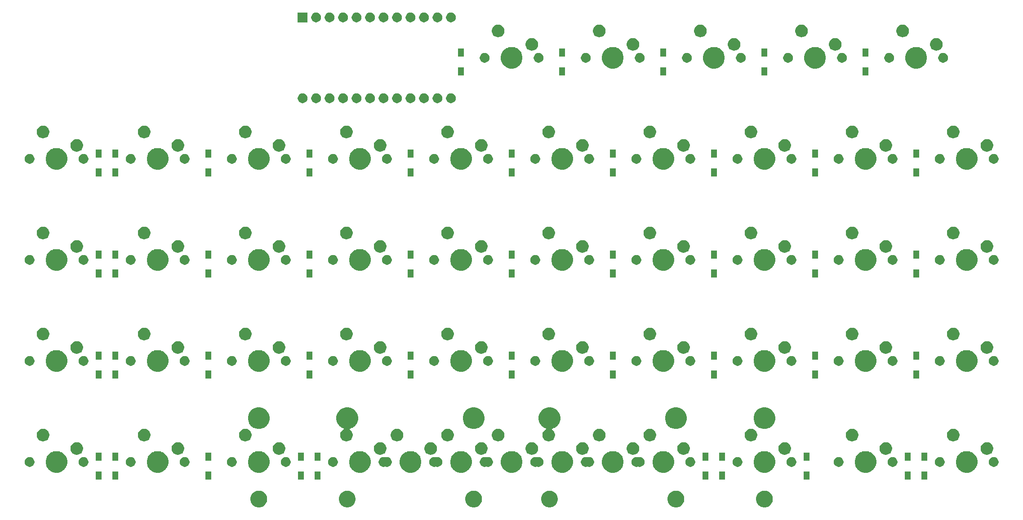
<source format=gts>
G04 #@! TF.GenerationSoftware,KiCad,Pcbnew,(5.1.4)-1*
G04 #@! TF.CreationDate,2021-09-01T12:37:59-10:00*
G04 #@! TF.ProjectId,oya45,6f796134-352e-46b6-9963-61645f706362,rev?*
G04 #@! TF.SameCoordinates,Original*
G04 #@! TF.FileFunction,Soldermask,Top*
G04 #@! TF.FilePolarity,Negative*
%FSLAX46Y46*%
G04 Gerber Fmt 4.6, Leading zero omitted, Abs format (unit mm)*
G04 Created by KiCad (PCBNEW (5.1.4)-1) date 2021-09-01 12:37:59*
%MOMM*%
%LPD*%
G04 APERTURE LIST*
%ADD10C,0.100000*%
G04 APERTURE END LIST*
D10*
G36*
X190807267Y-119740263D02*
G01*
X190959411Y-119770526D01*
X191078137Y-119819704D01*
X191246041Y-119889252D01*
X191246042Y-119889253D01*
X191504004Y-120061617D01*
X191723383Y-120280996D01*
X191838553Y-120453361D01*
X191895748Y-120538959D01*
X192014474Y-120825590D01*
X192075000Y-121129875D01*
X192075000Y-121440125D01*
X192014474Y-121744410D01*
X191895748Y-122031041D01*
X191895747Y-122031042D01*
X191723383Y-122289004D01*
X191504004Y-122508383D01*
X191331639Y-122623553D01*
X191246041Y-122680748D01*
X191078137Y-122750296D01*
X190959411Y-122799474D01*
X190655125Y-122860000D01*
X190344875Y-122860000D01*
X190040589Y-122799474D01*
X189921863Y-122750296D01*
X189753959Y-122680748D01*
X189668361Y-122623553D01*
X189495996Y-122508383D01*
X189276617Y-122289004D01*
X189104253Y-122031042D01*
X189104252Y-122031041D01*
X188985526Y-121744410D01*
X188925000Y-121440125D01*
X188925000Y-121129875D01*
X188985526Y-120825590D01*
X189104252Y-120538959D01*
X189161447Y-120453361D01*
X189276617Y-120280996D01*
X189495996Y-120061617D01*
X189753958Y-119889253D01*
X189753959Y-119889252D01*
X189921863Y-119819704D01*
X190040589Y-119770526D01*
X190192733Y-119740263D01*
X190344875Y-119710000D01*
X190655125Y-119710000D01*
X190807267Y-119740263D01*
X190807267Y-119740263D01*
G37*
G36*
X174138517Y-119740263D02*
G01*
X174290661Y-119770526D01*
X174409387Y-119819704D01*
X174577291Y-119889252D01*
X174577292Y-119889253D01*
X174835254Y-120061617D01*
X175054633Y-120280996D01*
X175169803Y-120453361D01*
X175226998Y-120538959D01*
X175345724Y-120825590D01*
X175406250Y-121129875D01*
X175406250Y-121440125D01*
X175345724Y-121744410D01*
X175226998Y-122031041D01*
X175226997Y-122031042D01*
X175054633Y-122289004D01*
X174835254Y-122508383D01*
X174662889Y-122623553D01*
X174577291Y-122680748D01*
X174409387Y-122750296D01*
X174290661Y-122799474D01*
X173986375Y-122860000D01*
X173676125Y-122860000D01*
X173371839Y-122799474D01*
X173253113Y-122750296D01*
X173085209Y-122680748D01*
X172999611Y-122623553D01*
X172827246Y-122508383D01*
X172607867Y-122289004D01*
X172435503Y-122031042D01*
X172435502Y-122031041D01*
X172316776Y-121744410D01*
X172256250Y-121440125D01*
X172256250Y-121129875D01*
X172316776Y-120825590D01*
X172435502Y-120538959D01*
X172492697Y-120453361D01*
X172607867Y-120280996D01*
X172827246Y-120061617D01*
X173085208Y-119889253D01*
X173085209Y-119889252D01*
X173253113Y-119819704D01*
X173371839Y-119770526D01*
X173523983Y-119740263D01*
X173676125Y-119710000D01*
X173986375Y-119710000D01*
X174138517Y-119740263D01*
X174138517Y-119740263D01*
G37*
G36*
X95557267Y-119740263D02*
G01*
X95709411Y-119770526D01*
X95828137Y-119819704D01*
X95996041Y-119889252D01*
X95996042Y-119889253D01*
X96254004Y-120061617D01*
X96473383Y-120280996D01*
X96588553Y-120453361D01*
X96645748Y-120538959D01*
X96764474Y-120825590D01*
X96825000Y-121129875D01*
X96825000Y-121440125D01*
X96764474Y-121744410D01*
X96645748Y-122031041D01*
X96645747Y-122031042D01*
X96473383Y-122289004D01*
X96254004Y-122508383D01*
X96081639Y-122623553D01*
X95996041Y-122680748D01*
X95828137Y-122750296D01*
X95709411Y-122799474D01*
X95405125Y-122860000D01*
X95094875Y-122860000D01*
X94790589Y-122799474D01*
X94671863Y-122750296D01*
X94503959Y-122680748D01*
X94418361Y-122623553D01*
X94245996Y-122508383D01*
X94026617Y-122289004D01*
X93854253Y-122031042D01*
X93854252Y-122031041D01*
X93735526Y-121744410D01*
X93675000Y-121440125D01*
X93675000Y-121129875D01*
X93735526Y-120825590D01*
X93854252Y-120538959D01*
X93911447Y-120453361D01*
X94026617Y-120280996D01*
X94245996Y-120061617D01*
X94503958Y-119889253D01*
X94503959Y-119889252D01*
X94671863Y-119819704D01*
X94790589Y-119770526D01*
X94942733Y-119740263D01*
X95094875Y-119710000D01*
X95405125Y-119710000D01*
X95557267Y-119740263D01*
X95557267Y-119740263D01*
G37*
G36*
X136038517Y-119740263D02*
G01*
X136190661Y-119770526D01*
X136309387Y-119819704D01*
X136477291Y-119889252D01*
X136477292Y-119889253D01*
X136735254Y-120061617D01*
X136954633Y-120280996D01*
X137069803Y-120453361D01*
X137126998Y-120538959D01*
X137245724Y-120825590D01*
X137306250Y-121129875D01*
X137306250Y-121440125D01*
X137245724Y-121744410D01*
X137126998Y-122031041D01*
X137126997Y-122031042D01*
X136954633Y-122289004D01*
X136735254Y-122508383D01*
X136562889Y-122623553D01*
X136477291Y-122680748D01*
X136309387Y-122750296D01*
X136190661Y-122799474D01*
X135886375Y-122860000D01*
X135576125Y-122860000D01*
X135271839Y-122799474D01*
X135153113Y-122750296D01*
X134985209Y-122680748D01*
X134899611Y-122623553D01*
X134727246Y-122508383D01*
X134507867Y-122289004D01*
X134335503Y-122031042D01*
X134335502Y-122031041D01*
X134216776Y-121744410D01*
X134156250Y-121440125D01*
X134156250Y-121129875D01*
X134216776Y-120825590D01*
X134335502Y-120538959D01*
X134392697Y-120453361D01*
X134507867Y-120280996D01*
X134727246Y-120061617D01*
X134985208Y-119889253D01*
X134985209Y-119889252D01*
X135153113Y-119819704D01*
X135271839Y-119770526D01*
X135423983Y-119740263D01*
X135576125Y-119710000D01*
X135886375Y-119710000D01*
X136038517Y-119740263D01*
X136038517Y-119740263D01*
G37*
G36*
X150326017Y-119740263D02*
G01*
X150478161Y-119770526D01*
X150596887Y-119819704D01*
X150764791Y-119889252D01*
X150764792Y-119889253D01*
X151022754Y-120061617D01*
X151242133Y-120280996D01*
X151357303Y-120453361D01*
X151414498Y-120538959D01*
X151533224Y-120825590D01*
X151593750Y-121129875D01*
X151593750Y-121440125D01*
X151533224Y-121744410D01*
X151414498Y-122031041D01*
X151414497Y-122031042D01*
X151242133Y-122289004D01*
X151022754Y-122508383D01*
X150850389Y-122623553D01*
X150764791Y-122680748D01*
X150596887Y-122750296D01*
X150478161Y-122799474D01*
X150173875Y-122860000D01*
X149863625Y-122860000D01*
X149559339Y-122799474D01*
X149440613Y-122750296D01*
X149272709Y-122680748D01*
X149187111Y-122623553D01*
X149014746Y-122508383D01*
X148795367Y-122289004D01*
X148623003Y-122031042D01*
X148623002Y-122031041D01*
X148504276Y-121744410D01*
X148443750Y-121440125D01*
X148443750Y-121129875D01*
X148504276Y-120825590D01*
X148623002Y-120538959D01*
X148680197Y-120453361D01*
X148795367Y-120280996D01*
X149014746Y-120061617D01*
X149272708Y-119889253D01*
X149272709Y-119889252D01*
X149440613Y-119819704D01*
X149559339Y-119770526D01*
X149711483Y-119740263D01*
X149863625Y-119710000D01*
X150173875Y-119710000D01*
X150326017Y-119740263D01*
X150326017Y-119740263D01*
G37*
G36*
X112226017Y-119740263D02*
G01*
X112378161Y-119770526D01*
X112496887Y-119819704D01*
X112664791Y-119889252D01*
X112664792Y-119889253D01*
X112922754Y-120061617D01*
X113142133Y-120280996D01*
X113257303Y-120453361D01*
X113314498Y-120538959D01*
X113433224Y-120825590D01*
X113493750Y-121129875D01*
X113493750Y-121440125D01*
X113433224Y-121744410D01*
X113314498Y-122031041D01*
X113314497Y-122031042D01*
X113142133Y-122289004D01*
X112922754Y-122508383D01*
X112750389Y-122623553D01*
X112664791Y-122680748D01*
X112496887Y-122750296D01*
X112378161Y-122799474D01*
X112073875Y-122860000D01*
X111763625Y-122860000D01*
X111459339Y-122799474D01*
X111340613Y-122750296D01*
X111172709Y-122680748D01*
X111087111Y-122623553D01*
X110914746Y-122508383D01*
X110695367Y-122289004D01*
X110523003Y-122031042D01*
X110523002Y-122031041D01*
X110404276Y-121744410D01*
X110343750Y-121440125D01*
X110343750Y-121129875D01*
X110404276Y-120825590D01*
X110523002Y-120538959D01*
X110580197Y-120453361D01*
X110695367Y-120280996D01*
X110914746Y-120061617D01*
X111172708Y-119889253D01*
X111172709Y-119889252D01*
X111340613Y-119819704D01*
X111459339Y-119770526D01*
X111611483Y-119740263D01*
X111763625Y-119710000D01*
X112073875Y-119710000D01*
X112226017Y-119740263D01*
X112226017Y-119740263D01*
G37*
G36*
X183113500Y-117619750D02*
G01*
X182011500Y-117619750D01*
X182011500Y-116117750D01*
X183113500Y-116117750D01*
X183113500Y-117619750D01*
X183113500Y-117619750D01*
G37*
G36*
X221213500Y-117619750D02*
G01*
X220111500Y-117619750D01*
X220111500Y-116117750D01*
X221213500Y-116117750D01*
X221213500Y-117619750D01*
X221213500Y-117619750D01*
G37*
G36*
X198988500Y-117619750D02*
G01*
X197886500Y-117619750D01*
X197886500Y-116117750D01*
X198988500Y-116117750D01*
X198988500Y-117619750D01*
X198988500Y-117619750D01*
G37*
G36*
X65638500Y-117619750D02*
G01*
X64536500Y-117619750D01*
X64536500Y-116117750D01*
X65638500Y-116117750D01*
X65638500Y-117619750D01*
X65638500Y-117619750D01*
G37*
G36*
X68813500Y-117619750D02*
G01*
X67711500Y-117619750D01*
X67711500Y-116117750D01*
X68813500Y-116117750D01*
X68813500Y-117619750D01*
X68813500Y-117619750D01*
G37*
G36*
X86276000Y-117619750D02*
G01*
X85174000Y-117619750D01*
X85174000Y-116117750D01*
X86276000Y-116117750D01*
X86276000Y-117619750D01*
X86276000Y-117619750D01*
G37*
G36*
X103738500Y-117619750D02*
G01*
X102636500Y-117619750D01*
X102636500Y-116117750D01*
X103738500Y-116117750D01*
X103738500Y-117619750D01*
X103738500Y-117619750D01*
G37*
G36*
X106913500Y-117619750D02*
G01*
X105811500Y-117619750D01*
X105811500Y-116117750D01*
X106913500Y-116117750D01*
X106913500Y-117619750D01*
X106913500Y-117619750D01*
G37*
G36*
X179938500Y-117619750D02*
G01*
X178836500Y-117619750D01*
X178836500Y-116117750D01*
X179938500Y-116117750D01*
X179938500Y-117619750D01*
X179938500Y-117619750D01*
G37*
G36*
X218038500Y-117619750D02*
G01*
X216936500Y-117619750D01*
X216936500Y-116117750D01*
X218038500Y-116117750D01*
X218038500Y-117619750D01*
X218038500Y-117619750D01*
G37*
G36*
X191096474Y-112333684D02*
G01*
X191314474Y-112423983D01*
X191468623Y-112487833D01*
X191803548Y-112711623D01*
X192088377Y-112996452D01*
X192312167Y-113331377D01*
X192347433Y-113416518D01*
X192466316Y-113703526D01*
X192544900Y-114098594D01*
X192544900Y-114501406D01*
X192466316Y-114896474D01*
X192415451Y-115019272D01*
X192312167Y-115268623D01*
X192088377Y-115603548D01*
X191803548Y-115888377D01*
X191468623Y-116112167D01*
X191314474Y-116176017D01*
X191096474Y-116266316D01*
X190701406Y-116344900D01*
X190298594Y-116344900D01*
X189903526Y-116266316D01*
X189685526Y-116176017D01*
X189531377Y-116112167D01*
X189196452Y-115888377D01*
X188911623Y-115603548D01*
X188687833Y-115268623D01*
X188584549Y-115019272D01*
X188533684Y-114896474D01*
X188455100Y-114501406D01*
X188455100Y-114098594D01*
X188533684Y-113703526D01*
X188652567Y-113416518D01*
X188687833Y-113331377D01*
X188911623Y-112996452D01*
X189196452Y-112711623D01*
X189531377Y-112487833D01*
X189685526Y-112423983D01*
X189903526Y-112333684D01*
X190298594Y-112255100D01*
X190701406Y-112255100D01*
X191096474Y-112333684D01*
X191096474Y-112333684D01*
G37*
G36*
X162521474Y-112333684D02*
G01*
X162739474Y-112423983D01*
X162893623Y-112487833D01*
X163228548Y-112711623D01*
X163513377Y-112996452D01*
X163737167Y-113331377D01*
X163772433Y-113416518D01*
X163891316Y-113703526D01*
X163969900Y-114098594D01*
X163969900Y-114501406D01*
X163891316Y-114896474D01*
X163840451Y-115019272D01*
X163737167Y-115268623D01*
X163513377Y-115603548D01*
X163228548Y-115888377D01*
X162893623Y-116112167D01*
X162739474Y-116176017D01*
X162521474Y-116266316D01*
X162126406Y-116344900D01*
X161723594Y-116344900D01*
X161328526Y-116266316D01*
X161110526Y-116176017D01*
X160956377Y-116112167D01*
X160621452Y-115888377D01*
X160336623Y-115603548D01*
X160112833Y-115268623D01*
X160009549Y-115019272D01*
X159958684Y-114896474D01*
X159880100Y-114501406D01*
X159880100Y-114098594D01*
X159958684Y-113703526D01*
X160077567Y-113416518D01*
X160112833Y-113331377D01*
X160336623Y-112996452D01*
X160621452Y-112711623D01*
X160956377Y-112487833D01*
X161110526Y-112423983D01*
X161328526Y-112333684D01*
X161723594Y-112255100D01*
X162126406Y-112255100D01*
X162521474Y-112333684D01*
X162521474Y-112333684D01*
G37*
G36*
X133946474Y-112333684D02*
G01*
X134164474Y-112423983D01*
X134318623Y-112487833D01*
X134653548Y-112711623D01*
X134938377Y-112996452D01*
X135162167Y-113331377D01*
X135197433Y-113416518D01*
X135316316Y-113703526D01*
X135394900Y-114098594D01*
X135394900Y-114501406D01*
X135316316Y-114896474D01*
X135265451Y-115019272D01*
X135162167Y-115268623D01*
X134938377Y-115603548D01*
X134653548Y-115888377D01*
X134318623Y-116112167D01*
X134164474Y-116176017D01*
X133946474Y-116266316D01*
X133551406Y-116344900D01*
X133148594Y-116344900D01*
X132753526Y-116266316D01*
X132535526Y-116176017D01*
X132381377Y-116112167D01*
X132046452Y-115888377D01*
X131761623Y-115603548D01*
X131537833Y-115268623D01*
X131434549Y-115019272D01*
X131383684Y-114896474D01*
X131305100Y-114501406D01*
X131305100Y-114098594D01*
X131383684Y-113703526D01*
X131502567Y-113416518D01*
X131537833Y-113331377D01*
X131761623Y-112996452D01*
X132046452Y-112711623D01*
X132381377Y-112487833D01*
X132535526Y-112423983D01*
X132753526Y-112333684D01*
X133148594Y-112255100D01*
X133551406Y-112255100D01*
X133946474Y-112333684D01*
X133946474Y-112333684D01*
G37*
G36*
X152996474Y-112333684D02*
G01*
X153214474Y-112423983D01*
X153368623Y-112487833D01*
X153703548Y-112711623D01*
X153988377Y-112996452D01*
X154212167Y-113331377D01*
X154247433Y-113416518D01*
X154366316Y-113703526D01*
X154444900Y-114098594D01*
X154444900Y-114501406D01*
X154366316Y-114896474D01*
X154315451Y-115019272D01*
X154212167Y-115268623D01*
X153988377Y-115603548D01*
X153703548Y-115888377D01*
X153368623Y-116112167D01*
X153214474Y-116176017D01*
X152996474Y-116266316D01*
X152601406Y-116344900D01*
X152198594Y-116344900D01*
X151803526Y-116266316D01*
X151585526Y-116176017D01*
X151431377Y-116112167D01*
X151096452Y-115888377D01*
X150811623Y-115603548D01*
X150587833Y-115268623D01*
X150484549Y-115019272D01*
X150433684Y-114896474D01*
X150355100Y-114501406D01*
X150355100Y-114098594D01*
X150433684Y-113703526D01*
X150552567Y-113416518D01*
X150587833Y-113331377D01*
X150811623Y-112996452D01*
X151096452Y-112711623D01*
X151431377Y-112487833D01*
X151585526Y-112423983D01*
X151803526Y-112333684D01*
X152198594Y-112255100D01*
X152601406Y-112255100D01*
X152996474Y-112333684D01*
X152996474Y-112333684D01*
G37*
G36*
X95846474Y-112333684D02*
G01*
X96064474Y-112423983D01*
X96218623Y-112487833D01*
X96553548Y-112711623D01*
X96838377Y-112996452D01*
X97062167Y-113331377D01*
X97097433Y-113416518D01*
X97216316Y-113703526D01*
X97294900Y-114098594D01*
X97294900Y-114501406D01*
X97216316Y-114896474D01*
X97165451Y-115019272D01*
X97062167Y-115268623D01*
X96838377Y-115603548D01*
X96553548Y-115888377D01*
X96218623Y-116112167D01*
X96064474Y-116176017D01*
X95846474Y-116266316D01*
X95451406Y-116344900D01*
X95048594Y-116344900D01*
X94653526Y-116266316D01*
X94435526Y-116176017D01*
X94281377Y-116112167D01*
X93946452Y-115888377D01*
X93661623Y-115603548D01*
X93437833Y-115268623D01*
X93334549Y-115019272D01*
X93283684Y-114896474D01*
X93205100Y-114501406D01*
X93205100Y-114098594D01*
X93283684Y-113703526D01*
X93402567Y-113416518D01*
X93437833Y-113331377D01*
X93661623Y-112996452D01*
X93946452Y-112711623D01*
X94281377Y-112487833D01*
X94435526Y-112423983D01*
X94653526Y-112333684D01*
X95048594Y-112255100D01*
X95451406Y-112255100D01*
X95846474Y-112333684D01*
X95846474Y-112333684D01*
G37*
G36*
X143471474Y-112333684D02*
G01*
X143689474Y-112423983D01*
X143843623Y-112487833D01*
X144178548Y-112711623D01*
X144463377Y-112996452D01*
X144687167Y-113331377D01*
X144722433Y-113416518D01*
X144841316Y-113703526D01*
X144919900Y-114098594D01*
X144919900Y-114501406D01*
X144841316Y-114896474D01*
X144790451Y-115019272D01*
X144687167Y-115268623D01*
X144463377Y-115603548D01*
X144178548Y-115888377D01*
X143843623Y-116112167D01*
X143689474Y-116176017D01*
X143471474Y-116266316D01*
X143076406Y-116344900D01*
X142673594Y-116344900D01*
X142278526Y-116266316D01*
X142060526Y-116176017D01*
X141906377Y-116112167D01*
X141571452Y-115888377D01*
X141286623Y-115603548D01*
X141062833Y-115268623D01*
X140959549Y-115019272D01*
X140908684Y-114896474D01*
X140830100Y-114501406D01*
X140830100Y-114098594D01*
X140908684Y-113703526D01*
X141027567Y-113416518D01*
X141062833Y-113331377D01*
X141286623Y-112996452D01*
X141571452Y-112711623D01*
X141906377Y-112487833D01*
X142060526Y-112423983D01*
X142278526Y-112333684D01*
X142673594Y-112255100D01*
X143076406Y-112255100D01*
X143471474Y-112333684D01*
X143471474Y-112333684D01*
G37*
G36*
X114896474Y-112333684D02*
G01*
X115114474Y-112423983D01*
X115268623Y-112487833D01*
X115603548Y-112711623D01*
X115888377Y-112996452D01*
X116112167Y-113331377D01*
X116147433Y-113416518D01*
X116266316Y-113703526D01*
X116344900Y-114098594D01*
X116344900Y-114501406D01*
X116266316Y-114896474D01*
X116215451Y-115019272D01*
X116112167Y-115268623D01*
X115888377Y-115603548D01*
X115603548Y-115888377D01*
X115268623Y-116112167D01*
X115114474Y-116176017D01*
X114896474Y-116266316D01*
X114501406Y-116344900D01*
X114098594Y-116344900D01*
X113703526Y-116266316D01*
X113485526Y-116176017D01*
X113331377Y-116112167D01*
X112996452Y-115888377D01*
X112711623Y-115603548D01*
X112487833Y-115268623D01*
X112384549Y-115019272D01*
X112333684Y-114896474D01*
X112255100Y-114501406D01*
X112255100Y-114098594D01*
X112333684Y-113703526D01*
X112452567Y-113416518D01*
X112487833Y-113331377D01*
X112711623Y-112996452D01*
X112996452Y-112711623D01*
X113331377Y-112487833D01*
X113485526Y-112423983D01*
X113703526Y-112333684D01*
X114098594Y-112255100D01*
X114501406Y-112255100D01*
X114896474Y-112333684D01*
X114896474Y-112333684D01*
G37*
G36*
X210146474Y-112333684D02*
G01*
X210364474Y-112423983D01*
X210518623Y-112487833D01*
X210853548Y-112711623D01*
X211138377Y-112996452D01*
X211362167Y-113331377D01*
X211397433Y-113416518D01*
X211516316Y-113703526D01*
X211594900Y-114098594D01*
X211594900Y-114501406D01*
X211516316Y-114896474D01*
X211465451Y-115019272D01*
X211362167Y-115268623D01*
X211138377Y-115603548D01*
X210853548Y-115888377D01*
X210518623Y-116112167D01*
X210364474Y-116176017D01*
X210146474Y-116266316D01*
X209751406Y-116344900D01*
X209348594Y-116344900D01*
X208953526Y-116266316D01*
X208735526Y-116176017D01*
X208581377Y-116112167D01*
X208246452Y-115888377D01*
X207961623Y-115603548D01*
X207737833Y-115268623D01*
X207634549Y-115019272D01*
X207583684Y-114896474D01*
X207505100Y-114501406D01*
X207505100Y-114098594D01*
X207583684Y-113703526D01*
X207702567Y-113416518D01*
X207737833Y-113331377D01*
X207961623Y-112996452D01*
X208246452Y-112711623D01*
X208581377Y-112487833D01*
X208735526Y-112423983D01*
X208953526Y-112333684D01*
X209348594Y-112255100D01*
X209751406Y-112255100D01*
X210146474Y-112333684D01*
X210146474Y-112333684D01*
G37*
G36*
X124421474Y-112333684D02*
G01*
X124639474Y-112423983D01*
X124793623Y-112487833D01*
X125128548Y-112711623D01*
X125413377Y-112996452D01*
X125637167Y-113331377D01*
X125672433Y-113416518D01*
X125791316Y-113703526D01*
X125869900Y-114098594D01*
X125869900Y-114501406D01*
X125791316Y-114896474D01*
X125740451Y-115019272D01*
X125637167Y-115268623D01*
X125413377Y-115603548D01*
X125128548Y-115888377D01*
X124793623Y-116112167D01*
X124639474Y-116176017D01*
X124421474Y-116266316D01*
X124026406Y-116344900D01*
X123623594Y-116344900D01*
X123228526Y-116266316D01*
X123010526Y-116176017D01*
X122856377Y-116112167D01*
X122521452Y-115888377D01*
X122236623Y-115603548D01*
X122012833Y-115268623D01*
X121909549Y-115019272D01*
X121858684Y-114896474D01*
X121780100Y-114501406D01*
X121780100Y-114098594D01*
X121858684Y-113703526D01*
X121977567Y-113416518D01*
X122012833Y-113331377D01*
X122236623Y-112996452D01*
X122521452Y-112711623D01*
X122856377Y-112487833D01*
X123010526Y-112423983D01*
X123228526Y-112333684D01*
X123623594Y-112255100D01*
X124026406Y-112255100D01*
X124421474Y-112333684D01*
X124421474Y-112333684D01*
G37*
G36*
X172046474Y-112333684D02*
G01*
X172264474Y-112423983D01*
X172418623Y-112487833D01*
X172753548Y-112711623D01*
X173038377Y-112996452D01*
X173262167Y-113331377D01*
X173297433Y-113416518D01*
X173416316Y-113703526D01*
X173494900Y-114098594D01*
X173494900Y-114501406D01*
X173416316Y-114896474D01*
X173365451Y-115019272D01*
X173262167Y-115268623D01*
X173038377Y-115603548D01*
X172753548Y-115888377D01*
X172418623Y-116112167D01*
X172264474Y-116176017D01*
X172046474Y-116266316D01*
X171651406Y-116344900D01*
X171248594Y-116344900D01*
X170853526Y-116266316D01*
X170635526Y-116176017D01*
X170481377Y-116112167D01*
X170146452Y-115888377D01*
X169861623Y-115603548D01*
X169637833Y-115268623D01*
X169534549Y-115019272D01*
X169483684Y-114896474D01*
X169405100Y-114501406D01*
X169405100Y-114098594D01*
X169483684Y-113703526D01*
X169602567Y-113416518D01*
X169637833Y-113331377D01*
X169861623Y-112996452D01*
X170146452Y-112711623D01*
X170481377Y-112487833D01*
X170635526Y-112423983D01*
X170853526Y-112333684D01*
X171248594Y-112255100D01*
X171651406Y-112255100D01*
X172046474Y-112333684D01*
X172046474Y-112333684D01*
G37*
G36*
X229196474Y-112333684D02*
G01*
X229414474Y-112423983D01*
X229568623Y-112487833D01*
X229903548Y-112711623D01*
X230188377Y-112996452D01*
X230412167Y-113331377D01*
X230447433Y-113416518D01*
X230566316Y-113703526D01*
X230644900Y-114098594D01*
X230644900Y-114501406D01*
X230566316Y-114896474D01*
X230515451Y-115019272D01*
X230412167Y-115268623D01*
X230188377Y-115603548D01*
X229903548Y-115888377D01*
X229568623Y-116112167D01*
X229414474Y-116176017D01*
X229196474Y-116266316D01*
X228801406Y-116344900D01*
X228398594Y-116344900D01*
X228003526Y-116266316D01*
X227785526Y-116176017D01*
X227631377Y-116112167D01*
X227296452Y-115888377D01*
X227011623Y-115603548D01*
X226787833Y-115268623D01*
X226684549Y-115019272D01*
X226633684Y-114896474D01*
X226555100Y-114501406D01*
X226555100Y-114098594D01*
X226633684Y-113703526D01*
X226752567Y-113416518D01*
X226787833Y-113331377D01*
X227011623Y-112996452D01*
X227296452Y-112711623D01*
X227631377Y-112487833D01*
X227785526Y-112423983D01*
X228003526Y-112333684D01*
X228398594Y-112255100D01*
X228801406Y-112255100D01*
X229196474Y-112333684D01*
X229196474Y-112333684D01*
G37*
G36*
X76796474Y-112333684D02*
G01*
X77014474Y-112423983D01*
X77168623Y-112487833D01*
X77503548Y-112711623D01*
X77788377Y-112996452D01*
X78012167Y-113331377D01*
X78047433Y-113416518D01*
X78166316Y-113703526D01*
X78244900Y-114098594D01*
X78244900Y-114501406D01*
X78166316Y-114896474D01*
X78115451Y-115019272D01*
X78012167Y-115268623D01*
X77788377Y-115603548D01*
X77503548Y-115888377D01*
X77168623Y-116112167D01*
X77014474Y-116176017D01*
X76796474Y-116266316D01*
X76401406Y-116344900D01*
X75998594Y-116344900D01*
X75603526Y-116266316D01*
X75385526Y-116176017D01*
X75231377Y-116112167D01*
X74896452Y-115888377D01*
X74611623Y-115603548D01*
X74387833Y-115268623D01*
X74284549Y-115019272D01*
X74233684Y-114896474D01*
X74155100Y-114501406D01*
X74155100Y-114098594D01*
X74233684Y-113703526D01*
X74352567Y-113416518D01*
X74387833Y-113331377D01*
X74611623Y-112996452D01*
X74896452Y-112711623D01*
X75231377Y-112487833D01*
X75385526Y-112423983D01*
X75603526Y-112333684D01*
X75998594Y-112255100D01*
X76401406Y-112255100D01*
X76796474Y-112333684D01*
X76796474Y-112333684D01*
G37*
G36*
X57746474Y-112333684D02*
G01*
X57964474Y-112423983D01*
X58118623Y-112487833D01*
X58453548Y-112711623D01*
X58738377Y-112996452D01*
X58962167Y-113331377D01*
X58997433Y-113416518D01*
X59116316Y-113703526D01*
X59194900Y-114098594D01*
X59194900Y-114501406D01*
X59116316Y-114896474D01*
X59065451Y-115019272D01*
X58962167Y-115268623D01*
X58738377Y-115603548D01*
X58453548Y-115888377D01*
X58118623Y-116112167D01*
X57964474Y-116176017D01*
X57746474Y-116266316D01*
X57351406Y-116344900D01*
X56948594Y-116344900D01*
X56553526Y-116266316D01*
X56335526Y-116176017D01*
X56181377Y-116112167D01*
X55846452Y-115888377D01*
X55561623Y-115603548D01*
X55337833Y-115268623D01*
X55234549Y-115019272D01*
X55183684Y-114896474D01*
X55105100Y-114501406D01*
X55105100Y-114098594D01*
X55183684Y-113703526D01*
X55302567Y-113416518D01*
X55337833Y-113331377D01*
X55561623Y-112996452D01*
X55846452Y-112711623D01*
X56181377Y-112487833D01*
X56335526Y-112423983D01*
X56553526Y-112333684D01*
X56948594Y-112255100D01*
X57351406Y-112255100D01*
X57746474Y-112333684D01*
X57746474Y-112333684D01*
G37*
G36*
X204740104Y-113409585D02*
G01*
X204908626Y-113479389D01*
X205060291Y-113580728D01*
X205189272Y-113709709D01*
X205290611Y-113861374D01*
X205360415Y-114029896D01*
X205396000Y-114208797D01*
X205396000Y-114391203D01*
X205360415Y-114570104D01*
X205290611Y-114738626D01*
X205189272Y-114890291D01*
X205060291Y-115019272D01*
X204908626Y-115120611D01*
X204740104Y-115190415D01*
X204561203Y-115226000D01*
X204378797Y-115226000D01*
X204199896Y-115190415D01*
X204031374Y-115120611D01*
X203879709Y-115019272D01*
X203750728Y-114890291D01*
X203649389Y-114738626D01*
X203579585Y-114570104D01*
X203544000Y-114391203D01*
X203544000Y-114208797D01*
X203579585Y-114029896D01*
X203649389Y-113861374D01*
X203750728Y-113709709D01*
X203879709Y-113580728D01*
X204031374Y-113479389D01*
X204199896Y-113409585D01*
X204378797Y-113374000D01*
X204561203Y-113374000D01*
X204740104Y-113409585D01*
X204740104Y-113409585D01*
G37*
G36*
X138065104Y-113409585D02*
G01*
X138065110Y-113409588D01*
X138065565Y-113409678D01*
X138088118Y-113416518D01*
X138112504Y-113418919D01*
X138136890Y-113416516D01*
X138159435Y-113409678D01*
X138159890Y-113409588D01*
X138159896Y-113409585D01*
X138338797Y-113374000D01*
X138521203Y-113374000D01*
X138700104Y-113409585D01*
X138868626Y-113479389D01*
X139020291Y-113580728D01*
X139149272Y-113709709D01*
X139250611Y-113861374D01*
X139320415Y-114029896D01*
X139356000Y-114208797D01*
X139356000Y-114391203D01*
X139320415Y-114570104D01*
X139250611Y-114738626D01*
X139149272Y-114890291D01*
X139020291Y-115019272D01*
X138868626Y-115120611D01*
X138700104Y-115190415D01*
X138521203Y-115226000D01*
X138338797Y-115226000D01*
X138159896Y-115190415D01*
X138159890Y-115190412D01*
X138159435Y-115190322D01*
X138136882Y-115183482D01*
X138112496Y-115181081D01*
X138088110Y-115183484D01*
X138065565Y-115190322D01*
X138065110Y-115190412D01*
X138065104Y-115190415D01*
X137886203Y-115226000D01*
X137703797Y-115226000D01*
X137524896Y-115190415D01*
X137356374Y-115120611D01*
X137204709Y-115019272D01*
X137075728Y-114890291D01*
X136974389Y-114738626D01*
X136904585Y-114570104D01*
X136869000Y-114391203D01*
X136869000Y-114208797D01*
X136904585Y-114029896D01*
X136974389Y-113861374D01*
X137075728Y-113709709D01*
X137204709Y-113580728D01*
X137356374Y-113479389D01*
X137524896Y-113409585D01*
X137703797Y-113374000D01*
X137886203Y-113374000D01*
X138065104Y-113409585D01*
X138065104Y-113409585D01*
G37*
G36*
X128540104Y-113409585D02*
G01*
X128540110Y-113409588D01*
X128540565Y-113409678D01*
X128563118Y-113416518D01*
X128587504Y-113418919D01*
X128611890Y-113416516D01*
X128634435Y-113409678D01*
X128634890Y-113409588D01*
X128634896Y-113409585D01*
X128813797Y-113374000D01*
X128996203Y-113374000D01*
X129175104Y-113409585D01*
X129343626Y-113479389D01*
X129495291Y-113580728D01*
X129624272Y-113709709D01*
X129725611Y-113861374D01*
X129795415Y-114029896D01*
X129831000Y-114208797D01*
X129831000Y-114391203D01*
X129795415Y-114570104D01*
X129725611Y-114738626D01*
X129624272Y-114890291D01*
X129495291Y-115019272D01*
X129343626Y-115120611D01*
X129175104Y-115190415D01*
X128996203Y-115226000D01*
X128813797Y-115226000D01*
X128634896Y-115190415D01*
X128634890Y-115190412D01*
X128634435Y-115190322D01*
X128611882Y-115183482D01*
X128587496Y-115181081D01*
X128563110Y-115183484D01*
X128540565Y-115190322D01*
X128540110Y-115190412D01*
X128540104Y-115190415D01*
X128361203Y-115226000D01*
X128178797Y-115226000D01*
X127999896Y-115190415D01*
X127831374Y-115120611D01*
X127679709Y-115019272D01*
X127550728Y-114890291D01*
X127449389Y-114738626D01*
X127379585Y-114570104D01*
X127344000Y-114391203D01*
X127344000Y-114208797D01*
X127379585Y-114029896D01*
X127449389Y-113861374D01*
X127550728Y-113709709D01*
X127679709Y-113580728D01*
X127831374Y-113479389D01*
X127999896Y-113409585D01*
X128178797Y-113374000D01*
X128361203Y-113374000D01*
X128540104Y-113409585D01*
X128540104Y-113409585D01*
G37*
G36*
X157115104Y-113409585D02*
G01*
X157115110Y-113409588D01*
X157115565Y-113409678D01*
X157138118Y-113416518D01*
X157162504Y-113418919D01*
X157186890Y-113416516D01*
X157209435Y-113409678D01*
X157209890Y-113409588D01*
X157209896Y-113409585D01*
X157388797Y-113374000D01*
X157571203Y-113374000D01*
X157750104Y-113409585D01*
X157918626Y-113479389D01*
X158070291Y-113580728D01*
X158199272Y-113709709D01*
X158300611Y-113861374D01*
X158370415Y-114029896D01*
X158406000Y-114208797D01*
X158406000Y-114391203D01*
X158370415Y-114570104D01*
X158300611Y-114738626D01*
X158199272Y-114890291D01*
X158070291Y-115019272D01*
X157918626Y-115120611D01*
X157750104Y-115190415D01*
X157571203Y-115226000D01*
X157388797Y-115226000D01*
X157209896Y-115190415D01*
X157209890Y-115190412D01*
X157209435Y-115190322D01*
X157186882Y-115183482D01*
X157162496Y-115181081D01*
X157138110Y-115183484D01*
X157115565Y-115190322D01*
X157115110Y-115190412D01*
X157115104Y-115190415D01*
X156936203Y-115226000D01*
X156753797Y-115226000D01*
X156574896Y-115190415D01*
X156406374Y-115120611D01*
X156254709Y-115019272D01*
X156125728Y-114890291D01*
X156024389Y-114738626D01*
X155954585Y-114570104D01*
X155919000Y-114391203D01*
X155919000Y-114208797D01*
X155954585Y-114029896D01*
X156024389Y-113861374D01*
X156125728Y-113709709D01*
X156254709Y-113580728D01*
X156406374Y-113479389D01*
X156574896Y-113409585D01*
X156753797Y-113374000D01*
X156936203Y-113374000D01*
X157115104Y-113409585D01*
X157115104Y-113409585D01*
G37*
G36*
X147590104Y-113409585D02*
G01*
X147590110Y-113409588D01*
X147590565Y-113409678D01*
X147613118Y-113416518D01*
X147637504Y-113418919D01*
X147661890Y-113416516D01*
X147684435Y-113409678D01*
X147684890Y-113409588D01*
X147684896Y-113409585D01*
X147863797Y-113374000D01*
X148046203Y-113374000D01*
X148225104Y-113409585D01*
X148393626Y-113479389D01*
X148545291Y-113580728D01*
X148674272Y-113709709D01*
X148775611Y-113861374D01*
X148845415Y-114029896D01*
X148881000Y-114208797D01*
X148881000Y-114391203D01*
X148845415Y-114570104D01*
X148775611Y-114738626D01*
X148674272Y-114890291D01*
X148545291Y-115019272D01*
X148393626Y-115120611D01*
X148225104Y-115190415D01*
X148046203Y-115226000D01*
X147863797Y-115226000D01*
X147684896Y-115190415D01*
X147684890Y-115190412D01*
X147684435Y-115190322D01*
X147661882Y-115183482D01*
X147637496Y-115181081D01*
X147613110Y-115183484D01*
X147590565Y-115190322D01*
X147590110Y-115190412D01*
X147590104Y-115190415D01*
X147411203Y-115226000D01*
X147228797Y-115226000D01*
X147049896Y-115190415D01*
X146881374Y-115120611D01*
X146729709Y-115019272D01*
X146600728Y-114890291D01*
X146499389Y-114738626D01*
X146429585Y-114570104D01*
X146394000Y-114391203D01*
X146394000Y-114208797D01*
X146429585Y-114029896D01*
X146499389Y-113861374D01*
X146600728Y-113709709D01*
X146729709Y-113580728D01*
X146881374Y-113479389D01*
X147049896Y-113409585D01*
X147228797Y-113374000D01*
X147411203Y-113374000D01*
X147590104Y-113409585D01*
X147590104Y-113409585D01*
G37*
G36*
X195850104Y-113409585D02*
G01*
X196018626Y-113479389D01*
X196170291Y-113580728D01*
X196299272Y-113709709D01*
X196400611Y-113861374D01*
X196470415Y-114029896D01*
X196506000Y-114208797D01*
X196506000Y-114391203D01*
X196470415Y-114570104D01*
X196400611Y-114738626D01*
X196299272Y-114890291D01*
X196170291Y-115019272D01*
X196018626Y-115120611D01*
X195850104Y-115190415D01*
X195671203Y-115226000D01*
X195488797Y-115226000D01*
X195309896Y-115190415D01*
X195141374Y-115120611D01*
X194989709Y-115019272D01*
X194860728Y-114890291D01*
X194759389Y-114738626D01*
X194689585Y-114570104D01*
X194654000Y-114391203D01*
X194654000Y-114208797D01*
X194689585Y-114029896D01*
X194759389Y-113861374D01*
X194860728Y-113709709D01*
X194989709Y-113580728D01*
X195141374Y-113479389D01*
X195309896Y-113409585D01*
X195488797Y-113374000D01*
X195671203Y-113374000D01*
X195850104Y-113409585D01*
X195850104Y-113409585D01*
G37*
G36*
X185690104Y-113409585D02*
G01*
X185858626Y-113479389D01*
X186010291Y-113580728D01*
X186139272Y-113709709D01*
X186240611Y-113861374D01*
X186310415Y-114029896D01*
X186346000Y-114208797D01*
X186346000Y-114391203D01*
X186310415Y-114570104D01*
X186240611Y-114738626D01*
X186139272Y-114890291D01*
X186010291Y-115019272D01*
X185858626Y-115120611D01*
X185690104Y-115190415D01*
X185511203Y-115226000D01*
X185328797Y-115226000D01*
X185149896Y-115190415D01*
X184981374Y-115120611D01*
X184829709Y-115019272D01*
X184700728Y-114890291D01*
X184599389Y-114738626D01*
X184529585Y-114570104D01*
X184494000Y-114391203D01*
X184494000Y-114208797D01*
X184529585Y-114029896D01*
X184599389Y-113861374D01*
X184700728Y-113709709D01*
X184829709Y-113580728D01*
X184981374Y-113479389D01*
X185149896Y-113409585D01*
X185328797Y-113374000D01*
X185511203Y-113374000D01*
X185690104Y-113409585D01*
X185690104Y-113409585D01*
G37*
G36*
X214900104Y-113409585D02*
G01*
X215068626Y-113479389D01*
X215220291Y-113580728D01*
X215349272Y-113709709D01*
X215450611Y-113861374D01*
X215520415Y-114029896D01*
X215556000Y-114208797D01*
X215556000Y-114391203D01*
X215520415Y-114570104D01*
X215450611Y-114738626D01*
X215349272Y-114890291D01*
X215220291Y-115019272D01*
X215068626Y-115120611D01*
X214900104Y-115190415D01*
X214721203Y-115226000D01*
X214538797Y-115226000D01*
X214359896Y-115190415D01*
X214191374Y-115120611D01*
X214039709Y-115019272D01*
X213910728Y-114890291D01*
X213809389Y-114738626D01*
X213739585Y-114570104D01*
X213704000Y-114391203D01*
X213704000Y-114208797D01*
X213739585Y-114029896D01*
X213809389Y-113861374D01*
X213910728Y-113709709D01*
X214039709Y-113580728D01*
X214191374Y-113479389D01*
X214359896Y-113409585D01*
X214538797Y-113374000D01*
X214721203Y-113374000D01*
X214900104Y-113409585D01*
X214900104Y-113409585D01*
G37*
G36*
X233950104Y-113409585D02*
G01*
X234118626Y-113479389D01*
X234270291Y-113580728D01*
X234399272Y-113709709D01*
X234500611Y-113861374D01*
X234570415Y-114029896D01*
X234606000Y-114208797D01*
X234606000Y-114391203D01*
X234570415Y-114570104D01*
X234500611Y-114738626D01*
X234399272Y-114890291D01*
X234270291Y-115019272D01*
X234118626Y-115120611D01*
X233950104Y-115190415D01*
X233771203Y-115226000D01*
X233588797Y-115226000D01*
X233409896Y-115190415D01*
X233241374Y-115120611D01*
X233089709Y-115019272D01*
X232960728Y-114890291D01*
X232859389Y-114738626D01*
X232789585Y-114570104D01*
X232754000Y-114391203D01*
X232754000Y-114208797D01*
X232789585Y-114029896D01*
X232859389Y-113861374D01*
X232960728Y-113709709D01*
X233089709Y-113580728D01*
X233241374Y-113479389D01*
X233409896Y-113409585D01*
X233588797Y-113374000D01*
X233771203Y-113374000D01*
X233950104Y-113409585D01*
X233950104Y-113409585D01*
G37*
G36*
X223790104Y-113409585D02*
G01*
X223958626Y-113479389D01*
X224110291Y-113580728D01*
X224239272Y-113709709D01*
X224340611Y-113861374D01*
X224410415Y-114029896D01*
X224446000Y-114208797D01*
X224446000Y-114391203D01*
X224410415Y-114570104D01*
X224340611Y-114738626D01*
X224239272Y-114890291D01*
X224110291Y-115019272D01*
X223958626Y-115120611D01*
X223790104Y-115190415D01*
X223611203Y-115226000D01*
X223428797Y-115226000D01*
X223249896Y-115190415D01*
X223081374Y-115120611D01*
X222929709Y-115019272D01*
X222800728Y-114890291D01*
X222699389Y-114738626D01*
X222629585Y-114570104D01*
X222594000Y-114391203D01*
X222594000Y-114208797D01*
X222629585Y-114029896D01*
X222699389Y-113861374D01*
X222800728Y-113709709D01*
X222929709Y-113580728D01*
X223081374Y-113479389D01*
X223249896Y-113409585D01*
X223428797Y-113374000D01*
X223611203Y-113374000D01*
X223790104Y-113409585D01*
X223790104Y-113409585D01*
G37*
G36*
X100600104Y-113409585D02*
G01*
X100768626Y-113479389D01*
X100920291Y-113580728D01*
X101049272Y-113709709D01*
X101150611Y-113861374D01*
X101220415Y-114029896D01*
X101256000Y-114208797D01*
X101256000Y-114391203D01*
X101220415Y-114570104D01*
X101150611Y-114738626D01*
X101049272Y-114890291D01*
X100920291Y-115019272D01*
X100768626Y-115120611D01*
X100600104Y-115190415D01*
X100421203Y-115226000D01*
X100238797Y-115226000D01*
X100059896Y-115190415D01*
X99891374Y-115120611D01*
X99739709Y-115019272D01*
X99610728Y-114890291D01*
X99509389Y-114738626D01*
X99439585Y-114570104D01*
X99404000Y-114391203D01*
X99404000Y-114208797D01*
X99439585Y-114029896D01*
X99509389Y-113861374D01*
X99610728Y-113709709D01*
X99739709Y-113580728D01*
X99891374Y-113479389D01*
X100059896Y-113409585D01*
X100238797Y-113374000D01*
X100421203Y-113374000D01*
X100600104Y-113409585D01*
X100600104Y-113409585D01*
G37*
G36*
X119015104Y-113409585D02*
G01*
X119015110Y-113409588D01*
X119015565Y-113409678D01*
X119038118Y-113416518D01*
X119062504Y-113418919D01*
X119086890Y-113416516D01*
X119109435Y-113409678D01*
X119109890Y-113409588D01*
X119109896Y-113409585D01*
X119288797Y-113374000D01*
X119471203Y-113374000D01*
X119650104Y-113409585D01*
X119818626Y-113479389D01*
X119970291Y-113580728D01*
X120099272Y-113709709D01*
X120200611Y-113861374D01*
X120270415Y-114029896D01*
X120306000Y-114208797D01*
X120306000Y-114391203D01*
X120270415Y-114570104D01*
X120200611Y-114738626D01*
X120099272Y-114890291D01*
X119970291Y-115019272D01*
X119818626Y-115120611D01*
X119650104Y-115190415D01*
X119471203Y-115226000D01*
X119288797Y-115226000D01*
X119109896Y-115190415D01*
X119109890Y-115190412D01*
X119109435Y-115190322D01*
X119086882Y-115183482D01*
X119062496Y-115181081D01*
X119038110Y-115183484D01*
X119015565Y-115190322D01*
X119015110Y-115190412D01*
X119015104Y-115190415D01*
X118836203Y-115226000D01*
X118653797Y-115226000D01*
X118474896Y-115190415D01*
X118306374Y-115120611D01*
X118154709Y-115019272D01*
X118025728Y-114890291D01*
X117924389Y-114738626D01*
X117854585Y-114570104D01*
X117819000Y-114391203D01*
X117819000Y-114208797D01*
X117854585Y-114029896D01*
X117924389Y-113861374D01*
X118025728Y-113709709D01*
X118154709Y-113580728D01*
X118306374Y-113479389D01*
X118474896Y-113409585D01*
X118653797Y-113374000D01*
X118836203Y-113374000D01*
X119015104Y-113409585D01*
X119015104Y-113409585D01*
G37*
G36*
X109490104Y-113409585D02*
G01*
X109658626Y-113479389D01*
X109810291Y-113580728D01*
X109939272Y-113709709D01*
X110040611Y-113861374D01*
X110110415Y-114029896D01*
X110146000Y-114208797D01*
X110146000Y-114391203D01*
X110110415Y-114570104D01*
X110040611Y-114738626D01*
X109939272Y-114890291D01*
X109810291Y-115019272D01*
X109658626Y-115120611D01*
X109490104Y-115190415D01*
X109311203Y-115226000D01*
X109128797Y-115226000D01*
X108949896Y-115190415D01*
X108781374Y-115120611D01*
X108629709Y-115019272D01*
X108500728Y-114890291D01*
X108399389Y-114738626D01*
X108329585Y-114570104D01*
X108294000Y-114391203D01*
X108294000Y-114208797D01*
X108329585Y-114029896D01*
X108399389Y-113861374D01*
X108500728Y-113709709D01*
X108629709Y-113580728D01*
X108781374Y-113479389D01*
X108949896Y-113409585D01*
X109128797Y-113374000D01*
X109311203Y-113374000D01*
X109490104Y-113409585D01*
X109490104Y-113409585D01*
G37*
G36*
X71390104Y-113409585D02*
G01*
X71558626Y-113479389D01*
X71710291Y-113580728D01*
X71839272Y-113709709D01*
X71940611Y-113861374D01*
X72010415Y-114029896D01*
X72046000Y-114208797D01*
X72046000Y-114391203D01*
X72010415Y-114570104D01*
X71940611Y-114738626D01*
X71839272Y-114890291D01*
X71710291Y-115019272D01*
X71558626Y-115120611D01*
X71390104Y-115190415D01*
X71211203Y-115226000D01*
X71028797Y-115226000D01*
X70849896Y-115190415D01*
X70681374Y-115120611D01*
X70529709Y-115019272D01*
X70400728Y-114890291D01*
X70299389Y-114738626D01*
X70229585Y-114570104D01*
X70194000Y-114391203D01*
X70194000Y-114208797D01*
X70229585Y-114029896D01*
X70299389Y-113861374D01*
X70400728Y-113709709D01*
X70529709Y-113580728D01*
X70681374Y-113479389D01*
X70849896Y-113409585D01*
X71028797Y-113374000D01*
X71211203Y-113374000D01*
X71390104Y-113409585D01*
X71390104Y-113409585D01*
G37*
G36*
X81550104Y-113409585D02*
G01*
X81718626Y-113479389D01*
X81870291Y-113580728D01*
X81999272Y-113709709D01*
X82100611Y-113861374D01*
X82170415Y-114029896D01*
X82206000Y-114208797D01*
X82206000Y-114391203D01*
X82170415Y-114570104D01*
X82100611Y-114738626D01*
X81999272Y-114890291D01*
X81870291Y-115019272D01*
X81718626Y-115120611D01*
X81550104Y-115190415D01*
X81371203Y-115226000D01*
X81188797Y-115226000D01*
X81009896Y-115190415D01*
X80841374Y-115120611D01*
X80689709Y-115019272D01*
X80560728Y-114890291D01*
X80459389Y-114738626D01*
X80389585Y-114570104D01*
X80354000Y-114391203D01*
X80354000Y-114208797D01*
X80389585Y-114029896D01*
X80459389Y-113861374D01*
X80560728Y-113709709D01*
X80689709Y-113580728D01*
X80841374Y-113479389D01*
X81009896Y-113409585D01*
X81188797Y-113374000D01*
X81371203Y-113374000D01*
X81550104Y-113409585D01*
X81550104Y-113409585D01*
G37*
G36*
X62500104Y-113409585D02*
G01*
X62668626Y-113479389D01*
X62820291Y-113580728D01*
X62949272Y-113709709D01*
X63050611Y-113861374D01*
X63120415Y-114029896D01*
X63156000Y-114208797D01*
X63156000Y-114391203D01*
X63120415Y-114570104D01*
X63050611Y-114738626D01*
X62949272Y-114890291D01*
X62820291Y-115019272D01*
X62668626Y-115120611D01*
X62500104Y-115190415D01*
X62321203Y-115226000D01*
X62138797Y-115226000D01*
X61959896Y-115190415D01*
X61791374Y-115120611D01*
X61639709Y-115019272D01*
X61510728Y-114890291D01*
X61409389Y-114738626D01*
X61339585Y-114570104D01*
X61304000Y-114391203D01*
X61304000Y-114208797D01*
X61339585Y-114029896D01*
X61409389Y-113861374D01*
X61510728Y-113709709D01*
X61639709Y-113580728D01*
X61791374Y-113479389D01*
X61959896Y-113409585D01*
X62138797Y-113374000D01*
X62321203Y-113374000D01*
X62500104Y-113409585D01*
X62500104Y-113409585D01*
G37*
G36*
X176800104Y-113409585D02*
G01*
X176968626Y-113479389D01*
X177120291Y-113580728D01*
X177249272Y-113709709D01*
X177350611Y-113861374D01*
X177420415Y-114029896D01*
X177456000Y-114208797D01*
X177456000Y-114391203D01*
X177420415Y-114570104D01*
X177350611Y-114738626D01*
X177249272Y-114890291D01*
X177120291Y-115019272D01*
X176968626Y-115120611D01*
X176800104Y-115190415D01*
X176621203Y-115226000D01*
X176438797Y-115226000D01*
X176259896Y-115190415D01*
X176091374Y-115120611D01*
X175939709Y-115019272D01*
X175810728Y-114890291D01*
X175709389Y-114738626D01*
X175639585Y-114570104D01*
X175604000Y-114391203D01*
X175604000Y-114208797D01*
X175639585Y-114029896D01*
X175709389Y-113861374D01*
X175810728Y-113709709D01*
X175939709Y-113580728D01*
X176091374Y-113479389D01*
X176259896Y-113409585D01*
X176438797Y-113374000D01*
X176621203Y-113374000D01*
X176800104Y-113409585D01*
X176800104Y-113409585D01*
G37*
G36*
X90440104Y-113409585D02*
G01*
X90608626Y-113479389D01*
X90760291Y-113580728D01*
X90889272Y-113709709D01*
X90990611Y-113861374D01*
X91060415Y-114029896D01*
X91096000Y-114208797D01*
X91096000Y-114391203D01*
X91060415Y-114570104D01*
X90990611Y-114738626D01*
X90889272Y-114890291D01*
X90760291Y-115019272D01*
X90608626Y-115120611D01*
X90440104Y-115190415D01*
X90261203Y-115226000D01*
X90078797Y-115226000D01*
X89899896Y-115190415D01*
X89731374Y-115120611D01*
X89579709Y-115019272D01*
X89450728Y-114890291D01*
X89349389Y-114738626D01*
X89279585Y-114570104D01*
X89244000Y-114391203D01*
X89244000Y-114208797D01*
X89279585Y-114029896D01*
X89349389Y-113861374D01*
X89450728Y-113709709D01*
X89579709Y-113580728D01*
X89731374Y-113479389D01*
X89899896Y-113409585D01*
X90078797Y-113374000D01*
X90261203Y-113374000D01*
X90440104Y-113409585D01*
X90440104Y-113409585D01*
G37*
G36*
X166640104Y-113409585D02*
G01*
X166640110Y-113409588D01*
X166640565Y-113409678D01*
X166663118Y-113416518D01*
X166687504Y-113418919D01*
X166711890Y-113416516D01*
X166734435Y-113409678D01*
X166734890Y-113409588D01*
X166734896Y-113409585D01*
X166913797Y-113374000D01*
X167096203Y-113374000D01*
X167275104Y-113409585D01*
X167443626Y-113479389D01*
X167595291Y-113580728D01*
X167724272Y-113709709D01*
X167825611Y-113861374D01*
X167895415Y-114029896D01*
X167931000Y-114208797D01*
X167931000Y-114391203D01*
X167895415Y-114570104D01*
X167825611Y-114738626D01*
X167724272Y-114890291D01*
X167595291Y-115019272D01*
X167443626Y-115120611D01*
X167275104Y-115190415D01*
X167096203Y-115226000D01*
X166913797Y-115226000D01*
X166734896Y-115190415D01*
X166734890Y-115190412D01*
X166734435Y-115190322D01*
X166711882Y-115183482D01*
X166687496Y-115181081D01*
X166663110Y-115183484D01*
X166640565Y-115190322D01*
X166640110Y-115190412D01*
X166640104Y-115190415D01*
X166461203Y-115226000D01*
X166278797Y-115226000D01*
X166099896Y-115190415D01*
X165931374Y-115120611D01*
X165779709Y-115019272D01*
X165650728Y-114890291D01*
X165549389Y-114738626D01*
X165479585Y-114570104D01*
X165444000Y-114391203D01*
X165444000Y-114208797D01*
X165479585Y-114029896D01*
X165549389Y-113861374D01*
X165650728Y-113709709D01*
X165779709Y-113580728D01*
X165931374Y-113479389D01*
X166099896Y-113409585D01*
X166278797Y-113374000D01*
X166461203Y-113374000D01*
X166640104Y-113409585D01*
X166640104Y-113409585D01*
G37*
G36*
X52340104Y-113409585D02*
G01*
X52508626Y-113479389D01*
X52660291Y-113580728D01*
X52789272Y-113709709D01*
X52890611Y-113861374D01*
X52960415Y-114029896D01*
X52996000Y-114208797D01*
X52996000Y-114391203D01*
X52960415Y-114570104D01*
X52890611Y-114738626D01*
X52789272Y-114890291D01*
X52660291Y-115019272D01*
X52508626Y-115120611D01*
X52340104Y-115190415D01*
X52161203Y-115226000D01*
X51978797Y-115226000D01*
X51799896Y-115190415D01*
X51631374Y-115120611D01*
X51479709Y-115019272D01*
X51350728Y-114890291D01*
X51249389Y-114738626D01*
X51179585Y-114570104D01*
X51144000Y-114391203D01*
X51144000Y-114208797D01*
X51179585Y-114029896D01*
X51249389Y-113861374D01*
X51350728Y-113709709D01*
X51479709Y-113580728D01*
X51631374Y-113479389D01*
X51799896Y-113409585D01*
X51978797Y-113374000D01*
X52161203Y-113374000D01*
X52340104Y-113409585D01*
X52340104Y-113409585D01*
G37*
G36*
X103738500Y-114069750D02*
G01*
X102636500Y-114069750D01*
X102636500Y-112567750D01*
X103738500Y-112567750D01*
X103738500Y-114069750D01*
X103738500Y-114069750D01*
G37*
G36*
X86276000Y-114069750D02*
G01*
X85174000Y-114069750D01*
X85174000Y-112567750D01*
X86276000Y-112567750D01*
X86276000Y-114069750D01*
X86276000Y-114069750D01*
G37*
G36*
X68813500Y-114069750D02*
G01*
X67711500Y-114069750D01*
X67711500Y-112567750D01*
X68813500Y-112567750D01*
X68813500Y-114069750D01*
X68813500Y-114069750D01*
G37*
G36*
X65638500Y-114069750D02*
G01*
X64536500Y-114069750D01*
X64536500Y-112567750D01*
X65638500Y-112567750D01*
X65638500Y-114069750D01*
X65638500Y-114069750D01*
G37*
G36*
X106913500Y-114069750D02*
G01*
X105811500Y-114069750D01*
X105811500Y-112567750D01*
X106913500Y-112567750D01*
X106913500Y-114069750D01*
X106913500Y-114069750D01*
G37*
G36*
X183113500Y-114069750D02*
G01*
X182011500Y-114069750D01*
X182011500Y-112567750D01*
X183113500Y-112567750D01*
X183113500Y-114069750D01*
X183113500Y-114069750D01*
G37*
G36*
X198988500Y-114069750D02*
G01*
X197886500Y-114069750D01*
X197886500Y-112567750D01*
X198988500Y-112567750D01*
X198988500Y-114069750D01*
X198988500Y-114069750D01*
G37*
G36*
X218038500Y-114069750D02*
G01*
X216936500Y-114069750D01*
X216936500Y-112567750D01*
X218038500Y-112567750D01*
X218038500Y-114069750D01*
X218038500Y-114069750D01*
G37*
G36*
X221213500Y-114069750D02*
G01*
X220111500Y-114069750D01*
X220111500Y-112567750D01*
X221213500Y-112567750D01*
X221213500Y-114069750D01*
X221213500Y-114069750D01*
G37*
G36*
X179938500Y-114069750D02*
G01*
X178836500Y-114069750D01*
X178836500Y-112567750D01*
X179938500Y-112567750D01*
X179938500Y-114069750D01*
X179938500Y-114069750D01*
G37*
G36*
X146876560Y-110599064D02*
G01*
X147028027Y-110629193D01*
X147242045Y-110717842D01*
X147242046Y-110717843D01*
X147434654Y-110846539D01*
X147598461Y-111010346D01*
X147684258Y-111138751D01*
X147727158Y-111202955D01*
X147815807Y-111416973D01*
X147861000Y-111644174D01*
X147861000Y-111875826D01*
X147815807Y-112103027D01*
X147727158Y-112317045D01*
X147727157Y-112317046D01*
X147598461Y-112509654D01*
X147434654Y-112673461D01*
X147377540Y-112711623D01*
X147242045Y-112802158D01*
X147028027Y-112890807D01*
X146876560Y-112920936D01*
X146800827Y-112936000D01*
X146569173Y-112936000D01*
X146493440Y-112920936D01*
X146341973Y-112890807D01*
X146127955Y-112802158D01*
X145992460Y-112711623D01*
X145935346Y-112673461D01*
X145771539Y-112509654D01*
X145642843Y-112317046D01*
X145642842Y-112317045D01*
X145554193Y-112103027D01*
X145509000Y-111875826D01*
X145509000Y-111644174D01*
X145554193Y-111416973D01*
X145642842Y-111202955D01*
X145685742Y-111138751D01*
X145771539Y-111010346D01*
X145935346Y-110846539D01*
X146127954Y-110717843D01*
X146127955Y-110717842D01*
X146341973Y-110629193D01*
X146493440Y-110599064D01*
X146569173Y-110584000D01*
X146800827Y-110584000D01*
X146876560Y-110599064D01*
X146876560Y-110599064D01*
G37*
G36*
X99251560Y-110599064D02*
G01*
X99403027Y-110629193D01*
X99617045Y-110717842D01*
X99617046Y-110717843D01*
X99809654Y-110846539D01*
X99973461Y-111010346D01*
X100059258Y-111138751D01*
X100102158Y-111202955D01*
X100190807Y-111416973D01*
X100236000Y-111644174D01*
X100236000Y-111875826D01*
X100190807Y-112103027D01*
X100102158Y-112317045D01*
X100102157Y-112317046D01*
X99973461Y-112509654D01*
X99809654Y-112673461D01*
X99752540Y-112711623D01*
X99617045Y-112802158D01*
X99403027Y-112890807D01*
X99251560Y-112920936D01*
X99175827Y-112936000D01*
X98944173Y-112936000D01*
X98868440Y-112920936D01*
X98716973Y-112890807D01*
X98502955Y-112802158D01*
X98367460Y-112711623D01*
X98310346Y-112673461D01*
X98146539Y-112509654D01*
X98017843Y-112317046D01*
X98017842Y-112317045D01*
X97929193Y-112103027D01*
X97884000Y-111875826D01*
X97884000Y-111644174D01*
X97929193Y-111416973D01*
X98017842Y-111202955D01*
X98060742Y-111138751D01*
X98146539Y-111010346D01*
X98310346Y-110846539D01*
X98502954Y-110717843D01*
X98502955Y-110717842D01*
X98716973Y-110629193D01*
X98868440Y-110599064D01*
X98944173Y-110584000D01*
X99175827Y-110584000D01*
X99251560Y-110599064D01*
X99251560Y-110599064D01*
G37*
G36*
X80201560Y-110599064D02*
G01*
X80353027Y-110629193D01*
X80567045Y-110717842D01*
X80567046Y-110717843D01*
X80759654Y-110846539D01*
X80923461Y-111010346D01*
X81009258Y-111138751D01*
X81052158Y-111202955D01*
X81140807Y-111416973D01*
X81186000Y-111644174D01*
X81186000Y-111875826D01*
X81140807Y-112103027D01*
X81052158Y-112317045D01*
X81052157Y-112317046D01*
X80923461Y-112509654D01*
X80759654Y-112673461D01*
X80702540Y-112711623D01*
X80567045Y-112802158D01*
X80353027Y-112890807D01*
X80201560Y-112920936D01*
X80125827Y-112936000D01*
X79894173Y-112936000D01*
X79818440Y-112920936D01*
X79666973Y-112890807D01*
X79452955Y-112802158D01*
X79317460Y-112711623D01*
X79260346Y-112673461D01*
X79096539Y-112509654D01*
X78967843Y-112317046D01*
X78967842Y-112317045D01*
X78879193Y-112103027D01*
X78834000Y-111875826D01*
X78834000Y-111644174D01*
X78879193Y-111416973D01*
X78967842Y-111202955D01*
X79010742Y-111138751D01*
X79096539Y-111010346D01*
X79260346Y-110846539D01*
X79452954Y-110717843D01*
X79452955Y-110717842D01*
X79666973Y-110629193D01*
X79818440Y-110599064D01*
X79894173Y-110584000D01*
X80125827Y-110584000D01*
X80201560Y-110599064D01*
X80201560Y-110599064D01*
G37*
G36*
X61151560Y-110599064D02*
G01*
X61303027Y-110629193D01*
X61517045Y-110717842D01*
X61517046Y-110717843D01*
X61709654Y-110846539D01*
X61873461Y-111010346D01*
X61959258Y-111138751D01*
X62002158Y-111202955D01*
X62090807Y-111416973D01*
X62136000Y-111644174D01*
X62136000Y-111875826D01*
X62090807Y-112103027D01*
X62002158Y-112317045D01*
X62002157Y-112317046D01*
X61873461Y-112509654D01*
X61709654Y-112673461D01*
X61652540Y-112711623D01*
X61517045Y-112802158D01*
X61303027Y-112890807D01*
X61151560Y-112920936D01*
X61075827Y-112936000D01*
X60844173Y-112936000D01*
X60768440Y-112920936D01*
X60616973Y-112890807D01*
X60402955Y-112802158D01*
X60267460Y-112711623D01*
X60210346Y-112673461D01*
X60046539Y-112509654D01*
X59917843Y-112317046D01*
X59917842Y-112317045D01*
X59829193Y-112103027D01*
X59784000Y-111875826D01*
X59784000Y-111644174D01*
X59829193Y-111416973D01*
X59917842Y-111202955D01*
X59960742Y-111138751D01*
X60046539Y-111010346D01*
X60210346Y-110846539D01*
X60402954Y-110717843D01*
X60402955Y-110717842D01*
X60616973Y-110629193D01*
X60768440Y-110599064D01*
X60844173Y-110584000D01*
X61075827Y-110584000D01*
X61151560Y-110599064D01*
X61151560Y-110599064D01*
G37*
G36*
X175451560Y-110599064D02*
G01*
X175603027Y-110629193D01*
X175817045Y-110717842D01*
X175817046Y-110717843D01*
X176009654Y-110846539D01*
X176173461Y-111010346D01*
X176259258Y-111138751D01*
X176302158Y-111202955D01*
X176390807Y-111416973D01*
X176436000Y-111644174D01*
X176436000Y-111875826D01*
X176390807Y-112103027D01*
X176302158Y-112317045D01*
X176302157Y-112317046D01*
X176173461Y-112509654D01*
X176009654Y-112673461D01*
X175952540Y-112711623D01*
X175817045Y-112802158D01*
X175603027Y-112890807D01*
X175451560Y-112920936D01*
X175375827Y-112936000D01*
X175144173Y-112936000D01*
X175068440Y-112920936D01*
X174916973Y-112890807D01*
X174702955Y-112802158D01*
X174567460Y-112711623D01*
X174510346Y-112673461D01*
X174346539Y-112509654D01*
X174217843Y-112317046D01*
X174217842Y-112317045D01*
X174129193Y-112103027D01*
X174084000Y-111875826D01*
X174084000Y-111644174D01*
X174129193Y-111416973D01*
X174217842Y-111202955D01*
X174260742Y-111138751D01*
X174346539Y-111010346D01*
X174510346Y-110846539D01*
X174702954Y-110717843D01*
X174702955Y-110717842D01*
X174916973Y-110629193D01*
X175068440Y-110599064D01*
X175144173Y-110584000D01*
X175375827Y-110584000D01*
X175451560Y-110599064D01*
X175451560Y-110599064D01*
G37*
G36*
X118301560Y-110599064D02*
G01*
X118453027Y-110629193D01*
X118667045Y-110717842D01*
X118667046Y-110717843D01*
X118859654Y-110846539D01*
X119023461Y-111010346D01*
X119109258Y-111138751D01*
X119152158Y-111202955D01*
X119240807Y-111416973D01*
X119286000Y-111644174D01*
X119286000Y-111875826D01*
X119240807Y-112103027D01*
X119152158Y-112317045D01*
X119152157Y-112317046D01*
X119023461Y-112509654D01*
X118859654Y-112673461D01*
X118802540Y-112711623D01*
X118667045Y-112802158D01*
X118453027Y-112890807D01*
X118301560Y-112920936D01*
X118225827Y-112936000D01*
X117994173Y-112936000D01*
X117918440Y-112920936D01*
X117766973Y-112890807D01*
X117552955Y-112802158D01*
X117417460Y-112711623D01*
X117360346Y-112673461D01*
X117196539Y-112509654D01*
X117067843Y-112317046D01*
X117067842Y-112317045D01*
X116979193Y-112103027D01*
X116934000Y-111875826D01*
X116934000Y-111644174D01*
X116979193Y-111416973D01*
X117067842Y-111202955D01*
X117110742Y-111138751D01*
X117196539Y-111010346D01*
X117360346Y-110846539D01*
X117552954Y-110717843D01*
X117552955Y-110717842D01*
X117766973Y-110629193D01*
X117918440Y-110599064D01*
X117994173Y-110584000D01*
X118225827Y-110584000D01*
X118301560Y-110599064D01*
X118301560Y-110599064D01*
G37*
G36*
X194501560Y-110599064D02*
G01*
X194653027Y-110629193D01*
X194867045Y-110717842D01*
X194867046Y-110717843D01*
X195059654Y-110846539D01*
X195223461Y-111010346D01*
X195309258Y-111138751D01*
X195352158Y-111202955D01*
X195440807Y-111416973D01*
X195486000Y-111644174D01*
X195486000Y-111875826D01*
X195440807Y-112103027D01*
X195352158Y-112317045D01*
X195352157Y-112317046D01*
X195223461Y-112509654D01*
X195059654Y-112673461D01*
X195002540Y-112711623D01*
X194867045Y-112802158D01*
X194653027Y-112890807D01*
X194501560Y-112920936D01*
X194425827Y-112936000D01*
X194194173Y-112936000D01*
X194118440Y-112920936D01*
X193966973Y-112890807D01*
X193752955Y-112802158D01*
X193617460Y-112711623D01*
X193560346Y-112673461D01*
X193396539Y-112509654D01*
X193267843Y-112317046D01*
X193267842Y-112317045D01*
X193179193Y-112103027D01*
X193134000Y-111875826D01*
X193134000Y-111644174D01*
X193179193Y-111416973D01*
X193267842Y-111202955D01*
X193310742Y-111138751D01*
X193396539Y-111010346D01*
X193560346Y-110846539D01*
X193752954Y-110717843D01*
X193752955Y-110717842D01*
X193966973Y-110629193D01*
X194118440Y-110599064D01*
X194194173Y-110584000D01*
X194425827Y-110584000D01*
X194501560Y-110599064D01*
X194501560Y-110599064D01*
G37*
G36*
X137351560Y-110599064D02*
G01*
X137503027Y-110629193D01*
X137717045Y-110717842D01*
X137717046Y-110717843D01*
X137909654Y-110846539D01*
X138073461Y-111010346D01*
X138159258Y-111138751D01*
X138202158Y-111202955D01*
X138290807Y-111416973D01*
X138336000Y-111644174D01*
X138336000Y-111875826D01*
X138290807Y-112103027D01*
X138202158Y-112317045D01*
X138202157Y-112317046D01*
X138073461Y-112509654D01*
X137909654Y-112673461D01*
X137852540Y-112711623D01*
X137717045Y-112802158D01*
X137503027Y-112890807D01*
X137351560Y-112920936D01*
X137275827Y-112936000D01*
X137044173Y-112936000D01*
X136968440Y-112920936D01*
X136816973Y-112890807D01*
X136602955Y-112802158D01*
X136467460Y-112711623D01*
X136410346Y-112673461D01*
X136246539Y-112509654D01*
X136117843Y-112317046D01*
X136117842Y-112317045D01*
X136029193Y-112103027D01*
X135984000Y-111875826D01*
X135984000Y-111644174D01*
X136029193Y-111416973D01*
X136117842Y-111202955D01*
X136160742Y-111138751D01*
X136246539Y-111010346D01*
X136410346Y-110846539D01*
X136602954Y-110717843D01*
X136602955Y-110717842D01*
X136816973Y-110629193D01*
X136968440Y-110599064D01*
X137044173Y-110584000D01*
X137275827Y-110584000D01*
X137351560Y-110599064D01*
X137351560Y-110599064D01*
G37*
G36*
X232601560Y-110599064D02*
G01*
X232753027Y-110629193D01*
X232967045Y-110717842D01*
X232967046Y-110717843D01*
X233159654Y-110846539D01*
X233323461Y-111010346D01*
X233409258Y-111138751D01*
X233452158Y-111202955D01*
X233540807Y-111416973D01*
X233586000Y-111644174D01*
X233586000Y-111875826D01*
X233540807Y-112103027D01*
X233452158Y-112317045D01*
X233452157Y-112317046D01*
X233323461Y-112509654D01*
X233159654Y-112673461D01*
X233102540Y-112711623D01*
X232967045Y-112802158D01*
X232753027Y-112890807D01*
X232601560Y-112920936D01*
X232525827Y-112936000D01*
X232294173Y-112936000D01*
X232218440Y-112920936D01*
X232066973Y-112890807D01*
X231852955Y-112802158D01*
X231717460Y-112711623D01*
X231660346Y-112673461D01*
X231496539Y-112509654D01*
X231367843Y-112317046D01*
X231367842Y-112317045D01*
X231279193Y-112103027D01*
X231234000Y-111875826D01*
X231234000Y-111644174D01*
X231279193Y-111416973D01*
X231367842Y-111202955D01*
X231410742Y-111138751D01*
X231496539Y-111010346D01*
X231660346Y-110846539D01*
X231852954Y-110717843D01*
X231852955Y-110717842D01*
X232066973Y-110629193D01*
X232218440Y-110599064D01*
X232294173Y-110584000D01*
X232525827Y-110584000D01*
X232601560Y-110599064D01*
X232601560Y-110599064D01*
G37*
G36*
X156401560Y-110599064D02*
G01*
X156553027Y-110629193D01*
X156767045Y-110717842D01*
X156767046Y-110717843D01*
X156959654Y-110846539D01*
X157123461Y-111010346D01*
X157209258Y-111138751D01*
X157252158Y-111202955D01*
X157340807Y-111416973D01*
X157386000Y-111644174D01*
X157386000Y-111875826D01*
X157340807Y-112103027D01*
X157252158Y-112317045D01*
X157252157Y-112317046D01*
X157123461Y-112509654D01*
X156959654Y-112673461D01*
X156902540Y-112711623D01*
X156767045Y-112802158D01*
X156553027Y-112890807D01*
X156401560Y-112920936D01*
X156325827Y-112936000D01*
X156094173Y-112936000D01*
X156018440Y-112920936D01*
X155866973Y-112890807D01*
X155652955Y-112802158D01*
X155517460Y-112711623D01*
X155460346Y-112673461D01*
X155296539Y-112509654D01*
X155167843Y-112317046D01*
X155167842Y-112317045D01*
X155079193Y-112103027D01*
X155034000Y-111875826D01*
X155034000Y-111644174D01*
X155079193Y-111416973D01*
X155167842Y-111202955D01*
X155210742Y-111138751D01*
X155296539Y-111010346D01*
X155460346Y-110846539D01*
X155652954Y-110717843D01*
X155652955Y-110717842D01*
X155866973Y-110629193D01*
X156018440Y-110599064D01*
X156094173Y-110584000D01*
X156325827Y-110584000D01*
X156401560Y-110599064D01*
X156401560Y-110599064D01*
G37*
G36*
X127826560Y-110599064D02*
G01*
X127978027Y-110629193D01*
X128192045Y-110717842D01*
X128192046Y-110717843D01*
X128384654Y-110846539D01*
X128548461Y-111010346D01*
X128634258Y-111138751D01*
X128677158Y-111202955D01*
X128765807Y-111416973D01*
X128811000Y-111644174D01*
X128811000Y-111875826D01*
X128765807Y-112103027D01*
X128677158Y-112317045D01*
X128677157Y-112317046D01*
X128548461Y-112509654D01*
X128384654Y-112673461D01*
X128327540Y-112711623D01*
X128192045Y-112802158D01*
X127978027Y-112890807D01*
X127826560Y-112920936D01*
X127750827Y-112936000D01*
X127519173Y-112936000D01*
X127443440Y-112920936D01*
X127291973Y-112890807D01*
X127077955Y-112802158D01*
X126942460Y-112711623D01*
X126885346Y-112673461D01*
X126721539Y-112509654D01*
X126592843Y-112317046D01*
X126592842Y-112317045D01*
X126504193Y-112103027D01*
X126459000Y-111875826D01*
X126459000Y-111644174D01*
X126504193Y-111416973D01*
X126592842Y-111202955D01*
X126635742Y-111138751D01*
X126721539Y-111010346D01*
X126885346Y-110846539D01*
X127077954Y-110717843D01*
X127077955Y-110717842D01*
X127291973Y-110629193D01*
X127443440Y-110599064D01*
X127519173Y-110584000D01*
X127750827Y-110584000D01*
X127826560Y-110599064D01*
X127826560Y-110599064D01*
G37*
G36*
X165926560Y-110599064D02*
G01*
X166078027Y-110629193D01*
X166292045Y-110717842D01*
X166292046Y-110717843D01*
X166484654Y-110846539D01*
X166648461Y-111010346D01*
X166734258Y-111138751D01*
X166777158Y-111202955D01*
X166865807Y-111416973D01*
X166911000Y-111644174D01*
X166911000Y-111875826D01*
X166865807Y-112103027D01*
X166777158Y-112317045D01*
X166777157Y-112317046D01*
X166648461Y-112509654D01*
X166484654Y-112673461D01*
X166427540Y-112711623D01*
X166292045Y-112802158D01*
X166078027Y-112890807D01*
X165926560Y-112920936D01*
X165850827Y-112936000D01*
X165619173Y-112936000D01*
X165543440Y-112920936D01*
X165391973Y-112890807D01*
X165177955Y-112802158D01*
X165042460Y-112711623D01*
X164985346Y-112673461D01*
X164821539Y-112509654D01*
X164692843Y-112317046D01*
X164692842Y-112317045D01*
X164604193Y-112103027D01*
X164559000Y-111875826D01*
X164559000Y-111644174D01*
X164604193Y-111416973D01*
X164692842Y-111202955D01*
X164735742Y-111138751D01*
X164821539Y-111010346D01*
X164985346Y-110846539D01*
X165177954Y-110717843D01*
X165177955Y-110717842D01*
X165391973Y-110629193D01*
X165543440Y-110599064D01*
X165619173Y-110584000D01*
X165850827Y-110584000D01*
X165926560Y-110599064D01*
X165926560Y-110599064D01*
G37*
G36*
X213551560Y-110599064D02*
G01*
X213703027Y-110629193D01*
X213917045Y-110717842D01*
X213917046Y-110717843D01*
X214109654Y-110846539D01*
X214273461Y-111010346D01*
X214359258Y-111138751D01*
X214402158Y-111202955D01*
X214490807Y-111416973D01*
X214536000Y-111644174D01*
X214536000Y-111875826D01*
X214490807Y-112103027D01*
X214402158Y-112317045D01*
X214402157Y-112317046D01*
X214273461Y-112509654D01*
X214109654Y-112673461D01*
X214052540Y-112711623D01*
X213917045Y-112802158D01*
X213703027Y-112890807D01*
X213551560Y-112920936D01*
X213475827Y-112936000D01*
X213244173Y-112936000D01*
X213168440Y-112920936D01*
X213016973Y-112890807D01*
X212802955Y-112802158D01*
X212667460Y-112711623D01*
X212610346Y-112673461D01*
X212446539Y-112509654D01*
X212317843Y-112317046D01*
X212317842Y-112317045D01*
X212229193Y-112103027D01*
X212184000Y-111875826D01*
X212184000Y-111644174D01*
X212229193Y-111416973D01*
X212317842Y-111202955D01*
X212360742Y-111138751D01*
X212446539Y-111010346D01*
X212610346Y-110846539D01*
X212802954Y-110717843D01*
X212802955Y-110717842D01*
X213016973Y-110629193D01*
X213168440Y-110599064D01*
X213244173Y-110584000D01*
X213475827Y-110584000D01*
X213551560Y-110599064D01*
X213551560Y-110599064D01*
G37*
G36*
X226232283Y-108055230D02*
G01*
X226403027Y-108089193D01*
X226617045Y-108177842D01*
X226669757Y-108213063D01*
X226809654Y-108306539D01*
X226973461Y-108470346D01*
X227059258Y-108598751D01*
X227102158Y-108662955D01*
X227190807Y-108876973D01*
X227236000Y-109104174D01*
X227236000Y-109335826D01*
X227190807Y-109563027D01*
X227102158Y-109777045D01*
X227102157Y-109777046D01*
X226973461Y-109969654D01*
X226809654Y-110133461D01*
X226681249Y-110219258D01*
X226617045Y-110262158D01*
X226403027Y-110350807D01*
X226251560Y-110380936D01*
X226175827Y-110396000D01*
X225944173Y-110396000D01*
X225868440Y-110380936D01*
X225716973Y-110350807D01*
X225502955Y-110262158D01*
X225438751Y-110219258D01*
X225310346Y-110133461D01*
X225146539Y-109969654D01*
X225017843Y-109777046D01*
X225017842Y-109777045D01*
X224929193Y-109563027D01*
X224884000Y-109335826D01*
X224884000Y-109104174D01*
X224929193Y-108876973D01*
X225017842Y-108662955D01*
X225060742Y-108598751D01*
X225146539Y-108470346D01*
X225310346Y-108306539D01*
X225450243Y-108213063D01*
X225502955Y-108177842D01*
X225716973Y-108089193D01*
X225887717Y-108055230D01*
X225944173Y-108044000D01*
X226175827Y-108044000D01*
X226232283Y-108055230D01*
X226232283Y-108055230D01*
G37*
G36*
X169082283Y-108055230D02*
G01*
X169253027Y-108089193D01*
X169467045Y-108177842D01*
X169519757Y-108213063D01*
X169659654Y-108306539D01*
X169823461Y-108470346D01*
X169909258Y-108598751D01*
X169952158Y-108662955D01*
X170040807Y-108876973D01*
X170086000Y-109104174D01*
X170086000Y-109335826D01*
X170040807Y-109563027D01*
X169952158Y-109777045D01*
X169952157Y-109777046D01*
X169823461Y-109969654D01*
X169659654Y-110133461D01*
X169531249Y-110219258D01*
X169467045Y-110262158D01*
X169253027Y-110350807D01*
X169101560Y-110380936D01*
X169025827Y-110396000D01*
X168794173Y-110396000D01*
X168718440Y-110380936D01*
X168566973Y-110350807D01*
X168352955Y-110262158D01*
X168288751Y-110219258D01*
X168160346Y-110133461D01*
X167996539Y-109969654D01*
X167867843Y-109777046D01*
X167867842Y-109777045D01*
X167779193Y-109563027D01*
X167734000Y-109335826D01*
X167734000Y-109104174D01*
X167779193Y-108876973D01*
X167867842Y-108662955D01*
X167910742Y-108598751D01*
X167996539Y-108470346D01*
X168160346Y-108306539D01*
X168300243Y-108213063D01*
X168352955Y-108177842D01*
X168566973Y-108089193D01*
X168737717Y-108055230D01*
X168794173Y-108044000D01*
X169025827Y-108044000D01*
X169082283Y-108055230D01*
X169082283Y-108055230D01*
G37*
G36*
X188132283Y-108055230D02*
G01*
X188303027Y-108089193D01*
X188517045Y-108177842D01*
X188569757Y-108213063D01*
X188709654Y-108306539D01*
X188873461Y-108470346D01*
X188959258Y-108598751D01*
X189002158Y-108662955D01*
X189090807Y-108876973D01*
X189136000Y-109104174D01*
X189136000Y-109335826D01*
X189090807Y-109563027D01*
X189002158Y-109777045D01*
X189002157Y-109777046D01*
X188873461Y-109969654D01*
X188709654Y-110133461D01*
X188581249Y-110219258D01*
X188517045Y-110262158D01*
X188303027Y-110350807D01*
X188151560Y-110380936D01*
X188075827Y-110396000D01*
X187844173Y-110396000D01*
X187768440Y-110380936D01*
X187616973Y-110350807D01*
X187402955Y-110262158D01*
X187338751Y-110219258D01*
X187210346Y-110133461D01*
X187046539Y-109969654D01*
X186917843Y-109777046D01*
X186917842Y-109777045D01*
X186829193Y-109563027D01*
X186784000Y-109335826D01*
X186784000Y-109104174D01*
X186829193Y-108876973D01*
X186917842Y-108662955D01*
X186960742Y-108598751D01*
X187046539Y-108470346D01*
X187210346Y-108306539D01*
X187350243Y-108213063D01*
X187402955Y-108177842D01*
X187616973Y-108089193D01*
X187787717Y-108055230D01*
X187844173Y-108044000D01*
X188075827Y-108044000D01*
X188132283Y-108055230D01*
X188132283Y-108055230D01*
G37*
G36*
X150615224Y-104078684D02*
G01*
X150833224Y-104168983D01*
X150987373Y-104232833D01*
X151322298Y-104456623D01*
X151607127Y-104741452D01*
X151830917Y-105076377D01*
X151830917Y-105076378D01*
X151985066Y-105448526D01*
X152063650Y-105843594D01*
X152063650Y-106246406D01*
X151985066Y-106641474D01*
X151894767Y-106859474D01*
X151830917Y-107013623D01*
X151607127Y-107348548D01*
X151322298Y-107633377D01*
X150987373Y-107857167D01*
X150833224Y-107921017D01*
X150615224Y-108011316D01*
X150566433Y-108021021D01*
X150542984Y-108028134D01*
X150521373Y-108039685D01*
X150502431Y-108055230D01*
X150486886Y-108074172D01*
X150475334Y-108095782D01*
X150468221Y-108119231D01*
X150465819Y-108143617D01*
X150468221Y-108168003D01*
X150475334Y-108191452D01*
X150486885Y-108213063D01*
X150502430Y-108232005D01*
X150521372Y-108247551D01*
X150609655Y-108306540D01*
X150773461Y-108470346D01*
X150859258Y-108598751D01*
X150902158Y-108662955D01*
X150990807Y-108876973D01*
X151036000Y-109104174D01*
X151036000Y-109335826D01*
X150990807Y-109563027D01*
X150902158Y-109777045D01*
X150902157Y-109777046D01*
X150773461Y-109969654D01*
X150609654Y-110133461D01*
X150481249Y-110219258D01*
X150417045Y-110262158D01*
X150203027Y-110350807D01*
X150051560Y-110380936D01*
X149975827Y-110396000D01*
X149744173Y-110396000D01*
X149668440Y-110380936D01*
X149516973Y-110350807D01*
X149302955Y-110262158D01*
X149238751Y-110219258D01*
X149110346Y-110133461D01*
X148946539Y-109969654D01*
X148817843Y-109777046D01*
X148817842Y-109777045D01*
X148729193Y-109563027D01*
X148684000Y-109335826D01*
X148684000Y-109104174D01*
X148729193Y-108876973D01*
X148817842Y-108662955D01*
X148860742Y-108598751D01*
X148946539Y-108470346D01*
X149110346Y-108306539D01*
X149221895Y-108232005D01*
X149302955Y-108177842D01*
X149302958Y-108177841D01*
X149308022Y-108174457D01*
X149326964Y-108158912D01*
X149342510Y-108139970D01*
X149354061Y-108118359D01*
X149361174Y-108094911D01*
X149363576Y-108070524D01*
X149361174Y-108046138D01*
X149354061Y-108022689D01*
X149342510Y-108001079D01*
X149326965Y-107982137D01*
X149308023Y-107966591D01*
X149286412Y-107955040D01*
X149118186Y-107885358D01*
X149050127Y-107857167D01*
X148715202Y-107633377D01*
X148430373Y-107348548D01*
X148206583Y-107013623D01*
X148142733Y-106859474D01*
X148052434Y-106641474D01*
X147973850Y-106246406D01*
X147973850Y-105843594D01*
X148052434Y-105448526D01*
X148206583Y-105076378D01*
X148206583Y-105076377D01*
X148430373Y-104741452D01*
X148715202Y-104456623D01*
X149050127Y-104232833D01*
X149204276Y-104168983D01*
X149422276Y-104078684D01*
X149817344Y-104000100D01*
X150220156Y-104000100D01*
X150615224Y-104078684D01*
X150615224Y-104078684D01*
G37*
G36*
X130982283Y-108055230D02*
G01*
X131153027Y-108089193D01*
X131367045Y-108177842D01*
X131419757Y-108213063D01*
X131559654Y-108306539D01*
X131723461Y-108470346D01*
X131809258Y-108598751D01*
X131852158Y-108662955D01*
X131940807Y-108876973D01*
X131986000Y-109104174D01*
X131986000Y-109335826D01*
X131940807Y-109563027D01*
X131852158Y-109777045D01*
X131852157Y-109777046D01*
X131723461Y-109969654D01*
X131559654Y-110133461D01*
X131431249Y-110219258D01*
X131367045Y-110262158D01*
X131153027Y-110350807D01*
X131001560Y-110380936D01*
X130925827Y-110396000D01*
X130694173Y-110396000D01*
X130618440Y-110380936D01*
X130466973Y-110350807D01*
X130252955Y-110262158D01*
X130188751Y-110219258D01*
X130060346Y-110133461D01*
X129896539Y-109969654D01*
X129767843Y-109777046D01*
X129767842Y-109777045D01*
X129679193Y-109563027D01*
X129634000Y-109335826D01*
X129634000Y-109104174D01*
X129679193Y-108876973D01*
X129767842Y-108662955D01*
X129810742Y-108598751D01*
X129896539Y-108470346D01*
X130060346Y-108306539D01*
X130200243Y-108213063D01*
X130252955Y-108177842D01*
X130466973Y-108089193D01*
X130637717Y-108055230D01*
X130694173Y-108044000D01*
X130925827Y-108044000D01*
X130982283Y-108055230D01*
X130982283Y-108055230D01*
G37*
G36*
X92882283Y-108055230D02*
G01*
X93053027Y-108089193D01*
X93267045Y-108177842D01*
X93319757Y-108213063D01*
X93459654Y-108306539D01*
X93623461Y-108470346D01*
X93709258Y-108598751D01*
X93752158Y-108662955D01*
X93840807Y-108876973D01*
X93886000Y-109104174D01*
X93886000Y-109335826D01*
X93840807Y-109563027D01*
X93752158Y-109777045D01*
X93752157Y-109777046D01*
X93623461Y-109969654D01*
X93459654Y-110133461D01*
X93331249Y-110219258D01*
X93267045Y-110262158D01*
X93053027Y-110350807D01*
X92901560Y-110380936D01*
X92825827Y-110396000D01*
X92594173Y-110396000D01*
X92518440Y-110380936D01*
X92366973Y-110350807D01*
X92152955Y-110262158D01*
X92088751Y-110219258D01*
X91960346Y-110133461D01*
X91796539Y-109969654D01*
X91667843Y-109777046D01*
X91667842Y-109777045D01*
X91579193Y-109563027D01*
X91534000Y-109335826D01*
X91534000Y-109104174D01*
X91579193Y-108876973D01*
X91667842Y-108662955D01*
X91710742Y-108598751D01*
X91796539Y-108470346D01*
X91960346Y-108306539D01*
X92100243Y-108213063D01*
X92152955Y-108177842D01*
X92366973Y-108089193D01*
X92537717Y-108055230D01*
X92594173Y-108044000D01*
X92825827Y-108044000D01*
X92882283Y-108055230D01*
X92882283Y-108055230D01*
G37*
G36*
X207182283Y-108055230D02*
G01*
X207353027Y-108089193D01*
X207567045Y-108177842D01*
X207619757Y-108213063D01*
X207759654Y-108306539D01*
X207923461Y-108470346D01*
X208009258Y-108598751D01*
X208052158Y-108662955D01*
X208140807Y-108876973D01*
X208186000Y-109104174D01*
X208186000Y-109335826D01*
X208140807Y-109563027D01*
X208052158Y-109777045D01*
X208052157Y-109777046D01*
X207923461Y-109969654D01*
X207759654Y-110133461D01*
X207631249Y-110219258D01*
X207567045Y-110262158D01*
X207353027Y-110350807D01*
X207201560Y-110380936D01*
X207125827Y-110396000D01*
X206894173Y-110396000D01*
X206818440Y-110380936D01*
X206666973Y-110350807D01*
X206452955Y-110262158D01*
X206388751Y-110219258D01*
X206260346Y-110133461D01*
X206096539Y-109969654D01*
X205967843Y-109777046D01*
X205967842Y-109777045D01*
X205879193Y-109563027D01*
X205834000Y-109335826D01*
X205834000Y-109104174D01*
X205879193Y-108876973D01*
X205967842Y-108662955D01*
X206010742Y-108598751D01*
X206096539Y-108470346D01*
X206260346Y-108306539D01*
X206400243Y-108213063D01*
X206452955Y-108177842D01*
X206666973Y-108089193D01*
X206837717Y-108055230D01*
X206894173Y-108044000D01*
X207125827Y-108044000D01*
X207182283Y-108055230D01*
X207182283Y-108055230D01*
G37*
G36*
X54782283Y-108055230D02*
G01*
X54953027Y-108089193D01*
X55167045Y-108177842D01*
X55219757Y-108213063D01*
X55359654Y-108306539D01*
X55523461Y-108470346D01*
X55609258Y-108598751D01*
X55652158Y-108662955D01*
X55740807Y-108876973D01*
X55786000Y-109104174D01*
X55786000Y-109335826D01*
X55740807Y-109563027D01*
X55652158Y-109777045D01*
X55652157Y-109777046D01*
X55523461Y-109969654D01*
X55359654Y-110133461D01*
X55231249Y-110219258D01*
X55167045Y-110262158D01*
X54953027Y-110350807D01*
X54801560Y-110380936D01*
X54725827Y-110396000D01*
X54494173Y-110396000D01*
X54418440Y-110380936D01*
X54266973Y-110350807D01*
X54052955Y-110262158D01*
X53988751Y-110219258D01*
X53860346Y-110133461D01*
X53696539Y-109969654D01*
X53567843Y-109777046D01*
X53567842Y-109777045D01*
X53479193Y-109563027D01*
X53434000Y-109335826D01*
X53434000Y-109104174D01*
X53479193Y-108876973D01*
X53567842Y-108662955D01*
X53610742Y-108598751D01*
X53696539Y-108470346D01*
X53860346Y-108306539D01*
X54000243Y-108213063D01*
X54052955Y-108177842D01*
X54266973Y-108089193D01*
X54437717Y-108055230D01*
X54494173Y-108044000D01*
X54725827Y-108044000D01*
X54782283Y-108055230D01*
X54782283Y-108055230D01*
G37*
G36*
X159557283Y-108055230D02*
G01*
X159728027Y-108089193D01*
X159942045Y-108177842D01*
X159994757Y-108213063D01*
X160134654Y-108306539D01*
X160298461Y-108470346D01*
X160384258Y-108598751D01*
X160427158Y-108662955D01*
X160515807Y-108876973D01*
X160561000Y-109104174D01*
X160561000Y-109335826D01*
X160515807Y-109563027D01*
X160427158Y-109777045D01*
X160427157Y-109777046D01*
X160298461Y-109969654D01*
X160134654Y-110133461D01*
X160006249Y-110219258D01*
X159942045Y-110262158D01*
X159728027Y-110350807D01*
X159576560Y-110380936D01*
X159500827Y-110396000D01*
X159269173Y-110396000D01*
X159193440Y-110380936D01*
X159041973Y-110350807D01*
X158827955Y-110262158D01*
X158763751Y-110219258D01*
X158635346Y-110133461D01*
X158471539Y-109969654D01*
X158342843Y-109777046D01*
X158342842Y-109777045D01*
X158254193Y-109563027D01*
X158209000Y-109335826D01*
X158209000Y-109104174D01*
X158254193Y-108876973D01*
X158342842Y-108662955D01*
X158385742Y-108598751D01*
X158471539Y-108470346D01*
X158635346Y-108306539D01*
X158775243Y-108213063D01*
X158827955Y-108177842D01*
X159041973Y-108089193D01*
X159212717Y-108055230D01*
X159269173Y-108044000D01*
X159500827Y-108044000D01*
X159557283Y-108055230D01*
X159557283Y-108055230D01*
G37*
G36*
X121457283Y-108055230D02*
G01*
X121628027Y-108089193D01*
X121842045Y-108177842D01*
X121894757Y-108213063D01*
X122034654Y-108306539D01*
X122198461Y-108470346D01*
X122284258Y-108598751D01*
X122327158Y-108662955D01*
X122415807Y-108876973D01*
X122461000Y-109104174D01*
X122461000Y-109335826D01*
X122415807Y-109563027D01*
X122327158Y-109777045D01*
X122327157Y-109777046D01*
X122198461Y-109969654D01*
X122034654Y-110133461D01*
X121906249Y-110219258D01*
X121842045Y-110262158D01*
X121628027Y-110350807D01*
X121476560Y-110380936D01*
X121400827Y-110396000D01*
X121169173Y-110396000D01*
X121093440Y-110380936D01*
X120941973Y-110350807D01*
X120727955Y-110262158D01*
X120663751Y-110219258D01*
X120535346Y-110133461D01*
X120371539Y-109969654D01*
X120242843Y-109777046D01*
X120242842Y-109777045D01*
X120154193Y-109563027D01*
X120109000Y-109335826D01*
X120109000Y-109104174D01*
X120154193Y-108876973D01*
X120242842Y-108662955D01*
X120285742Y-108598751D01*
X120371539Y-108470346D01*
X120535346Y-108306539D01*
X120675243Y-108213063D01*
X120727955Y-108177842D01*
X120941973Y-108089193D01*
X121112717Y-108055230D01*
X121169173Y-108044000D01*
X121400827Y-108044000D01*
X121457283Y-108055230D01*
X121457283Y-108055230D01*
G37*
G36*
X140507283Y-108055230D02*
G01*
X140678027Y-108089193D01*
X140892045Y-108177842D01*
X140944757Y-108213063D01*
X141084654Y-108306539D01*
X141248461Y-108470346D01*
X141334258Y-108598751D01*
X141377158Y-108662955D01*
X141465807Y-108876973D01*
X141511000Y-109104174D01*
X141511000Y-109335826D01*
X141465807Y-109563027D01*
X141377158Y-109777045D01*
X141377157Y-109777046D01*
X141248461Y-109969654D01*
X141084654Y-110133461D01*
X140956249Y-110219258D01*
X140892045Y-110262158D01*
X140678027Y-110350807D01*
X140526560Y-110380936D01*
X140450827Y-110396000D01*
X140219173Y-110396000D01*
X140143440Y-110380936D01*
X139991973Y-110350807D01*
X139777955Y-110262158D01*
X139713751Y-110219258D01*
X139585346Y-110133461D01*
X139421539Y-109969654D01*
X139292843Y-109777046D01*
X139292842Y-109777045D01*
X139204193Y-109563027D01*
X139159000Y-109335826D01*
X139159000Y-109104174D01*
X139204193Y-108876973D01*
X139292842Y-108662955D01*
X139335742Y-108598751D01*
X139421539Y-108470346D01*
X139585346Y-108306539D01*
X139725243Y-108213063D01*
X139777955Y-108177842D01*
X139991973Y-108089193D01*
X140162717Y-108055230D01*
X140219173Y-108044000D01*
X140450827Y-108044000D01*
X140507283Y-108055230D01*
X140507283Y-108055230D01*
G37*
G36*
X112515224Y-104078684D02*
G01*
X112733224Y-104168983D01*
X112887373Y-104232833D01*
X113222298Y-104456623D01*
X113507127Y-104741452D01*
X113730917Y-105076377D01*
X113730917Y-105076378D01*
X113885066Y-105448526D01*
X113963650Y-105843594D01*
X113963650Y-106246406D01*
X113885066Y-106641474D01*
X113794767Y-106859474D01*
X113730917Y-107013623D01*
X113507127Y-107348548D01*
X113222298Y-107633377D01*
X112887373Y-107857167D01*
X112733224Y-107921017D01*
X112515224Y-108011316D01*
X112466433Y-108021021D01*
X112442984Y-108028134D01*
X112421373Y-108039685D01*
X112402431Y-108055230D01*
X112386886Y-108074172D01*
X112375334Y-108095782D01*
X112368221Y-108119231D01*
X112365819Y-108143617D01*
X112368221Y-108168003D01*
X112375334Y-108191452D01*
X112386885Y-108213063D01*
X112402430Y-108232005D01*
X112421372Y-108247551D01*
X112509655Y-108306540D01*
X112673461Y-108470346D01*
X112759258Y-108598751D01*
X112802158Y-108662955D01*
X112890807Y-108876973D01*
X112936000Y-109104174D01*
X112936000Y-109335826D01*
X112890807Y-109563027D01*
X112802158Y-109777045D01*
X112802157Y-109777046D01*
X112673461Y-109969654D01*
X112509654Y-110133461D01*
X112381249Y-110219258D01*
X112317045Y-110262158D01*
X112103027Y-110350807D01*
X111951560Y-110380936D01*
X111875827Y-110396000D01*
X111644173Y-110396000D01*
X111568440Y-110380936D01*
X111416973Y-110350807D01*
X111202955Y-110262158D01*
X111138751Y-110219258D01*
X111010346Y-110133461D01*
X110846539Y-109969654D01*
X110717843Y-109777046D01*
X110717842Y-109777045D01*
X110629193Y-109563027D01*
X110584000Y-109335826D01*
X110584000Y-109104174D01*
X110629193Y-108876973D01*
X110717842Y-108662955D01*
X110760742Y-108598751D01*
X110846539Y-108470346D01*
X111010346Y-108306539D01*
X111121895Y-108232005D01*
X111202955Y-108177842D01*
X111202958Y-108177841D01*
X111208022Y-108174457D01*
X111226964Y-108158912D01*
X111242510Y-108139970D01*
X111254061Y-108118359D01*
X111261174Y-108094911D01*
X111263576Y-108070524D01*
X111261174Y-108046138D01*
X111254061Y-108022689D01*
X111242510Y-108001079D01*
X111226965Y-107982137D01*
X111208023Y-107966591D01*
X111186412Y-107955040D01*
X111018186Y-107885358D01*
X110950127Y-107857167D01*
X110615202Y-107633377D01*
X110330373Y-107348548D01*
X110106583Y-107013623D01*
X110042733Y-106859474D01*
X109952434Y-106641474D01*
X109873850Y-106246406D01*
X109873850Y-105843594D01*
X109952434Y-105448526D01*
X110106583Y-105076378D01*
X110106583Y-105076377D01*
X110330373Y-104741452D01*
X110615202Y-104456623D01*
X110950127Y-104232833D01*
X111104276Y-104168983D01*
X111322276Y-104078684D01*
X111717344Y-104000100D01*
X112120156Y-104000100D01*
X112515224Y-104078684D01*
X112515224Y-104078684D01*
G37*
G36*
X73832283Y-108055230D02*
G01*
X74003027Y-108089193D01*
X74217045Y-108177842D01*
X74269757Y-108213063D01*
X74409654Y-108306539D01*
X74573461Y-108470346D01*
X74659258Y-108598751D01*
X74702158Y-108662955D01*
X74790807Y-108876973D01*
X74836000Y-109104174D01*
X74836000Y-109335826D01*
X74790807Y-109563027D01*
X74702158Y-109777045D01*
X74702157Y-109777046D01*
X74573461Y-109969654D01*
X74409654Y-110133461D01*
X74281249Y-110219258D01*
X74217045Y-110262158D01*
X74003027Y-110350807D01*
X73851560Y-110380936D01*
X73775827Y-110396000D01*
X73544173Y-110396000D01*
X73468440Y-110380936D01*
X73316973Y-110350807D01*
X73102955Y-110262158D01*
X73038751Y-110219258D01*
X72910346Y-110133461D01*
X72746539Y-109969654D01*
X72617843Y-109777046D01*
X72617842Y-109777045D01*
X72529193Y-109563027D01*
X72484000Y-109335826D01*
X72484000Y-109104174D01*
X72529193Y-108876973D01*
X72617842Y-108662955D01*
X72660742Y-108598751D01*
X72746539Y-108470346D01*
X72910346Y-108306539D01*
X73050243Y-108213063D01*
X73102955Y-108177842D01*
X73316973Y-108089193D01*
X73487717Y-108055230D01*
X73544173Y-108044000D01*
X73775827Y-108044000D01*
X73832283Y-108055230D01*
X73832283Y-108055230D01*
G37*
G36*
X136327724Y-104078684D02*
G01*
X136545724Y-104168983D01*
X136699873Y-104232833D01*
X137034798Y-104456623D01*
X137319627Y-104741452D01*
X137543417Y-105076377D01*
X137543417Y-105076378D01*
X137697566Y-105448526D01*
X137776150Y-105843594D01*
X137776150Y-106246406D01*
X137697566Y-106641474D01*
X137607267Y-106859474D01*
X137543417Y-107013623D01*
X137319627Y-107348548D01*
X137034798Y-107633377D01*
X136699873Y-107857167D01*
X136545724Y-107921017D01*
X136327724Y-108011316D01*
X135932656Y-108089900D01*
X135529844Y-108089900D01*
X135134776Y-108011316D01*
X134916776Y-107921017D01*
X134762627Y-107857167D01*
X134427702Y-107633377D01*
X134142873Y-107348548D01*
X133919083Y-107013623D01*
X133855233Y-106859474D01*
X133764934Y-106641474D01*
X133686350Y-106246406D01*
X133686350Y-105843594D01*
X133764934Y-105448526D01*
X133919083Y-105076378D01*
X133919083Y-105076377D01*
X134142873Y-104741452D01*
X134427702Y-104456623D01*
X134762627Y-104232833D01*
X134916776Y-104168983D01*
X135134776Y-104078684D01*
X135529844Y-104000100D01*
X135932656Y-104000100D01*
X136327724Y-104078684D01*
X136327724Y-104078684D01*
G37*
G36*
X95846474Y-104078684D02*
G01*
X96064474Y-104168983D01*
X96218623Y-104232833D01*
X96553548Y-104456623D01*
X96838377Y-104741452D01*
X97062167Y-105076377D01*
X97062167Y-105076378D01*
X97216316Y-105448526D01*
X97294900Y-105843594D01*
X97294900Y-106246406D01*
X97216316Y-106641474D01*
X97126017Y-106859474D01*
X97062167Y-107013623D01*
X96838377Y-107348548D01*
X96553548Y-107633377D01*
X96218623Y-107857167D01*
X96064474Y-107921017D01*
X95846474Y-108011316D01*
X95451406Y-108089900D01*
X95048594Y-108089900D01*
X94653526Y-108011316D01*
X94435526Y-107921017D01*
X94281377Y-107857167D01*
X93946452Y-107633377D01*
X93661623Y-107348548D01*
X93437833Y-107013623D01*
X93373983Y-106859474D01*
X93283684Y-106641474D01*
X93205100Y-106246406D01*
X93205100Y-105843594D01*
X93283684Y-105448526D01*
X93437833Y-105076378D01*
X93437833Y-105076377D01*
X93661623Y-104741452D01*
X93946452Y-104456623D01*
X94281377Y-104232833D01*
X94435526Y-104168983D01*
X94653526Y-104078684D01*
X95048594Y-104000100D01*
X95451406Y-104000100D01*
X95846474Y-104078684D01*
X95846474Y-104078684D01*
G37*
G36*
X174427724Y-104078684D02*
G01*
X174645724Y-104168983D01*
X174799873Y-104232833D01*
X175134798Y-104456623D01*
X175419627Y-104741452D01*
X175643417Y-105076377D01*
X175643417Y-105076378D01*
X175797566Y-105448526D01*
X175876150Y-105843594D01*
X175876150Y-106246406D01*
X175797566Y-106641474D01*
X175707267Y-106859474D01*
X175643417Y-107013623D01*
X175419627Y-107348548D01*
X175134798Y-107633377D01*
X174799873Y-107857167D01*
X174645724Y-107921017D01*
X174427724Y-108011316D01*
X174032656Y-108089900D01*
X173629844Y-108089900D01*
X173234776Y-108011316D01*
X173016776Y-107921017D01*
X172862627Y-107857167D01*
X172527702Y-107633377D01*
X172242873Y-107348548D01*
X172019083Y-107013623D01*
X171955233Y-106859474D01*
X171864934Y-106641474D01*
X171786350Y-106246406D01*
X171786350Y-105843594D01*
X171864934Y-105448526D01*
X172019083Y-105076378D01*
X172019083Y-105076377D01*
X172242873Y-104741452D01*
X172527702Y-104456623D01*
X172862627Y-104232833D01*
X173016776Y-104168983D01*
X173234776Y-104078684D01*
X173629844Y-104000100D01*
X174032656Y-104000100D01*
X174427724Y-104078684D01*
X174427724Y-104078684D01*
G37*
G36*
X191096474Y-104078684D02*
G01*
X191314474Y-104168983D01*
X191468623Y-104232833D01*
X191803548Y-104456623D01*
X192088377Y-104741452D01*
X192312167Y-105076377D01*
X192312167Y-105076378D01*
X192466316Y-105448526D01*
X192544900Y-105843594D01*
X192544900Y-106246406D01*
X192466316Y-106641474D01*
X192376017Y-106859474D01*
X192312167Y-107013623D01*
X192088377Y-107348548D01*
X191803548Y-107633377D01*
X191468623Y-107857167D01*
X191314474Y-107921017D01*
X191096474Y-108011316D01*
X190701406Y-108089900D01*
X190298594Y-108089900D01*
X189903526Y-108011316D01*
X189685526Y-107921017D01*
X189531377Y-107857167D01*
X189196452Y-107633377D01*
X188911623Y-107348548D01*
X188687833Y-107013623D01*
X188623983Y-106859474D01*
X188533684Y-106641474D01*
X188455100Y-106246406D01*
X188455100Y-105843594D01*
X188533684Y-105448526D01*
X188687833Y-105076378D01*
X188687833Y-105076377D01*
X188911623Y-104741452D01*
X189196452Y-104456623D01*
X189531377Y-104232833D01*
X189685526Y-104168983D01*
X189903526Y-104078684D01*
X190298594Y-104000100D01*
X190701406Y-104000100D01*
X191096474Y-104078684D01*
X191096474Y-104078684D01*
G37*
G36*
X219626000Y-98569750D02*
G01*
X218524000Y-98569750D01*
X218524000Y-97067750D01*
X219626000Y-97067750D01*
X219626000Y-98569750D01*
X219626000Y-98569750D01*
G37*
G36*
X200576000Y-98569750D02*
G01*
X199474000Y-98569750D01*
X199474000Y-97067750D01*
X200576000Y-97067750D01*
X200576000Y-98569750D01*
X200576000Y-98569750D01*
G37*
G36*
X181526000Y-98569750D02*
G01*
X180424000Y-98569750D01*
X180424000Y-97067750D01*
X181526000Y-97067750D01*
X181526000Y-98569750D01*
X181526000Y-98569750D01*
G37*
G36*
X65638500Y-98569750D02*
G01*
X64536500Y-98569750D01*
X64536500Y-97067750D01*
X65638500Y-97067750D01*
X65638500Y-98569750D01*
X65638500Y-98569750D01*
G37*
G36*
X68813500Y-98569750D02*
G01*
X67711500Y-98569750D01*
X67711500Y-97067750D01*
X68813500Y-97067750D01*
X68813500Y-98569750D01*
X68813500Y-98569750D01*
G37*
G36*
X105326000Y-98569750D02*
G01*
X104224000Y-98569750D01*
X104224000Y-97067750D01*
X105326000Y-97067750D01*
X105326000Y-98569750D01*
X105326000Y-98569750D01*
G37*
G36*
X124376000Y-98569750D02*
G01*
X123274000Y-98569750D01*
X123274000Y-97067750D01*
X124376000Y-97067750D01*
X124376000Y-98569750D01*
X124376000Y-98569750D01*
G37*
G36*
X162476000Y-98569750D02*
G01*
X161374000Y-98569750D01*
X161374000Y-97067750D01*
X162476000Y-97067750D01*
X162476000Y-98569750D01*
X162476000Y-98569750D01*
G37*
G36*
X143426000Y-98569750D02*
G01*
X142324000Y-98569750D01*
X142324000Y-97067750D01*
X143426000Y-97067750D01*
X143426000Y-98569750D01*
X143426000Y-98569750D01*
G37*
G36*
X86276000Y-98569750D02*
G01*
X85174000Y-98569750D01*
X85174000Y-97067750D01*
X86276000Y-97067750D01*
X86276000Y-98569750D01*
X86276000Y-98569750D01*
G37*
G36*
X57746474Y-93283684D02*
G01*
X57964474Y-93373983D01*
X58118623Y-93437833D01*
X58453548Y-93661623D01*
X58738377Y-93946452D01*
X58962167Y-94281377D01*
X58994562Y-94359586D01*
X59116316Y-94653526D01*
X59194900Y-95048594D01*
X59194900Y-95451406D01*
X59116316Y-95846474D01*
X59065451Y-95969272D01*
X58962167Y-96218623D01*
X58738377Y-96553548D01*
X58453548Y-96838377D01*
X58118623Y-97062167D01*
X57964474Y-97126017D01*
X57746474Y-97216316D01*
X57351406Y-97294900D01*
X56948594Y-97294900D01*
X56553526Y-97216316D01*
X56335526Y-97126017D01*
X56181377Y-97062167D01*
X55846452Y-96838377D01*
X55561623Y-96553548D01*
X55337833Y-96218623D01*
X55234549Y-95969272D01*
X55183684Y-95846474D01*
X55105100Y-95451406D01*
X55105100Y-95048594D01*
X55183684Y-94653526D01*
X55305438Y-94359586D01*
X55337833Y-94281377D01*
X55561623Y-93946452D01*
X55846452Y-93661623D01*
X56181377Y-93437833D01*
X56335526Y-93373983D01*
X56553526Y-93283684D01*
X56948594Y-93205100D01*
X57351406Y-93205100D01*
X57746474Y-93283684D01*
X57746474Y-93283684D01*
G37*
G36*
X191096474Y-93283684D02*
G01*
X191314474Y-93373983D01*
X191468623Y-93437833D01*
X191803548Y-93661623D01*
X192088377Y-93946452D01*
X192312167Y-94281377D01*
X192344562Y-94359586D01*
X192466316Y-94653526D01*
X192544900Y-95048594D01*
X192544900Y-95451406D01*
X192466316Y-95846474D01*
X192415451Y-95969272D01*
X192312167Y-96218623D01*
X192088377Y-96553548D01*
X191803548Y-96838377D01*
X191468623Y-97062167D01*
X191314474Y-97126017D01*
X191096474Y-97216316D01*
X190701406Y-97294900D01*
X190298594Y-97294900D01*
X189903526Y-97216316D01*
X189685526Y-97126017D01*
X189531377Y-97062167D01*
X189196452Y-96838377D01*
X188911623Y-96553548D01*
X188687833Y-96218623D01*
X188584549Y-95969272D01*
X188533684Y-95846474D01*
X188455100Y-95451406D01*
X188455100Y-95048594D01*
X188533684Y-94653526D01*
X188655438Y-94359586D01*
X188687833Y-94281377D01*
X188911623Y-93946452D01*
X189196452Y-93661623D01*
X189531377Y-93437833D01*
X189685526Y-93373983D01*
X189903526Y-93283684D01*
X190298594Y-93205100D01*
X190701406Y-93205100D01*
X191096474Y-93283684D01*
X191096474Y-93283684D01*
G37*
G36*
X172046474Y-93283684D02*
G01*
X172264474Y-93373983D01*
X172418623Y-93437833D01*
X172753548Y-93661623D01*
X173038377Y-93946452D01*
X173262167Y-94281377D01*
X173294562Y-94359586D01*
X173416316Y-94653526D01*
X173494900Y-95048594D01*
X173494900Y-95451406D01*
X173416316Y-95846474D01*
X173365451Y-95969272D01*
X173262167Y-96218623D01*
X173038377Y-96553548D01*
X172753548Y-96838377D01*
X172418623Y-97062167D01*
X172264474Y-97126017D01*
X172046474Y-97216316D01*
X171651406Y-97294900D01*
X171248594Y-97294900D01*
X170853526Y-97216316D01*
X170635526Y-97126017D01*
X170481377Y-97062167D01*
X170146452Y-96838377D01*
X169861623Y-96553548D01*
X169637833Y-96218623D01*
X169534549Y-95969272D01*
X169483684Y-95846474D01*
X169405100Y-95451406D01*
X169405100Y-95048594D01*
X169483684Y-94653526D01*
X169605438Y-94359586D01*
X169637833Y-94281377D01*
X169861623Y-93946452D01*
X170146452Y-93661623D01*
X170481377Y-93437833D01*
X170635526Y-93373983D01*
X170853526Y-93283684D01*
X171248594Y-93205100D01*
X171651406Y-93205100D01*
X172046474Y-93283684D01*
X172046474Y-93283684D01*
G37*
G36*
X76796474Y-93283684D02*
G01*
X77014474Y-93373983D01*
X77168623Y-93437833D01*
X77503548Y-93661623D01*
X77788377Y-93946452D01*
X78012167Y-94281377D01*
X78044562Y-94359586D01*
X78166316Y-94653526D01*
X78244900Y-95048594D01*
X78244900Y-95451406D01*
X78166316Y-95846474D01*
X78115451Y-95969272D01*
X78012167Y-96218623D01*
X77788377Y-96553548D01*
X77503548Y-96838377D01*
X77168623Y-97062167D01*
X77014474Y-97126017D01*
X76796474Y-97216316D01*
X76401406Y-97294900D01*
X75998594Y-97294900D01*
X75603526Y-97216316D01*
X75385526Y-97126017D01*
X75231377Y-97062167D01*
X74896452Y-96838377D01*
X74611623Y-96553548D01*
X74387833Y-96218623D01*
X74284549Y-95969272D01*
X74233684Y-95846474D01*
X74155100Y-95451406D01*
X74155100Y-95048594D01*
X74233684Y-94653526D01*
X74355438Y-94359586D01*
X74387833Y-94281377D01*
X74611623Y-93946452D01*
X74896452Y-93661623D01*
X75231377Y-93437833D01*
X75385526Y-93373983D01*
X75603526Y-93283684D01*
X75998594Y-93205100D01*
X76401406Y-93205100D01*
X76796474Y-93283684D01*
X76796474Y-93283684D01*
G37*
G36*
X95846474Y-93283684D02*
G01*
X96064474Y-93373983D01*
X96218623Y-93437833D01*
X96553548Y-93661623D01*
X96838377Y-93946452D01*
X97062167Y-94281377D01*
X97094562Y-94359586D01*
X97216316Y-94653526D01*
X97294900Y-95048594D01*
X97294900Y-95451406D01*
X97216316Y-95846474D01*
X97165451Y-95969272D01*
X97062167Y-96218623D01*
X96838377Y-96553548D01*
X96553548Y-96838377D01*
X96218623Y-97062167D01*
X96064474Y-97126017D01*
X95846474Y-97216316D01*
X95451406Y-97294900D01*
X95048594Y-97294900D01*
X94653526Y-97216316D01*
X94435526Y-97126017D01*
X94281377Y-97062167D01*
X93946452Y-96838377D01*
X93661623Y-96553548D01*
X93437833Y-96218623D01*
X93334549Y-95969272D01*
X93283684Y-95846474D01*
X93205100Y-95451406D01*
X93205100Y-95048594D01*
X93283684Y-94653526D01*
X93405438Y-94359586D01*
X93437833Y-94281377D01*
X93661623Y-93946452D01*
X93946452Y-93661623D01*
X94281377Y-93437833D01*
X94435526Y-93373983D01*
X94653526Y-93283684D01*
X95048594Y-93205100D01*
X95451406Y-93205100D01*
X95846474Y-93283684D01*
X95846474Y-93283684D01*
G37*
G36*
X114896474Y-93283684D02*
G01*
X115114474Y-93373983D01*
X115268623Y-93437833D01*
X115603548Y-93661623D01*
X115888377Y-93946452D01*
X116112167Y-94281377D01*
X116144562Y-94359586D01*
X116266316Y-94653526D01*
X116344900Y-95048594D01*
X116344900Y-95451406D01*
X116266316Y-95846474D01*
X116215451Y-95969272D01*
X116112167Y-96218623D01*
X115888377Y-96553548D01*
X115603548Y-96838377D01*
X115268623Y-97062167D01*
X115114474Y-97126017D01*
X114896474Y-97216316D01*
X114501406Y-97294900D01*
X114098594Y-97294900D01*
X113703526Y-97216316D01*
X113485526Y-97126017D01*
X113331377Y-97062167D01*
X112996452Y-96838377D01*
X112711623Y-96553548D01*
X112487833Y-96218623D01*
X112384549Y-95969272D01*
X112333684Y-95846474D01*
X112255100Y-95451406D01*
X112255100Y-95048594D01*
X112333684Y-94653526D01*
X112455438Y-94359586D01*
X112487833Y-94281377D01*
X112711623Y-93946452D01*
X112996452Y-93661623D01*
X113331377Y-93437833D01*
X113485526Y-93373983D01*
X113703526Y-93283684D01*
X114098594Y-93205100D01*
X114501406Y-93205100D01*
X114896474Y-93283684D01*
X114896474Y-93283684D01*
G37*
G36*
X133946474Y-93283684D02*
G01*
X134164474Y-93373983D01*
X134318623Y-93437833D01*
X134653548Y-93661623D01*
X134938377Y-93946452D01*
X135162167Y-94281377D01*
X135194562Y-94359586D01*
X135316316Y-94653526D01*
X135394900Y-95048594D01*
X135394900Y-95451406D01*
X135316316Y-95846474D01*
X135265451Y-95969272D01*
X135162167Y-96218623D01*
X134938377Y-96553548D01*
X134653548Y-96838377D01*
X134318623Y-97062167D01*
X134164474Y-97126017D01*
X133946474Y-97216316D01*
X133551406Y-97294900D01*
X133148594Y-97294900D01*
X132753526Y-97216316D01*
X132535526Y-97126017D01*
X132381377Y-97062167D01*
X132046452Y-96838377D01*
X131761623Y-96553548D01*
X131537833Y-96218623D01*
X131434549Y-95969272D01*
X131383684Y-95846474D01*
X131305100Y-95451406D01*
X131305100Y-95048594D01*
X131383684Y-94653526D01*
X131505438Y-94359586D01*
X131537833Y-94281377D01*
X131761623Y-93946452D01*
X132046452Y-93661623D01*
X132381377Y-93437833D01*
X132535526Y-93373983D01*
X132753526Y-93283684D01*
X133148594Y-93205100D01*
X133551406Y-93205100D01*
X133946474Y-93283684D01*
X133946474Y-93283684D01*
G37*
G36*
X152996474Y-93283684D02*
G01*
X153214474Y-93373983D01*
X153368623Y-93437833D01*
X153703548Y-93661623D01*
X153988377Y-93946452D01*
X154212167Y-94281377D01*
X154244562Y-94359586D01*
X154366316Y-94653526D01*
X154444900Y-95048594D01*
X154444900Y-95451406D01*
X154366316Y-95846474D01*
X154315451Y-95969272D01*
X154212167Y-96218623D01*
X153988377Y-96553548D01*
X153703548Y-96838377D01*
X153368623Y-97062167D01*
X153214474Y-97126017D01*
X152996474Y-97216316D01*
X152601406Y-97294900D01*
X152198594Y-97294900D01*
X151803526Y-97216316D01*
X151585526Y-97126017D01*
X151431377Y-97062167D01*
X151096452Y-96838377D01*
X150811623Y-96553548D01*
X150587833Y-96218623D01*
X150484549Y-95969272D01*
X150433684Y-95846474D01*
X150355100Y-95451406D01*
X150355100Y-95048594D01*
X150433684Y-94653526D01*
X150555438Y-94359586D01*
X150587833Y-94281377D01*
X150811623Y-93946452D01*
X151096452Y-93661623D01*
X151431377Y-93437833D01*
X151585526Y-93373983D01*
X151803526Y-93283684D01*
X152198594Y-93205100D01*
X152601406Y-93205100D01*
X152996474Y-93283684D01*
X152996474Y-93283684D01*
G37*
G36*
X229196474Y-93283684D02*
G01*
X229414474Y-93373983D01*
X229568623Y-93437833D01*
X229903548Y-93661623D01*
X230188377Y-93946452D01*
X230412167Y-94281377D01*
X230444562Y-94359586D01*
X230566316Y-94653526D01*
X230644900Y-95048594D01*
X230644900Y-95451406D01*
X230566316Y-95846474D01*
X230515451Y-95969272D01*
X230412167Y-96218623D01*
X230188377Y-96553548D01*
X229903548Y-96838377D01*
X229568623Y-97062167D01*
X229414474Y-97126017D01*
X229196474Y-97216316D01*
X228801406Y-97294900D01*
X228398594Y-97294900D01*
X228003526Y-97216316D01*
X227785526Y-97126017D01*
X227631377Y-97062167D01*
X227296452Y-96838377D01*
X227011623Y-96553548D01*
X226787833Y-96218623D01*
X226684549Y-95969272D01*
X226633684Y-95846474D01*
X226555100Y-95451406D01*
X226555100Y-95048594D01*
X226633684Y-94653526D01*
X226755438Y-94359586D01*
X226787833Y-94281377D01*
X227011623Y-93946452D01*
X227296452Y-93661623D01*
X227631377Y-93437833D01*
X227785526Y-93373983D01*
X228003526Y-93283684D01*
X228398594Y-93205100D01*
X228801406Y-93205100D01*
X229196474Y-93283684D01*
X229196474Y-93283684D01*
G37*
G36*
X210146474Y-93283684D02*
G01*
X210364474Y-93373983D01*
X210518623Y-93437833D01*
X210853548Y-93661623D01*
X211138377Y-93946452D01*
X211362167Y-94281377D01*
X211394562Y-94359586D01*
X211516316Y-94653526D01*
X211594900Y-95048594D01*
X211594900Y-95451406D01*
X211516316Y-95846474D01*
X211465451Y-95969272D01*
X211362167Y-96218623D01*
X211138377Y-96553548D01*
X210853548Y-96838377D01*
X210518623Y-97062167D01*
X210364474Y-97126017D01*
X210146474Y-97216316D01*
X209751406Y-97294900D01*
X209348594Y-97294900D01*
X208953526Y-97216316D01*
X208735526Y-97126017D01*
X208581377Y-97062167D01*
X208246452Y-96838377D01*
X207961623Y-96553548D01*
X207737833Y-96218623D01*
X207634549Y-95969272D01*
X207583684Y-95846474D01*
X207505100Y-95451406D01*
X207505100Y-95048594D01*
X207583684Y-94653526D01*
X207705438Y-94359586D01*
X207737833Y-94281377D01*
X207961623Y-93946452D01*
X208246452Y-93661623D01*
X208581377Y-93437833D01*
X208735526Y-93373983D01*
X208953526Y-93283684D01*
X209348594Y-93205100D01*
X209751406Y-93205100D01*
X210146474Y-93283684D01*
X210146474Y-93283684D01*
G37*
G36*
X52340104Y-94359585D02*
G01*
X52508626Y-94429389D01*
X52660291Y-94530728D01*
X52789272Y-94659709D01*
X52890611Y-94811374D01*
X52960415Y-94979896D01*
X52996000Y-95158797D01*
X52996000Y-95341203D01*
X52960415Y-95520104D01*
X52890611Y-95688626D01*
X52789272Y-95840291D01*
X52660291Y-95969272D01*
X52508626Y-96070611D01*
X52340104Y-96140415D01*
X52161203Y-96176000D01*
X51978797Y-96176000D01*
X51799896Y-96140415D01*
X51631374Y-96070611D01*
X51479709Y-95969272D01*
X51350728Y-95840291D01*
X51249389Y-95688626D01*
X51179585Y-95520104D01*
X51144000Y-95341203D01*
X51144000Y-95158797D01*
X51179585Y-94979896D01*
X51249389Y-94811374D01*
X51350728Y-94659709D01*
X51479709Y-94530728D01*
X51631374Y-94429389D01*
X51799896Y-94359585D01*
X51978797Y-94324000D01*
X52161203Y-94324000D01*
X52340104Y-94359585D01*
X52340104Y-94359585D01*
G37*
G36*
X81550104Y-94359585D02*
G01*
X81718626Y-94429389D01*
X81870291Y-94530728D01*
X81999272Y-94659709D01*
X82100611Y-94811374D01*
X82170415Y-94979896D01*
X82206000Y-95158797D01*
X82206000Y-95341203D01*
X82170415Y-95520104D01*
X82100611Y-95688626D01*
X81999272Y-95840291D01*
X81870291Y-95969272D01*
X81718626Y-96070611D01*
X81550104Y-96140415D01*
X81371203Y-96176000D01*
X81188797Y-96176000D01*
X81009896Y-96140415D01*
X80841374Y-96070611D01*
X80689709Y-95969272D01*
X80560728Y-95840291D01*
X80459389Y-95688626D01*
X80389585Y-95520104D01*
X80354000Y-95341203D01*
X80354000Y-95158797D01*
X80389585Y-94979896D01*
X80459389Y-94811374D01*
X80560728Y-94659709D01*
X80689709Y-94530728D01*
X80841374Y-94429389D01*
X81009896Y-94359585D01*
X81188797Y-94324000D01*
X81371203Y-94324000D01*
X81550104Y-94359585D01*
X81550104Y-94359585D01*
G37*
G36*
X71390104Y-94359585D02*
G01*
X71558626Y-94429389D01*
X71710291Y-94530728D01*
X71839272Y-94659709D01*
X71940611Y-94811374D01*
X72010415Y-94979896D01*
X72046000Y-95158797D01*
X72046000Y-95341203D01*
X72010415Y-95520104D01*
X71940611Y-95688626D01*
X71839272Y-95840291D01*
X71710291Y-95969272D01*
X71558626Y-96070611D01*
X71390104Y-96140415D01*
X71211203Y-96176000D01*
X71028797Y-96176000D01*
X70849896Y-96140415D01*
X70681374Y-96070611D01*
X70529709Y-95969272D01*
X70400728Y-95840291D01*
X70299389Y-95688626D01*
X70229585Y-95520104D01*
X70194000Y-95341203D01*
X70194000Y-95158797D01*
X70229585Y-94979896D01*
X70299389Y-94811374D01*
X70400728Y-94659709D01*
X70529709Y-94530728D01*
X70681374Y-94429389D01*
X70849896Y-94359585D01*
X71028797Y-94324000D01*
X71211203Y-94324000D01*
X71390104Y-94359585D01*
X71390104Y-94359585D01*
G37*
G36*
X100600104Y-94359585D02*
G01*
X100768626Y-94429389D01*
X100920291Y-94530728D01*
X101049272Y-94659709D01*
X101150611Y-94811374D01*
X101220415Y-94979896D01*
X101256000Y-95158797D01*
X101256000Y-95341203D01*
X101220415Y-95520104D01*
X101150611Y-95688626D01*
X101049272Y-95840291D01*
X100920291Y-95969272D01*
X100768626Y-96070611D01*
X100600104Y-96140415D01*
X100421203Y-96176000D01*
X100238797Y-96176000D01*
X100059896Y-96140415D01*
X99891374Y-96070611D01*
X99739709Y-95969272D01*
X99610728Y-95840291D01*
X99509389Y-95688626D01*
X99439585Y-95520104D01*
X99404000Y-95341203D01*
X99404000Y-95158797D01*
X99439585Y-94979896D01*
X99509389Y-94811374D01*
X99610728Y-94659709D01*
X99739709Y-94530728D01*
X99891374Y-94429389D01*
X100059896Y-94359585D01*
X100238797Y-94324000D01*
X100421203Y-94324000D01*
X100600104Y-94359585D01*
X100600104Y-94359585D01*
G37*
G36*
X90440104Y-94359585D02*
G01*
X90608626Y-94429389D01*
X90760291Y-94530728D01*
X90889272Y-94659709D01*
X90990611Y-94811374D01*
X91060415Y-94979896D01*
X91096000Y-95158797D01*
X91096000Y-95341203D01*
X91060415Y-95520104D01*
X90990611Y-95688626D01*
X90889272Y-95840291D01*
X90760291Y-95969272D01*
X90608626Y-96070611D01*
X90440104Y-96140415D01*
X90261203Y-96176000D01*
X90078797Y-96176000D01*
X89899896Y-96140415D01*
X89731374Y-96070611D01*
X89579709Y-95969272D01*
X89450728Y-95840291D01*
X89349389Y-95688626D01*
X89279585Y-95520104D01*
X89244000Y-95341203D01*
X89244000Y-95158797D01*
X89279585Y-94979896D01*
X89349389Y-94811374D01*
X89450728Y-94659709D01*
X89579709Y-94530728D01*
X89731374Y-94429389D01*
X89899896Y-94359585D01*
X90078797Y-94324000D01*
X90261203Y-94324000D01*
X90440104Y-94359585D01*
X90440104Y-94359585D01*
G37*
G36*
X119650104Y-94359585D02*
G01*
X119818626Y-94429389D01*
X119970291Y-94530728D01*
X120099272Y-94659709D01*
X120200611Y-94811374D01*
X120270415Y-94979896D01*
X120306000Y-95158797D01*
X120306000Y-95341203D01*
X120270415Y-95520104D01*
X120200611Y-95688626D01*
X120099272Y-95840291D01*
X119970291Y-95969272D01*
X119818626Y-96070611D01*
X119650104Y-96140415D01*
X119471203Y-96176000D01*
X119288797Y-96176000D01*
X119109896Y-96140415D01*
X118941374Y-96070611D01*
X118789709Y-95969272D01*
X118660728Y-95840291D01*
X118559389Y-95688626D01*
X118489585Y-95520104D01*
X118454000Y-95341203D01*
X118454000Y-95158797D01*
X118489585Y-94979896D01*
X118559389Y-94811374D01*
X118660728Y-94659709D01*
X118789709Y-94530728D01*
X118941374Y-94429389D01*
X119109896Y-94359585D01*
X119288797Y-94324000D01*
X119471203Y-94324000D01*
X119650104Y-94359585D01*
X119650104Y-94359585D01*
G37*
G36*
X109490104Y-94359585D02*
G01*
X109658626Y-94429389D01*
X109810291Y-94530728D01*
X109939272Y-94659709D01*
X110040611Y-94811374D01*
X110110415Y-94979896D01*
X110146000Y-95158797D01*
X110146000Y-95341203D01*
X110110415Y-95520104D01*
X110040611Y-95688626D01*
X109939272Y-95840291D01*
X109810291Y-95969272D01*
X109658626Y-96070611D01*
X109490104Y-96140415D01*
X109311203Y-96176000D01*
X109128797Y-96176000D01*
X108949896Y-96140415D01*
X108781374Y-96070611D01*
X108629709Y-95969272D01*
X108500728Y-95840291D01*
X108399389Y-95688626D01*
X108329585Y-95520104D01*
X108294000Y-95341203D01*
X108294000Y-95158797D01*
X108329585Y-94979896D01*
X108399389Y-94811374D01*
X108500728Y-94659709D01*
X108629709Y-94530728D01*
X108781374Y-94429389D01*
X108949896Y-94359585D01*
X109128797Y-94324000D01*
X109311203Y-94324000D01*
X109490104Y-94359585D01*
X109490104Y-94359585D01*
G37*
G36*
X138700104Y-94359585D02*
G01*
X138868626Y-94429389D01*
X139020291Y-94530728D01*
X139149272Y-94659709D01*
X139250611Y-94811374D01*
X139320415Y-94979896D01*
X139356000Y-95158797D01*
X139356000Y-95341203D01*
X139320415Y-95520104D01*
X139250611Y-95688626D01*
X139149272Y-95840291D01*
X139020291Y-95969272D01*
X138868626Y-96070611D01*
X138700104Y-96140415D01*
X138521203Y-96176000D01*
X138338797Y-96176000D01*
X138159896Y-96140415D01*
X137991374Y-96070611D01*
X137839709Y-95969272D01*
X137710728Y-95840291D01*
X137609389Y-95688626D01*
X137539585Y-95520104D01*
X137504000Y-95341203D01*
X137504000Y-95158797D01*
X137539585Y-94979896D01*
X137609389Y-94811374D01*
X137710728Y-94659709D01*
X137839709Y-94530728D01*
X137991374Y-94429389D01*
X138159896Y-94359585D01*
X138338797Y-94324000D01*
X138521203Y-94324000D01*
X138700104Y-94359585D01*
X138700104Y-94359585D01*
G37*
G36*
X62500104Y-94359585D02*
G01*
X62668626Y-94429389D01*
X62820291Y-94530728D01*
X62949272Y-94659709D01*
X63050611Y-94811374D01*
X63120415Y-94979896D01*
X63156000Y-95158797D01*
X63156000Y-95341203D01*
X63120415Y-95520104D01*
X63050611Y-95688626D01*
X62949272Y-95840291D01*
X62820291Y-95969272D01*
X62668626Y-96070611D01*
X62500104Y-96140415D01*
X62321203Y-96176000D01*
X62138797Y-96176000D01*
X61959896Y-96140415D01*
X61791374Y-96070611D01*
X61639709Y-95969272D01*
X61510728Y-95840291D01*
X61409389Y-95688626D01*
X61339585Y-95520104D01*
X61304000Y-95341203D01*
X61304000Y-95158797D01*
X61339585Y-94979896D01*
X61409389Y-94811374D01*
X61510728Y-94659709D01*
X61639709Y-94530728D01*
X61791374Y-94429389D01*
X61959896Y-94359585D01*
X62138797Y-94324000D01*
X62321203Y-94324000D01*
X62500104Y-94359585D01*
X62500104Y-94359585D01*
G37*
G36*
X223790104Y-94359585D02*
G01*
X223958626Y-94429389D01*
X224110291Y-94530728D01*
X224239272Y-94659709D01*
X224340611Y-94811374D01*
X224410415Y-94979896D01*
X224446000Y-95158797D01*
X224446000Y-95341203D01*
X224410415Y-95520104D01*
X224340611Y-95688626D01*
X224239272Y-95840291D01*
X224110291Y-95969272D01*
X223958626Y-96070611D01*
X223790104Y-96140415D01*
X223611203Y-96176000D01*
X223428797Y-96176000D01*
X223249896Y-96140415D01*
X223081374Y-96070611D01*
X222929709Y-95969272D01*
X222800728Y-95840291D01*
X222699389Y-95688626D01*
X222629585Y-95520104D01*
X222594000Y-95341203D01*
X222594000Y-95158797D01*
X222629585Y-94979896D01*
X222699389Y-94811374D01*
X222800728Y-94659709D01*
X222929709Y-94530728D01*
X223081374Y-94429389D01*
X223249896Y-94359585D01*
X223428797Y-94324000D01*
X223611203Y-94324000D01*
X223790104Y-94359585D01*
X223790104Y-94359585D01*
G37*
G36*
X204740104Y-94359585D02*
G01*
X204908626Y-94429389D01*
X205060291Y-94530728D01*
X205189272Y-94659709D01*
X205290611Y-94811374D01*
X205360415Y-94979896D01*
X205396000Y-95158797D01*
X205396000Y-95341203D01*
X205360415Y-95520104D01*
X205290611Y-95688626D01*
X205189272Y-95840291D01*
X205060291Y-95969272D01*
X204908626Y-96070611D01*
X204740104Y-96140415D01*
X204561203Y-96176000D01*
X204378797Y-96176000D01*
X204199896Y-96140415D01*
X204031374Y-96070611D01*
X203879709Y-95969272D01*
X203750728Y-95840291D01*
X203649389Y-95688626D01*
X203579585Y-95520104D01*
X203544000Y-95341203D01*
X203544000Y-95158797D01*
X203579585Y-94979896D01*
X203649389Y-94811374D01*
X203750728Y-94659709D01*
X203879709Y-94530728D01*
X204031374Y-94429389D01*
X204199896Y-94359585D01*
X204378797Y-94324000D01*
X204561203Y-94324000D01*
X204740104Y-94359585D01*
X204740104Y-94359585D01*
G37*
G36*
X214900104Y-94359585D02*
G01*
X215068626Y-94429389D01*
X215220291Y-94530728D01*
X215349272Y-94659709D01*
X215450611Y-94811374D01*
X215520415Y-94979896D01*
X215556000Y-95158797D01*
X215556000Y-95341203D01*
X215520415Y-95520104D01*
X215450611Y-95688626D01*
X215349272Y-95840291D01*
X215220291Y-95969272D01*
X215068626Y-96070611D01*
X214900104Y-96140415D01*
X214721203Y-96176000D01*
X214538797Y-96176000D01*
X214359896Y-96140415D01*
X214191374Y-96070611D01*
X214039709Y-95969272D01*
X213910728Y-95840291D01*
X213809389Y-95688626D01*
X213739585Y-95520104D01*
X213704000Y-95341203D01*
X213704000Y-95158797D01*
X213739585Y-94979896D01*
X213809389Y-94811374D01*
X213910728Y-94659709D01*
X214039709Y-94530728D01*
X214191374Y-94429389D01*
X214359896Y-94359585D01*
X214538797Y-94324000D01*
X214721203Y-94324000D01*
X214900104Y-94359585D01*
X214900104Y-94359585D01*
G37*
G36*
X185690104Y-94359585D02*
G01*
X185858626Y-94429389D01*
X186010291Y-94530728D01*
X186139272Y-94659709D01*
X186240611Y-94811374D01*
X186310415Y-94979896D01*
X186346000Y-95158797D01*
X186346000Y-95341203D01*
X186310415Y-95520104D01*
X186240611Y-95688626D01*
X186139272Y-95840291D01*
X186010291Y-95969272D01*
X185858626Y-96070611D01*
X185690104Y-96140415D01*
X185511203Y-96176000D01*
X185328797Y-96176000D01*
X185149896Y-96140415D01*
X184981374Y-96070611D01*
X184829709Y-95969272D01*
X184700728Y-95840291D01*
X184599389Y-95688626D01*
X184529585Y-95520104D01*
X184494000Y-95341203D01*
X184494000Y-95158797D01*
X184529585Y-94979896D01*
X184599389Y-94811374D01*
X184700728Y-94659709D01*
X184829709Y-94530728D01*
X184981374Y-94429389D01*
X185149896Y-94359585D01*
X185328797Y-94324000D01*
X185511203Y-94324000D01*
X185690104Y-94359585D01*
X185690104Y-94359585D01*
G37*
G36*
X195850104Y-94359585D02*
G01*
X196018626Y-94429389D01*
X196170291Y-94530728D01*
X196299272Y-94659709D01*
X196400611Y-94811374D01*
X196470415Y-94979896D01*
X196506000Y-95158797D01*
X196506000Y-95341203D01*
X196470415Y-95520104D01*
X196400611Y-95688626D01*
X196299272Y-95840291D01*
X196170291Y-95969272D01*
X196018626Y-96070611D01*
X195850104Y-96140415D01*
X195671203Y-96176000D01*
X195488797Y-96176000D01*
X195309896Y-96140415D01*
X195141374Y-96070611D01*
X194989709Y-95969272D01*
X194860728Y-95840291D01*
X194759389Y-95688626D01*
X194689585Y-95520104D01*
X194654000Y-95341203D01*
X194654000Y-95158797D01*
X194689585Y-94979896D01*
X194759389Y-94811374D01*
X194860728Y-94659709D01*
X194989709Y-94530728D01*
X195141374Y-94429389D01*
X195309896Y-94359585D01*
X195488797Y-94324000D01*
X195671203Y-94324000D01*
X195850104Y-94359585D01*
X195850104Y-94359585D01*
G37*
G36*
X166640104Y-94359585D02*
G01*
X166808626Y-94429389D01*
X166960291Y-94530728D01*
X167089272Y-94659709D01*
X167190611Y-94811374D01*
X167260415Y-94979896D01*
X167296000Y-95158797D01*
X167296000Y-95341203D01*
X167260415Y-95520104D01*
X167190611Y-95688626D01*
X167089272Y-95840291D01*
X166960291Y-95969272D01*
X166808626Y-96070611D01*
X166640104Y-96140415D01*
X166461203Y-96176000D01*
X166278797Y-96176000D01*
X166099896Y-96140415D01*
X165931374Y-96070611D01*
X165779709Y-95969272D01*
X165650728Y-95840291D01*
X165549389Y-95688626D01*
X165479585Y-95520104D01*
X165444000Y-95341203D01*
X165444000Y-95158797D01*
X165479585Y-94979896D01*
X165549389Y-94811374D01*
X165650728Y-94659709D01*
X165779709Y-94530728D01*
X165931374Y-94429389D01*
X166099896Y-94359585D01*
X166278797Y-94324000D01*
X166461203Y-94324000D01*
X166640104Y-94359585D01*
X166640104Y-94359585D01*
G37*
G36*
X176800104Y-94359585D02*
G01*
X176968626Y-94429389D01*
X177120291Y-94530728D01*
X177249272Y-94659709D01*
X177350611Y-94811374D01*
X177420415Y-94979896D01*
X177456000Y-95158797D01*
X177456000Y-95341203D01*
X177420415Y-95520104D01*
X177350611Y-95688626D01*
X177249272Y-95840291D01*
X177120291Y-95969272D01*
X176968626Y-96070611D01*
X176800104Y-96140415D01*
X176621203Y-96176000D01*
X176438797Y-96176000D01*
X176259896Y-96140415D01*
X176091374Y-96070611D01*
X175939709Y-95969272D01*
X175810728Y-95840291D01*
X175709389Y-95688626D01*
X175639585Y-95520104D01*
X175604000Y-95341203D01*
X175604000Y-95158797D01*
X175639585Y-94979896D01*
X175709389Y-94811374D01*
X175810728Y-94659709D01*
X175939709Y-94530728D01*
X176091374Y-94429389D01*
X176259896Y-94359585D01*
X176438797Y-94324000D01*
X176621203Y-94324000D01*
X176800104Y-94359585D01*
X176800104Y-94359585D01*
G37*
G36*
X147590104Y-94359585D02*
G01*
X147758626Y-94429389D01*
X147910291Y-94530728D01*
X148039272Y-94659709D01*
X148140611Y-94811374D01*
X148210415Y-94979896D01*
X148246000Y-95158797D01*
X148246000Y-95341203D01*
X148210415Y-95520104D01*
X148140611Y-95688626D01*
X148039272Y-95840291D01*
X147910291Y-95969272D01*
X147758626Y-96070611D01*
X147590104Y-96140415D01*
X147411203Y-96176000D01*
X147228797Y-96176000D01*
X147049896Y-96140415D01*
X146881374Y-96070611D01*
X146729709Y-95969272D01*
X146600728Y-95840291D01*
X146499389Y-95688626D01*
X146429585Y-95520104D01*
X146394000Y-95341203D01*
X146394000Y-95158797D01*
X146429585Y-94979896D01*
X146499389Y-94811374D01*
X146600728Y-94659709D01*
X146729709Y-94530728D01*
X146881374Y-94429389D01*
X147049896Y-94359585D01*
X147228797Y-94324000D01*
X147411203Y-94324000D01*
X147590104Y-94359585D01*
X147590104Y-94359585D01*
G37*
G36*
X128540104Y-94359585D02*
G01*
X128708626Y-94429389D01*
X128860291Y-94530728D01*
X128989272Y-94659709D01*
X129090611Y-94811374D01*
X129160415Y-94979896D01*
X129196000Y-95158797D01*
X129196000Y-95341203D01*
X129160415Y-95520104D01*
X129090611Y-95688626D01*
X128989272Y-95840291D01*
X128860291Y-95969272D01*
X128708626Y-96070611D01*
X128540104Y-96140415D01*
X128361203Y-96176000D01*
X128178797Y-96176000D01*
X127999896Y-96140415D01*
X127831374Y-96070611D01*
X127679709Y-95969272D01*
X127550728Y-95840291D01*
X127449389Y-95688626D01*
X127379585Y-95520104D01*
X127344000Y-95341203D01*
X127344000Y-95158797D01*
X127379585Y-94979896D01*
X127449389Y-94811374D01*
X127550728Y-94659709D01*
X127679709Y-94530728D01*
X127831374Y-94429389D01*
X127999896Y-94359585D01*
X128178797Y-94324000D01*
X128361203Y-94324000D01*
X128540104Y-94359585D01*
X128540104Y-94359585D01*
G37*
G36*
X157750104Y-94359585D02*
G01*
X157918626Y-94429389D01*
X158070291Y-94530728D01*
X158199272Y-94659709D01*
X158300611Y-94811374D01*
X158370415Y-94979896D01*
X158406000Y-95158797D01*
X158406000Y-95341203D01*
X158370415Y-95520104D01*
X158300611Y-95688626D01*
X158199272Y-95840291D01*
X158070291Y-95969272D01*
X157918626Y-96070611D01*
X157750104Y-96140415D01*
X157571203Y-96176000D01*
X157388797Y-96176000D01*
X157209896Y-96140415D01*
X157041374Y-96070611D01*
X156889709Y-95969272D01*
X156760728Y-95840291D01*
X156659389Y-95688626D01*
X156589585Y-95520104D01*
X156554000Y-95341203D01*
X156554000Y-95158797D01*
X156589585Y-94979896D01*
X156659389Y-94811374D01*
X156760728Y-94659709D01*
X156889709Y-94530728D01*
X157041374Y-94429389D01*
X157209896Y-94359585D01*
X157388797Y-94324000D01*
X157571203Y-94324000D01*
X157750104Y-94359585D01*
X157750104Y-94359585D01*
G37*
G36*
X233950104Y-94359585D02*
G01*
X234118626Y-94429389D01*
X234270291Y-94530728D01*
X234399272Y-94659709D01*
X234500611Y-94811374D01*
X234570415Y-94979896D01*
X234606000Y-95158797D01*
X234606000Y-95341203D01*
X234570415Y-95520104D01*
X234500611Y-95688626D01*
X234399272Y-95840291D01*
X234270291Y-95969272D01*
X234118626Y-96070611D01*
X233950104Y-96140415D01*
X233771203Y-96176000D01*
X233588797Y-96176000D01*
X233409896Y-96140415D01*
X233241374Y-96070611D01*
X233089709Y-95969272D01*
X232960728Y-95840291D01*
X232859389Y-95688626D01*
X232789585Y-95520104D01*
X232754000Y-95341203D01*
X232754000Y-95158797D01*
X232789585Y-94979896D01*
X232859389Y-94811374D01*
X232960728Y-94659709D01*
X233089709Y-94530728D01*
X233241374Y-94429389D01*
X233409896Y-94359585D01*
X233588797Y-94324000D01*
X233771203Y-94324000D01*
X233950104Y-94359585D01*
X233950104Y-94359585D01*
G37*
G36*
X124376000Y-95019750D02*
G01*
X123274000Y-95019750D01*
X123274000Y-93517750D01*
X124376000Y-93517750D01*
X124376000Y-95019750D01*
X124376000Y-95019750D01*
G37*
G36*
X219626000Y-95019750D02*
G01*
X218524000Y-95019750D01*
X218524000Y-93517750D01*
X219626000Y-93517750D01*
X219626000Y-95019750D01*
X219626000Y-95019750D01*
G37*
G36*
X200576000Y-95019750D02*
G01*
X199474000Y-95019750D01*
X199474000Y-93517750D01*
X200576000Y-93517750D01*
X200576000Y-95019750D01*
X200576000Y-95019750D01*
G37*
G36*
X181526000Y-95019750D02*
G01*
X180424000Y-95019750D01*
X180424000Y-93517750D01*
X181526000Y-93517750D01*
X181526000Y-95019750D01*
X181526000Y-95019750D01*
G37*
G36*
X162476000Y-95019750D02*
G01*
X161374000Y-95019750D01*
X161374000Y-93517750D01*
X162476000Y-93517750D01*
X162476000Y-95019750D01*
X162476000Y-95019750D01*
G37*
G36*
X65638500Y-95019750D02*
G01*
X64536500Y-95019750D01*
X64536500Y-93517750D01*
X65638500Y-93517750D01*
X65638500Y-95019750D01*
X65638500Y-95019750D01*
G37*
G36*
X68813500Y-95019750D02*
G01*
X67711500Y-95019750D01*
X67711500Y-93517750D01*
X68813500Y-93517750D01*
X68813500Y-95019750D01*
X68813500Y-95019750D01*
G37*
G36*
X105326000Y-95019750D02*
G01*
X104224000Y-95019750D01*
X104224000Y-93517750D01*
X105326000Y-93517750D01*
X105326000Y-95019750D01*
X105326000Y-95019750D01*
G37*
G36*
X86276000Y-95019750D02*
G01*
X85174000Y-95019750D01*
X85174000Y-93517750D01*
X86276000Y-93517750D01*
X86276000Y-95019750D01*
X86276000Y-95019750D01*
G37*
G36*
X143426000Y-95019750D02*
G01*
X142324000Y-95019750D01*
X142324000Y-93517750D01*
X143426000Y-93517750D01*
X143426000Y-95019750D01*
X143426000Y-95019750D01*
G37*
G36*
X194501560Y-91549064D02*
G01*
X194653027Y-91579193D01*
X194867045Y-91667842D01*
X194867046Y-91667843D01*
X195059654Y-91796539D01*
X195223461Y-91960346D01*
X195309258Y-92088751D01*
X195352158Y-92152955D01*
X195440807Y-92366973D01*
X195486000Y-92594174D01*
X195486000Y-92825826D01*
X195440807Y-93053027D01*
X195352158Y-93267045D01*
X195352157Y-93267046D01*
X195223461Y-93459654D01*
X195059654Y-93623461D01*
X195002540Y-93661623D01*
X194867045Y-93752158D01*
X194653027Y-93840807D01*
X194501560Y-93870936D01*
X194425827Y-93886000D01*
X194194173Y-93886000D01*
X194118440Y-93870936D01*
X193966973Y-93840807D01*
X193752955Y-93752158D01*
X193617460Y-93661623D01*
X193560346Y-93623461D01*
X193396539Y-93459654D01*
X193267843Y-93267046D01*
X193267842Y-93267045D01*
X193179193Y-93053027D01*
X193134000Y-92825826D01*
X193134000Y-92594174D01*
X193179193Y-92366973D01*
X193267842Y-92152955D01*
X193310742Y-92088751D01*
X193396539Y-91960346D01*
X193560346Y-91796539D01*
X193752954Y-91667843D01*
X193752955Y-91667842D01*
X193966973Y-91579193D01*
X194118440Y-91549064D01*
X194194173Y-91534000D01*
X194425827Y-91534000D01*
X194501560Y-91549064D01*
X194501560Y-91549064D01*
G37*
G36*
X232601560Y-91549064D02*
G01*
X232753027Y-91579193D01*
X232967045Y-91667842D01*
X232967046Y-91667843D01*
X233159654Y-91796539D01*
X233323461Y-91960346D01*
X233409258Y-92088751D01*
X233452158Y-92152955D01*
X233540807Y-92366973D01*
X233586000Y-92594174D01*
X233586000Y-92825826D01*
X233540807Y-93053027D01*
X233452158Y-93267045D01*
X233452157Y-93267046D01*
X233323461Y-93459654D01*
X233159654Y-93623461D01*
X233102540Y-93661623D01*
X232967045Y-93752158D01*
X232753027Y-93840807D01*
X232601560Y-93870936D01*
X232525827Y-93886000D01*
X232294173Y-93886000D01*
X232218440Y-93870936D01*
X232066973Y-93840807D01*
X231852955Y-93752158D01*
X231717460Y-93661623D01*
X231660346Y-93623461D01*
X231496539Y-93459654D01*
X231367843Y-93267046D01*
X231367842Y-93267045D01*
X231279193Y-93053027D01*
X231234000Y-92825826D01*
X231234000Y-92594174D01*
X231279193Y-92366973D01*
X231367842Y-92152955D01*
X231410742Y-92088751D01*
X231496539Y-91960346D01*
X231660346Y-91796539D01*
X231852954Y-91667843D01*
X231852955Y-91667842D01*
X232066973Y-91579193D01*
X232218440Y-91549064D01*
X232294173Y-91534000D01*
X232525827Y-91534000D01*
X232601560Y-91549064D01*
X232601560Y-91549064D01*
G37*
G36*
X213551560Y-91549064D02*
G01*
X213703027Y-91579193D01*
X213917045Y-91667842D01*
X213917046Y-91667843D01*
X214109654Y-91796539D01*
X214273461Y-91960346D01*
X214359258Y-92088751D01*
X214402158Y-92152955D01*
X214490807Y-92366973D01*
X214536000Y-92594174D01*
X214536000Y-92825826D01*
X214490807Y-93053027D01*
X214402158Y-93267045D01*
X214402157Y-93267046D01*
X214273461Y-93459654D01*
X214109654Y-93623461D01*
X214052540Y-93661623D01*
X213917045Y-93752158D01*
X213703027Y-93840807D01*
X213551560Y-93870936D01*
X213475827Y-93886000D01*
X213244173Y-93886000D01*
X213168440Y-93870936D01*
X213016973Y-93840807D01*
X212802955Y-93752158D01*
X212667460Y-93661623D01*
X212610346Y-93623461D01*
X212446539Y-93459654D01*
X212317843Y-93267046D01*
X212317842Y-93267045D01*
X212229193Y-93053027D01*
X212184000Y-92825826D01*
X212184000Y-92594174D01*
X212229193Y-92366973D01*
X212317842Y-92152955D01*
X212360742Y-92088751D01*
X212446539Y-91960346D01*
X212610346Y-91796539D01*
X212802954Y-91667843D01*
X212802955Y-91667842D01*
X213016973Y-91579193D01*
X213168440Y-91549064D01*
X213244173Y-91534000D01*
X213475827Y-91534000D01*
X213551560Y-91549064D01*
X213551560Y-91549064D01*
G37*
G36*
X175451560Y-91549064D02*
G01*
X175603027Y-91579193D01*
X175817045Y-91667842D01*
X175817046Y-91667843D01*
X176009654Y-91796539D01*
X176173461Y-91960346D01*
X176259258Y-92088751D01*
X176302158Y-92152955D01*
X176390807Y-92366973D01*
X176436000Y-92594174D01*
X176436000Y-92825826D01*
X176390807Y-93053027D01*
X176302158Y-93267045D01*
X176302157Y-93267046D01*
X176173461Y-93459654D01*
X176009654Y-93623461D01*
X175952540Y-93661623D01*
X175817045Y-93752158D01*
X175603027Y-93840807D01*
X175451560Y-93870936D01*
X175375827Y-93886000D01*
X175144173Y-93886000D01*
X175068440Y-93870936D01*
X174916973Y-93840807D01*
X174702955Y-93752158D01*
X174567460Y-93661623D01*
X174510346Y-93623461D01*
X174346539Y-93459654D01*
X174217843Y-93267046D01*
X174217842Y-93267045D01*
X174129193Y-93053027D01*
X174084000Y-92825826D01*
X174084000Y-92594174D01*
X174129193Y-92366973D01*
X174217842Y-92152955D01*
X174260742Y-92088751D01*
X174346539Y-91960346D01*
X174510346Y-91796539D01*
X174702954Y-91667843D01*
X174702955Y-91667842D01*
X174916973Y-91579193D01*
X175068440Y-91549064D01*
X175144173Y-91534000D01*
X175375827Y-91534000D01*
X175451560Y-91549064D01*
X175451560Y-91549064D01*
G37*
G36*
X156401560Y-91549064D02*
G01*
X156553027Y-91579193D01*
X156767045Y-91667842D01*
X156767046Y-91667843D01*
X156959654Y-91796539D01*
X157123461Y-91960346D01*
X157209258Y-92088751D01*
X157252158Y-92152955D01*
X157340807Y-92366973D01*
X157386000Y-92594174D01*
X157386000Y-92825826D01*
X157340807Y-93053027D01*
X157252158Y-93267045D01*
X157252157Y-93267046D01*
X157123461Y-93459654D01*
X156959654Y-93623461D01*
X156902540Y-93661623D01*
X156767045Y-93752158D01*
X156553027Y-93840807D01*
X156401560Y-93870936D01*
X156325827Y-93886000D01*
X156094173Y-93886000D01*
X156018440Y-93870936D01*
X155866973Y-93840807D01*
X155652955Y-93752158D01*
X155517460Y-93661623D01*
X155460346Y-93623461D01*
X155296539Y-93459654D01*
X155167843Y-93267046D01*
X155167842Y-93267045D01*
X155079193Y-93053027D01*
X155034000Y-92825826D01*
X155034000Y-92594174D01*
X155079193Y-92366973D01*
X155167842Y-92152955D01*
X155210742Y-92088751D01*
X155296539Y-91960346D01*
X155460346Y-91796539D01*
X155652954Y-91667843D01*
X155652955Y-91667842D01*
X155866973Y-91579193D01*
X156018440Y-91549064D01*
X156094173Y-91534000D01*
X156325827Y-91534000D01*
X156401560Y-91549064D01*
X156401560Y-91549064D01*
G37*
G36*
X118301560Y-91549064D02*
G01*
X118453027Y-91579193D01*
X118667045Y-91667842D01*
X118667046Y-91667843D01*
X118859654Y-91796539D01*
X119023461Y-91960346D01*
X119109258Y-92088751D01*
X119152158Y-92152955D01*
X119240807Y-92366973D01*
X119286000Y-92594174D01*
X119286000Y-92825826D01*
X119240807Y-93053027D01*
X119152158Y-93267045D01*
X119152157Y-93267046D01*
X119023461Y-93459654D01*
X118859654Y-93623461D01*
X118802540Y-93661623D01*
X118667045Y-93752158D01*
X118453027Y-93840807D01*
X118301560Y-93870936D01*
X118225827Y-93886000D01*
X117994173Y-93886000D01*
X117918440Y-93870936D01*
X117766973Y-93840807D01*
X117552955Y-93752158D01*
X117417460Y-93661623D01*
X117360346Y-93623461D01*
X117196539Y-93459654D01*
X117067843Y-93267046D01*
X117067842Y-93267045D01*
X116979193Y-93053027D01*
X116934000Y-92825826D01*
X116934000Y-92594174D01*
X116979193Y-92366973D01*
X117067842Y-92152955D01*
X117110742Y-92088751D01*
X117196539Y-91960346D01*
X117360346Y-91796539D01*
X117552954Y-91667843D01*
X117552955Y-91667842D01*
X117766973Y-91579193D01*
X117918440Y-91549064D01*
X117994173Y-91534000D01*
X118225827Y-91534000D01*
X118301560Y-91549064D01*
X118301560Y-91549064D01*
G37*
G36*
X99251560Y-91549064D02*
G01*
X99403027Y-91579193D01*
X99617045Y-91667842D01*
X99617046Y-91667843D01*
X99809654Y-91796539D01*
X99973461Y-91960346D01*
X100059258Y-92088751D01*
X100102158Y-92152955D01*
X100190807Y-92366973D01*
X100236000Y-92594174D01*
X100236000Y-92825826D01*
X100190807Y-93053027D01*
X100102158Y-93267045D01*
X100102157Y-93267046D01*
X99973461Y-93459654D01*
X99809654Y-93623461D01*
X99752540Y-93661623D01*
X99617045Y-93752158D01*
X99403027Y-93840807D01*
X99251560Y-93870936D01*
X99175827Y-93886000D01*
X98944173Y-93886000D01*
X98868440Y-93870936D01*
X98716973Y-93840807D01*
X98502955Y-93752158D01*
X98367460Y-93661623D01*
X98310346Y-93623461D01*
X98146539Y-93459654D01*
X98017843Y-93267046D01*
X98017842Y-93267045D01*
X97929193Y-93053027D01*
X97884000Y-92825826D01*
X97884000Y-92594174D01*
X97929193Y-92366973D01*
X98017842Y-92152955D01*
X98060742Y-92088751D01*
X98146539Y-91960346D01*
X98310346Y-91796539D01*
X98502954Y-91667843D01*
X98502955Y-91667842D01*
X98716973Y-91579193D01*
X98868440Y-91549064D01*
X98944173Y-91534000D01*
X99175827Y-91534000D01*
X99251560Y-91549064D01*
X99251560Y-91549064D01*
G37*
G36*
X61151560Y-91549064D02*
G01*
X61303027Y-91579193D01*
X61517045Y-91667842D01*
X61517046Y-91667843D01*
X61709654Y-91796539D01*
X61873461Y-91960346D01*
X61959258Y-92088751D01*
X62002158Y-92152955D01*
X62090807Y-92366973D01*
X62136000Y-92594174D01*
X62136000Y-92825826D01*
X62090807Y-93053027D01*
X62002158Y-93267045D01*
X62002157Y-93267046D01*
X61873461Y-93459654D01*
X61709654Y-93623461D01*
X61652540Y-93661623D01*
X61517045Y-93752158D01*
X61303027Y-93840807D01*
X61151560Y-93870936D01*
X61075827Y-93886000D01*
X60844173Y-93886000D01*
X60768440Y-93870936D01*
X60616973Y-93840807D01*
X60402955Y-93752158D01*
X60267460Y-93661623D01*
X60210346Y-93623461D01*
X60046539Y-93459654D01*
X59917843Y-93267046D01*
X59917842Y-93267045D01*
X59829193Y-93053027D01*
X59784000Y-92825826D01*
X59784000Y-92594174D01*
X59829193Y-92366973D01*
X59917842Y-92152955D01*
X59960742Y-92088751D01*
X60046539Y-91960346D01*
X60210346Y-91796539D01*
X60402954Y-91667843D01*
X60402955Y-91667842D01*
X60616973Y-91579193D01*
X60768440Y-91549064D01*
X60844173Y-91534000D01*
X61075827Y-91534000D01*
X61151560Y-91549064D01*
X61151560Y-91549064D01*
G37*
G36*
X80201560Y-91549064D02*
G01*
X80353027Y-91579193D01*
X80567045Y-91667842D01*
X80567046Y-91667843D01*
X80759654Y-91796539D01*
X80923461Y-91960346D01*
X81009258Y-92088751D01*
X81052158Y-92152955D01*
X81140807Y-92366973D01*
X81186000Y-92594174D01*
X81186000Y-92825826D01*
X81140807Y-93053027D01*
X81052158Y-93267045D01*
X81052157Y-93267046D01*
X80923461Y-93459654D01*
X80759654Y-93623461D01*
X80702540Y-93661623D01*
X80567045Y-93752158D01*
X80353027Y-93840807D01*
X80201560Y-93870936D01*
X80125827Y-93886000D01*
X79894173Y-93886000D01*
X79818440Y-93870936D01*
X79666973Y-93840807D01*
X79452955Y-93752158D01*
X79317460Y-93661623D01*
X79260346Y-93623461D01*
X79096539Y-93459654D01*
X78967843Y-93267046D01*
X78967842Y-93267045D01*
X78879193Y-93053027D01*
X78834000Y-92825826D01*
X78834000Y-92594174D01*
X78879193Y-92366973D01*
X78967842Y-92152955D01*
X79010742Y-92088751D01*
X79096539Y-91960346D01*
X79260346Y-91796539D01*
X79452954Y-91667843D01*
X79452955Y-91667842D01*
X79666973Y-91579193D01*
X79818440Y-91549064D01*
X79894173Y-91534000D01*
X80125827Y-91534000D01*
X80201560Y-91549064D01*
X80201560Y-91549064D01*
G37*
G36*
X137351560Y-91549064D02*
G01*
X137503027Y-91579193D01*
X137717045Y-91667842D01*
X137717046Y-91667843D01*
X137909654Y-91796539D01*
X138073461Y-91960346D01*
X138159258Y-92088751D01*
X138202158Y-92152955D01*
X138290807Y-92366973D01*
X138336000Y-92594174D01*
X138336000Y-92825826D01*
X138290807Y-93053027D01*
X138202158Y-93267045D01*
X138202157Y-93267046D01*
X138073461Y-93459654D01*
X137909654Y-93623461D01*
X137852540Y-93661623D01*
X137717045Y-93752158D01*
X137503027Y-93840807D01*
X137351560Y-93870936D01*
X137275827Y-93886000D01*
X137044173Y-93886000D01*
X136968440Y-93870936D01*
X136816973Y-93840807D01*
X136602955Y-93752158D01*
X136467460Y-93661623D01*
X136410346Y-93623461D01*
X136246539Y-93459654D01*
X136117843Y-93267046D01*
X136117842Y-93267045D01*
X136029193Y-93053027D01*
X135984000Y-92825826D01*
X135984000Y-92594174D01*
X136029193Y-92366973D01*
X136117842Y-92152955D01*
X136160742Y-92088751D01*
X136246539Y-91960346D01*
X136410346Y-91796539D01*
X136602954Y-91667843D01*
X136602955Y-91667842D01*
X136816973Y-91579193D01*
X136968440Y-91549064D01*
X137044173Y-91534000D01*
X137275827Y-91534000D01*
X137351560Y-91549064D01*
X137351560Y-91549064D01*
G37*
G36*
X207201560Y-89009064D02*
G01*
X207353027Y-89039193D01*
X207567045Y-89127842D01*
X207567046Y-89127843D01*
X207759654Y-89256539D01*
X207923461Y-89420346D01*
X208009258Y-89548751D01*
X208052158Y-89612955D01*
X208140807Y-89826973D01*
X208186000Y-90054174D01*
X208186000Y-90285826D01*
X208140807Y-90513027D01*
X208052158Y-90727045D01*
X208052157Y-90727046D01*
X207923461Y-90919654D01*
X207759654Y-91083461D01*
X207631249Y-91169258D01*
X207567045Y-91212158D01*
X207353027Y-91300807D01*
X207201560Y-91330936D01*
X207125827Y-91346000D01*
X206894173Y-91346000D01*
X206818440Y-91330936D01*
X206666973Y-91300807D01*
X206452955Y-91212158D01*
X206388751Y-91169258D01*
X206260346Y-91083461D01*
X206096539Y-90919654D01*
X205967843Y-90727046D01*
X205967842Y-90727045D01*
X205879193Y-90513027D01*
X205834000Y-90285826D01*
X205834000Y-90054174D01*
X205879193Y-89826973D01*
X205967842Y-89612955D01*
X206010742Y-89548751D01*
X206096539Y-89420346D01*
X206260346Y-89256539D01*
X206452954Y-89127843D01*
X206452955Y-89127842D01*
X206666973Y-89039193D01*
X206818440Y-89009064D01*
X206894173Y-88994000D01*
X207125827Y-88994000D01*
X207201560Y-89009064D01*
X207201560Y-89009064D01*
G37*
G36*
X54801560Y-89009064D02*
G01*
X54953027Y-89039193D01*
X55167045Y-89127842D01*
X55167046Y-89127843D01*
X55359654Y-89256539D01*
X55523461Y-89420346D01*
X55609258Y-89548751D01*
X55652158Y-89612955D01*
X55740807Y-89826973D01*
X55786000Y-90054174D01*
X55786000Y-90285826D01*
X55740807Y-90513027D01*
X55652158Y-90727045D01*
X55652157Y-90727046D01*
X55523461Y-90919654D01*
X55359654Y-91083461D01*
X55231249Y-91169258D01*
X55167045Y-91212158D01*
X54953027Y-91300807D01*
X54801560Y-91330936D01*
X54725827Y-91346000D01*
X54494173Y-91346000D01*
X54418440Y-91330936D01*
X54266973Y-91300807D01*
X54052955Y-91212158D01*
X53988751Y-91169258D01*
X53860346Y-91083461D01*
X53696539Y-90919654D01*
X53567843Y-90727046D01*
X53567842Y-90727045D01*
X53479193Y-90513027D01*
X53434000Y-90285826D01*
X53434000Y-90054174D01*
X53479193Y-89826973D01*
X53567842Y-89612955D01*
X53610742Y-89548751D01*
X53696539Y-89420346D01*
X53860346Y-89256539D01*
X54052954Y-89127843D01*
X54052955Y-89127842D01*
X54266973Y-89039193D01*
X54418440Y-89009064D01*
X54494173Y-88994000D01*
X54725827Y-88994000D01*
X54801560Y-89009064D01*
X54801560Y-89009064D01*
G37*
G36*
X150051560Y-89009064D02*
G01*
X150203027Y-89039193D01*
X150417045Y-89127842D01*
X150417046Y-89127843D01*
X150609654Y-89256539D01*
X150773461Y-89420346D01*
X150859258Y-89548751D01*
X150902158Y-89612955D01*
X150990807Y-89826973D01*
X151036000Y-90054174D01*
X151036000Y-90285826D01*
X150990807Y-90513027D01*
X150902158Y-90727045D01*
X150902157Y-90727046D01*
X150773461Y-90919654D01*
X150609654Y-91083461D01*
X150481249Y-91169258D01*
X150417045Y-91212158D01*
X150203027Y-91300807D01*
X150051560Y-91330936D01*
X149975827Y-91346000D01*
X149744173Y-91346000D01*
X149668440Y-91330936D01*
X149516973Y-91300807D01*
X149302955Y-91212158D01*
X149238751Y-91169258D01*
X149110346Y-91083461D01*
X148946539Y-90919654D01*
X148817843Y-90727046D01*
X148817842Y-90727045D01*
X148729193Y-90513027D01*
X148684000Y-90285826D01*
X148684000Y-90054174D01*
X148729193Y-89826973D01*
X148817842Y-89612955D01*
X148860742Y-89548751D01*
X148946539Y-89420346D01*
X149110346Y-89256539D01*
X149302954Y-89127843D01*
X149302955Y-89127842D01*
X149516973Y-89039193D01*
X149668440Y-89009064D01*
X149744173Y-88994000D01*
X149975827Y-88994000D01*
X150051560Y-89009064D01*
X150051560Y-89009064D01*
G37*
G36*
X92901560Y-89009064D02*
G01*
X93053027Y-89039193D01*
X93267045Y-89127842D01*
X93267046Y-89127843D01*
X93459654Y-89256539D01*
X93623461Y-89420346D01*
X93709258Y-89548751D01*
X93752158Y-89612955D01*
X93840807Y-89826973D01*
X93886000Y-90054174D01*
X93886000Y-90285826D01*
X93840807Y-90513027D01*
X93752158Y-90727045D01*
X93752157Y-90727046D01*
X93623461Y-90919654D01*
X93459654Y-91083461D01*
X93331249Y-91169258D01*
X93267045Y-91212158D01*
X93053027Y-91300807D01*
X92901560Y-91330936D01*
X92825827Y-91346000D01*
X92594173Y-91346000D01*
X92518440Y-91330936D01*
X92366973Y-91300807D01*
X92152955Y-91212158D01*
X92088751Y-91169258D01*
X91960346Y-91083461D01*
X91796539Y-90919654D01*
X91667843Y-90727046D01*
X91667842Y-90727045D01*
X91579193Y-90513027D01*
X91534000Y-90285826D01*
X91534000Y-90054174D01*
X91579193Y-89826973D01*
X91667842Y-89612955D01*
X91710742Y-89548751D01*
X91796539Y-89420346D01*
X91960346Y-89256539D01*
X92152954Y-89127843D01*
X92152955Y-89127842D01*
X92366973Y-89039193D01*
X92518440Y-89009064D01*
X92594173Y-88994000D01*
X92825827Y-88994000D01*
X92901560Y-89009064D01*
X92901560Y-89009064D01*
G37*
G36*
X131001560Y-89009064D02*
G01*
X131153027Y-89039193D01*
X131367045Y-89127842D01*
X131367046Y-89127843D01*
X131559654Y-89256539D01*
X131723461Y-89420346D01*
X131809258Y-89548751D01*
X131852158Y-89612955D01*
X131940807Y-89826973D01*
X131986000Y-90054174D01*
X131986000Y-90285826D01*
X131940807Y-90513027D01*
X131852158Y-90727045D01*
X131852157Y-90727046D01*
X131723461Y-90919654D01*
X131559654Y-91083461D01*
X131431249Y-91169258D01*
X131367045Y-91212158D01*
X131153027Y-91300807D01*
X131001560Y-91330936D01*
X130925827Y-91346000D01*
X130694173Y-91346000D01*
X130618440Y-91330936D01*
X130466973Y-91300807D01*
X130252955Y-91212158D01*
X130188751Y-91169258D01*
X130060346Y-91083461D01*
X129896539Y-90919654D01*
X129767843Y-90727046D01*
X129767842Y-90727045D01*
X129679193Y-90513027D01*
X129634000Y-90285826D01*
X129634000Y-90054174D01*
X129679193Y-89826973D01*
X129767842Y-89612955D01*
X129810742Y-89548751D01*
X129896539Y-89420346D01*
X130060346Y-89256539D01*
X130252954Y-89127843D01*
X130252955Y-89127842D01*
X130466973Y-89039193D01*
X130618440Y-89009064D01*
X130694173Y-88994000D01*
X130925827Y-88994000D01*
X131001560Y-89009064D01*
X131001560Y-89009064D01*
G37*
G36*
X226251560Y-89009064D02*
G01*
X226403027Y-89039193D01*
X226617045Y-89127842D01*
X226617046Y-89127843D01*
X226809654Y-89256539D01*
X226973461Y-89420346D01*
X227059258Y-89548751D01*
X227102158Y-89612955D01*
X227190807Y-89826973D01*
X227236000Y-90054174D01*
X227236000Y-90285826D01*
X227190807Y-90513027D01*
X227102158Y-90727045D01*
X227102157Y-90727046D01*
X226973461Y-90919654D01*
X226809654Y-91083461D01*
X226681249Y-91169258D01*
X226617045Y-91212158D01*
X226403027Y-91300807D01*
X226251560Y-91330936D01*
X226175827Y-91346000D01*
X225944173Y-91346000D01*
X225868440Y-91330936D01*
X225716973Y-91300807D01*
X225502955Y-91212158D01*
X225438751Y-91169258D01*
X225310346Y-91083461D01*
X225146539Y-90919654D01*
X225017843Y-90727046D01*
X225017842Y-90727045D01*
X224929193Y-90513027D01*
X224884000Y-90285826D01*
X224884000Y-90054174D01*
X224929193Y-89826973D01*
X225017842Y-89612955D01*
X225060742Y-89548751D01*
X225146539Y-89420346D01*
X225310346Y-89256539D01*
X225502954Y-89127843D01*
X225502955Y-89127842D01*
X225716973Y-89039193D01*
X225868440Y-89009064D01*
X225944173Y-88994000D01*
X226175827Y-88994000D01*
X226251560Y-89009064D01*
X226251560Y-89009064D01*
G37*
G36*
X73851560Y-89009064D02*
G01*
X74003027Y-89039193D01*
X74217045Y-89127842D01*
X74217046Y-89127843D01*
X74409654Y-89256539D01*
X74573461Y-89420346D01*
X74659258Y-89548751D01*
X74702158Y-89612955D01*
X74790807Y-89826973D01*
X74836000Y-90054174D01*
X74836000Y-90285826D01*
X74790807Y-90513027D01*
X74702158Y-90727045D01*
X74702157Y-90727046D01*
X74573461Y-90919654D01*
X74409654Y-91083461D01*
X74281249Y-91169258D01*
X74217045Y-91212158D01*
X74003027Y-91300807D01*
X73851560Y-91330936D01*
X73775827Y-91346000D01*
X73544173Y-91346000D01*
X73468440Y-91330936D01*
X73316973Y-91300807D01*
X73102955Y-91212158D01*
X73038751Y-91169258D01*
X72910346Y-91083461D01*
X72746539Y-90919654D01*
X72617843Y-90727046D01*
X72617842Y-90727045D01*
X72529193Y-90513027D01*
X72484000Y-90285826D01*
X72484000Y-90054174D01*
X72529193Y-89826973D01*
X72617842Y-89612955D01*
X72660742Y-89548751D01*
X72746539Y-89420346D01*
X72910346Y-89256539D01*
X73102954Y-89127843D01*
X73102955Y-89127842D01*
X73316973Y-89039193D01*
X73468440Y-89009064D01*
X73544173Y-88994000D01*
X73775827Y-88994000D01*
X73851560Y-89009064D01*
X73851560Y-89009064D01*
G37*
G36*
X111951560Y-89009064D02*
G01*
X112103027Y-89039193D01*
X112317045Y-89127842D01*
X112317046Y-89127843D01*
X112509654Y-89256539D01*
X112673461Y-89420346D01*
X112759258Y-89548751D01*
X112802158Y-89612955D01*
X112890807Y-89826973D01*
X112936000Y-90054174D01*
X112936000Y-90285826D01*
X112890807Y-90513027D01*
X112802158Y-90727045D01*
X112802157Y-90727046D01*
X112673461Y-90919654D01*
X112509654Y-91083461D01*
X112381249Y-91169258D01*
X112317045Y-91212158D01*
X112103027Y-91300807D01*
X111951560Y-91330936D01*
X111875827Y-91346000D01*
X111644173Y-91346000D01*
X111568440Y-91330936D01*
X111416973Y-91300807D01*
X111202955Y-91212158D01*
X111138751Y-91169258D01*
X111010346Y-91083461D01*
X110846539Y-90919654D01*
X110717843Y-90727046D01*
X110717842Y-90727045D01*
X110629193Y-90513027D01*
X110584000Y-90285826D01*
X110584000Y-90054174D01*
X110629193Y-89826973D01*
X110717842Y-89612955D01*
X110760742Y-89548751D01*
X110846539Y-89420346D01*
X111010346Y-89256539D01*
X111202954Y-89127843D01*
X111202955Y-89127842D01*
X111416973Y-89039193D01*
X111568440Y-89009064D01*
X111644173Y-88994000D01*
X111875827Y-88994000D01*
X111951560Y-89009064D01*
X111951560Y-89009064D01*
G37*
G36*
X188151560Y-89009064D02*
G01*
X188303027Y-89039193D01*
X188517045Y-89127842D01*
X188517046Y-89127843D01*
X188709654Y-89256539D01*
X188873461Y-89420346D01*
X188959258Y-89548751D01*
X189002158Y-89612955D01*
X189090807Y-89826973D01*
X189136000Y-90054174D01*
X189136000Y-90285826D01*
X189090807Y-90513027D01*
X189002158Y-90727045D01*
X189002157Y-90727046D01*
X188873461Y-90919654D01*
X188709654Y-91083461D01*
X188581249Y-91169258D01*
X188517045Y-91212158D01*
X188303027Y-91300807D01*
X188151560Y-91330936D01*
X188075827Y-91346000D01*
X187844173Y-91346000D01*
X187768440Y-91330936D01*
X187616973Y-91300807D01*
X187402955Y-91212158D01*
X187338751Y-91169258D01*
X187210346Y-91083461D01*
X187046539Y-90919654D01*
X186917843Y-90727046D01*
X186917842Y-90727045D01*
X186829193Y-90513027D01*
X186784000Y-90285826D01*
X186784000Y-90054174D01*
X186829193Y-89826973D01*
X186917842Y-89612955D01*
X186960742Y-89548751D01*
X187046539Y-89420346D01*
X187210346Y-89256539D01*
X187402954Y-89127843D01*
X187402955Y-89127842D01*
X187616973Y-89039193D01*
X187768440Y-89009064D01*
X187844173Y-88994000D01*
X188075827Y-88994000D01*
X188151560Y-89009064D01*
X188151560Y-89009064D01*
G37*
G36*
X169101560Y-89009064D02*
G01*
X169253027Y-89039193D01*
X169467045Y-89127842D01*
X169467046Y-89127843D01*
X169659654Y-89256539D01*
X169823461Y-89420346D01*
X169909258Y-89548751D01*
X169952158Y-89612955D01*
X170040807Y-89826973D01*
X170086000Y-90054174D01*
X170086000Y-90285826D01*
X170040807Y-90513027D01*
X169952158Y-90727045D01*
X169952157Y-90727046D01*
X169823461Y-90919654D01*
X169659654Y-91083461D01*
X169531249Y-91169258D01*
X169467045Y-91212158D01*
X169253027Y-91300807D01*
X169101560Y-91330936D01*
X169025827Y-91346000D01*
X168794173Y-91346000D01*
X168718440Y-91330936D01*
X168566973Y-91300807D01*
X168352955Y-91212158D01*
X168288751Y-91169258D01*
X168160346Y-91083461D01*
X167996539Y-90919654D01*
X167867843Y-90727046D01*
X167867842Y-90727045D01*
X167779193Y-90513027D01*
X167734000Y-90285826D01*
X167734000Y-90054174D01*
X167779193Y-89826973D01*
X167867842Y-89612955D01*
X167910742Y-89548751D01*
X167996539Y-89420346D01*
X168160346Y-89256539D01*
X168352954Y-89127843D01*
X168352955Y-89127842D01*
X168566973Y-89039193D01*
X168718440Y-89009064D01*
X168794173Y-88994000D01*
X169025827Y-88994000D01*
X169101560Y-89009064D01*
X169101560Y-89009064D01*
G37*
G36*
X68813500Y-79519750D02*
G01*
X67711500Y-79519750D01*
X67711500Y-78017750D01*
X68813500Y-78017750D01*
X68813500Y-79519750D01*
X68813500Y-79519750D01*
G37*
G36*
X219626000Y-79519750D02*
G01*
X218524000Y-79519750D01*
X218524000Y-78017750D01*
X219626000Y-78017750D01*
X219626000Y-79519750D01*
X219626000Y-79519750D01*
G37*
G36*
X200576000Y-79519750D02*
G01*
X199474000Y-79519750D01*
X199474000Y-78017750D01*
X200576000Y-78017750D01*
X200576000Y-79519750D01*
X200576000Y-79519750D01*
G37*
G36*
X181526000Y-79519750D02*
G01*
X180424000Y-79519750D01*
X180424000Y-78017750D01*
X181526000Y-78017750D01*
X181526000Y-79519750D01*
X181526000Y-79519750D01*
G37*
G36*
X162476000Y-79519750D02*
G01*
X161374000Y-79519750D01*
X161374000Y-78017750D01*
X162476000Y-78017750D01*
X162476000Y-79519750D01*
X162476000Y-79519750D01*
G37*
G36*
X143426000Y-79519750D02*
G01*
X142324000Y-79519750D01*
X142324000Y-78017750D01*
X143426000Y-78017750D01*
X143426000Y-79519750D01*
X143426000Y-79519750D01*
G37*
G36*
X124376000Y-79519750D02*
G01*
X123274000Y-79519750D01*
X123274000Y-78017750D01*
X124376000Y-78017750D01*
X124376000Y-79519750D01*
X124376000Y-79519750D01*
G37*
G36*
X65638500Y-79519750D02*
G01*
X64536500Y-79519750D01*
X64536500Y-78017750D01*
X65638500Y-78017750D01*
X65638500Y-79519750D01*
X65638500Y-79519750D01*
G37*
G36*
X105326000Y-79519750D02*
G01*
X104224000Y-79519750D01*
X104224000Y-78017750D01*
X105326000Y-78017750D01*
X105326000Y-79519750D01*
X105326000Y-79519750D01*
G37*
G36*
X86276000Y-79519750D02*
G01*
X85174000Y-79519750D01*
X85174000Y-78017750D01*
X86276000Y-78017750D01*
X86276000Y-79519750D01*
X86276000Y-79519750D01*
G37*
G36*
X76796474Y-74233684D02*
G01*
X77014474Y-74323983D01*
X77168623Y-74387833D01*
X77503548Y-74611623D01*
X77788377Y-74896452D01*
X78012167Y-75231377D01*
X78044562Y-75309586D01*
X78166316Y-75603526D01*
X78244900Y-75998594D01*
X78244900Y-76401406D01*
X78166316Y-76796474D01*
X78115451Y-76919272D01*
X78012167Y-77168623D01*
X77788377Y-77503548D01*
X77503548Y-77788377D01*
X77168623Y-78012167D01*
X77014474Y-78076017D01*
X76796474Y-78166316D01*
X76401406Y-78244900D01*
X75998594Y-78244900D01*
X75603526Y-78166316D01*
X75385526Y-78076017D01*
X75231377Y-78012167D01*
X74896452Y-77788377D01*
X74611623Y-77503548D01*
X74387833Y-77168623D01*
X74284549Y-76919272D01*
X74233684Y-76796474D01*
X74155100Y-76401406D01*
X74155100Y-75998594D01*
X74233684Y-75603526D01*
X74355438Y-75309586D01*
X74387833Y-75231377D01*
X74611623Y-74896452D01*
X74896452Y-74611623D01*
X75231377Y-74387833D01*
X75385526Y-74323983D01*
X75603526Y-74233684D01*
X75998594Y-74155100D01*
X76401406Y-74155100D01*
X76796474Y-74233684D01*
X76796474Y-74233684D01*
G37*
G36*
X57746474Y-74233684D02*
G01*
X57964474Y-74323983D01*
X58118623Y-74387833D01*
X58453548Y-74611623D01*
X58738377Y-74896452D01*
X58962167Y-75231377D01*
X58994562Y-75309586D01*
X59116316Y-75603526D01*
X59194900Y-75998594D01*
X59194900Y-76401406D01*
X59116316Y-76796474D01*
X59065451Y-76919272D01*
X58962167Y-77168623D01*
X58738377Y-77503548D01*
X58453548Y-77788377D01*
X58118623Y-78012167D01*
X57964474Y-78076017D01*
X57746474Y-78166316D01*
X57351406Y-78244900D01*
X56948594Y-78244900D01*
X56553526Y-78166316D01*
X56335526Y-78076017D01*
X56181377Y-78012167D01*
X55846452Y-77788377D01*
X55561623Y-77503548D01*
X55337833Y-77168623D01*
X55234549Y-76919272D01*
X55183684Y-76796474D01*
X55105100Y-76401406D01*
X55105100Y-75998594D01*
X55183684Y-75603526D01*
X55305438Y-75309586D01*
X55337833Y-75231377D01*
X55561623Y-74896452D01*
X55846452Y-74611623D01*
X56181377Y-74387833D01*
X56335526Y-74323983D01*
X56553526Y-74233684D01*
X56948594Y-74155100D01*
X57351406Y-74155100D01*
X57746474Y-74233684D01*
X57746474Y-74233684D01*
G37*
G36*
X152996474Y-74233684D02*
G01*
X153214474Y-74323983D01*
X153368623Y-74387833D01*
X153703548Y-74611623D01*
X153988377Y-74896452D01*
X154212167Y-75231377D01*
X154244562Y-75309586D01*
X154366316Y-75603526D01*
X154444900Y-75998594D01*
X154444900Y-76401406D01*
X154366316Y-76796474D01*
X154315451Y-76919272D01*
X154212167Y-77168623D01*
X153988377Y-77503548D01*
X153703548Y-77788377D01*
X153368623Y-78012167D01*
X153214474Y-78076017D01*
X152996474Y-78166316D01*
X152601406Y-78244900D01*
X152198594Y-78244900D01*
X151803526Y-78166316D01*
X151585526Y-78076017D01*
X151431377Y-78012167D01*
X151096452Y-77788377D01*
X150811623Y-77503548D01*
X150587833Y-77168623D01*
X150484549Y-76919272D01*
X150433684Y-76796474D01*
X150355100Y-76401406D01*
X150355100Y-75998594D01*
X150433684Y-75603526D01*
X150555438Y-75309586D01*
X150587833Y-75231377D01*
X150811623Y-74896452D01*
X151096452Y-74611623D01*
X151431377Y-74387833D01*
X151585526Y-74323983D01*
X151803526Y-74233684D01*
X152198594Y-74155100D01*
X152601406Y-74155100D01*
X152996474Y-74233684D01*
X152996474Y-74233684D01*
G37*
G36*
X95846474Y-74233684D02*
G01*
X96064474Y-74323983D01*
X96218623Y-74387833D01*
X96553548Y-74611623D01*
X96838377Y-74896452D01*
X97062167Y-75231377D01*
X97094562Y-75309586D01*
X97216316Y-75603526D01*
X97294900Y-75998594D01*
X97294900Y-76401406D01*
X97216316Y-76796474D01*
X97165451Y-76919272D01*
X97062167Y-77168623D01*
X96838377Y-77503548D01*
X96553548Y-77788377D01*
X96218623Y-78012167D01*
X96064474Y-78076017D01*
X95846474Y-78166316D01*
X95451406Y-78244900D01*
X95048594Y-78244900D01*
X94653526Y-78166316D01*
X94435526Y-78076017D01*
X94281377Y-78012167D01*
X93946452Y-77788377D01*
X93661623Y-77503548D01*
X93437833Y-77168623D01*
X93334549Y-76919272D01*
X93283684Y-76796474D01*
X93205100Y-76401406D01*
X93205100Y-75998594D01*
X93283684Y-75603526D01*
X93405438Y-75309586D01*
X93437833Y-75231377D01*
X93661623Y-74896452D01*
X93946452Y-74611623D01*
X94281377Y-74387833D01*
X94435526Y-74323983D01*
X94653526Y-74233684D01*
X95048594Y-74155100D01*
X95451406Y-74155100D01*
X95846474Y-74233684D01*
X95846474Y-74233684D01*
G37*
G36*
X114896474Y-74233684D02*
G01*
X115114474Y-74323983D01*
X115268623Y-74387833D01*
X115603548Y-74611623D01*
X115888377Y-74896452D01*
X116112167Y-75231377D01*
X116144562Y-75309586D01*
X116266316Y-75603526D01*
X116344900Y-75998594D01*
X116344900Y-76401406D01*
X116266316Y-76796474D01*
X116215451Y-76919272D01*
X116112167Y-77168623D01*
X115888377Y-77503548D01*
X115603548Y-77788377D01*
X115268623Y-78012167D01*
X115114474Y-78076017D01*
X114896474Y-78166316D01*
X114501406Y-78244900D01*
X114098594Y-78244900D01*
X113703526Y-78166316D01*
X113485526Y-78076017D01*
X113331377Y-78012167D01*
X112996452Y-77788377D01*
X112711623Y-77503548D01*
X112487833Y-77168623D01*
X112384549Y-76919272D01*
X112333684Y-76796474D01*
X112255100Y-76401406D01*
X112255100Y-75998594D01*
X112333684Y-75603526D01*
X112455438Y-75309586D01*
X112487833Y-75231377D01*
X112711623Y-74896452D01*
X112996452Y-74611623D01*
X113331377Y-74387833D01*
X113485526Y-74323983D01*
X113703526Y-74233684D01*
X114098594Y-74155100D01*
X114501406Y-74155100D01*
X114896474Y-74233684D01*
X114896474Y-74233684D01*
G37*
G36*
X172046474Y-74233684D02*
G01*
X172264474Y-74323983D01*
X172418623Y-74387833D01*
X172753548Y-74611623D01*
X173038377Y-74896452D01*
X173262167Y-75231377D01*
X173294562Y-75309586D01*
X173416316Y-75603526D01*
X173494900Y-75998594D01*
X173494900Y-76401406D01*
X173416316Y-76796474D01*
X173365451Y-76919272D01*
X173262167Y-77168623D01*
X173038377Y-77503548D01*
X172753548Y-77788377D01*
X172418623Y-78012167D01*
X172264474Y-78076017D01*
X172046474Y-78166316D01*
X171651406Y-78244900D01*
X171248594Y-78244900D01*
X170853526Y-78166316D01*
X170635526Y-78076017D01*
X170481377Y-78012167D01*
X170146452Y-77788377D01*
X169861623Y-77503548D01*
X169637833Y-77168623D01*
X169534549Y-76919272D01*
X169483684Y-76796474D01*
X169405100Y-76401406D01*
X169405100Y-75998594D01*
X169483684Y-75603526D01*
X169605438Y-75309586D01*
X169637833Y-75231377D01*
X169861623Y-74896452D01*
X170146452Y-74611623D01*
X170481377Y-74387833D01*
X170635526Y-74323983D01*
X170853526Y-74233684D01*
X171248594Y-74155100D01*
X171651406Y-74155100D01*
X172046474Y-74233684D01*
X172046474Y-74233684D01*
G37*
G36*
X191096474Y-74233684D02*
G01*
X191314474Y-74323983D01*
X191468623Y-74387833D01*
X191803548Y-74611623D01*
X192088377Y-74896452D01*
X192312167Y-75231377D01*
X192344562Y-75309586D01*
X192466316Y-75603526D01*
X192544900Y-75998594D01*
X192544900Y-76401406D01*
X192466316Y-76796474D01*
X192415451Y-76919272D01*
X192312167Y-77168623D01*
X192088377Y-77503548D01*
X191803548Y-77788377D01*
X191468623Y-78012167D01*
X191314474Y-78076017D01*
X191096474Y-78166316D01*
X190701406Y-78244900D01*
X190298594Y-78244900D01*
X189903526Y-78166316D01*
X189685526Y-78076017D01*
X189531377Y-78012167D01*
X189196452Y-77788377D01*
X188911623Y-77503548D01*
X188687833Y-77168623D01*
X188584549Y-76919272D01*
X188533684Y-76796474D01*
X188455100Y-76401406D01*
X188455100Y-75998594D01*
X188533684Y-75603526D01*
X188655438Y-75309586D01*
X188687833Y-75231377D01*
X188911623Y-74896452D01*
X189196452Y-74611623D01*
X189531377Y-74387833D01*
X189685526Y-74323983D01*
X189903526Y-74233684D01*
X190298594Y-74155100D01*
X190701406Y-74155100D01*
X191096474Y-74233684D01*
X191096474Y-74233684D01*
G37*
G36*
X210146474Y-74233684D02*
G01*
X210364474Y-74323983D01*
X210518623Y-74387833D01*
X210853548Y-74611623D01*
X211138377Y-74896452D01*
X211362167Y-75231377D01*
X211394562Y-75309586D01*
X211516316Y-75603526D01*
X211594900Y-75998594D01*
X211594900Y-76401406D01*
X211516316Y-76796474D01*
X211465451Y-76919272D01*
X211362167Y-77168623D01*
X211138377Y-77503548D01*
X210853548Y-77788377D01*
X210518623Y-78012167D01*
X210364474Y-78076017D01*
X210146474Y-78166316D01*
X209751406Y-78244900D01*
X209348594Y-78244900D01*
X208953526Y-78166316D01*
X208735526Y-78076017D01*
X208581377Y-78012167D01*
X208246452Y-77788377D01*
X207961623Y-77503548D01*
X207737833Y-77168623D01*
X207634549Y-76919272D01*
X207583684Y-76796474D01*
X207505100Y-76401406D01*
X207505100Y-75998594D01*
X207583684Y-75603526D01*
X207705438Y-75309586D01*
X207737833Y-75231377D01*
X207961623Y-74896452D01*
X208246452Y-74611623D01*
X208581377Y-74387833D01*
X208735526Y-74323983D01*
X208953526Y-74233684D01*
X209348594Y-74155100D01*
X209751406Y-74155100D01*
X210146474Y-74233684D01*
X210146474Y-74233684D01*
G37*
G36*
X133946474Y-74233684D02*
G01*
X134164474Y-74323983D01*
X134318623Y-74387833D01*
X134653548Y-74611623D01*
X134938377Y-74896452D01*
X135162167Y-75231377D01*
X135194562Y-75309586D01*
X135316316Y-75603526D01*
X135394900Y-75998594D01*
X135394900Y-76401406D01*
X135316316Y-76796474D01*
X135265451Y-76919272D01*
X135162167Y-77168623D01*
X134938377Y-77503548D01*
X134653548Y-77788377D01*
X134318623Y-78012167D01*
X134164474Y-78076017D01*
X133946474Y-78166316D01*
X133551406Y-78244900D01*
X133148594Y-78244900D01*
X132753526Y-78166316D01*
X132535526Y-78076017D01*
X132381377Y-78012167D01*
X132046452Y-77788377D01*
X131761623Y-77503548D01*
X131537833Y-77168623D01*
X131434549Y-76919272D01*
X131383684Y-76796474D01*
X131305100Y-76401406D01*
X131305100Y-75998594D01*
X131383684Y-75603526D01*
X131505438Y-75309586D01*
X131537833Y-75231377D01*
X131761623Y-74896452D01*
X132046452Y-74611623D01*
X132381377Y-74387833D01*
X132535526Y-74323983D01*
X132753526Y-74233684D01*
X133148594Y-74155100D01*
X133551406Y-74155100D01*
X133946474Y-74233684D01*
X133946474Y-74233684D01*
G37*
G36*
X229196474Y-74233684D02*
G01*
X229414474Y-74323983D01*
X229568623Y-74387833D01*
X229903548Y-74611623D01*
X230188377Y-74896452D01*
X230412167Y-75231377D01*
X230444562Y-75309586D01*
X230566316Y-75603526D01*
X230644900Y-75998594D01*
X230644900Y-76401406D01*
X230566316Y-76796474D01*
X230515451Y-76919272D01*
X230412167Y-77168623D01*
X230188377Y-77503548D01*
X229903548Y-77788377D01*
X229568623Y-78012167D01*
X229414474Y-78076017D01*
X229196474Y-78166316D01*
X228801406Y-78244900D01*
X228398594Y-78244900D01*
X228003526Y-78166316D01*
X227785526Y-78076017D01*
X227631377Y-78012167D01*
X227296452Y-77788377D01*
X227011623Y-77503548D01*
X226787833Y-77168623D01*
X226684549Y-76919272D01*
X226633684Y-76796474D01*
X226555100Y-76401406D01*
X226555100Y-75998594D01*
X226633684Y-75603526D01*
X226755438Y-75309586D01*
X226787833Y-75231377D01*
X227011623Y-74896452D01*
X227296452Y-74611623D01*
X227631377Y-74387833D01*
X227785526Y-74323983D01*
X228003526Y-74233684D01*
X228398594Y-74155100D01*
X228801406Y-74155100D01*
X229196474Y-74233684D01*
X229196474Y-74233684D01*
G37*
G36*
X128540104Y-75309585D02*
G01*
X128708626Y-75379389D01*
X128860291Y-75480728D01*
X128989272Y-75609709D01*
X129090611Y-75761374D01*
X129160415Y-75929896D01*
X129196000Y-76108797D01*
X129196000Y-76291203D01*
X129160415Y-76470104D01*
X129090611Y-76638626D01*
X128989272Y-76790291D01*
X128860291Y-76919272D01*
X128708626Y-77020611D01*
X128540104Y-77090415D01*
X128361203Y-77126000D01*
X128178797Y-77126000D01*
X127999896Y-77090415D01*
X127831374Y-77020611D01*
X127679709Y-76919272D01*
X127550728Y-76790291D01*
X127449389Y-76638626D01*
X127379585Y-76470104D01*
X127344000Y-76291203D01*
X127344000Y-76108797D01*
X127379585Y-75929896D01*
X127449389Y-75761374D01*
X127550728Y-75609709D01*
X127679709Y-75480728D01*
X127831374Y-75379389D01*
X127999896Y-75309585D01*
X128178797Y-75274000D01*
X128361203Y-75274000D01*
X128540104Y-75309585D01*
X128540104Y-75309585D01*
G37*
G36*
X223790104Y-75309585D02*
G01*
X223958626Y-75379389D01*
X224110291Y-75480728D01*
X224239272Y-75609709D01*
X224340611Y-75761374D01*
X224410415Y-75929896D01*
X224446000Y-76108797D01*
X224446000Y-76291203D01*
X224410415Y-76470104D01*
X224340611Y-76638626D01*
X224239272Y-76790291D01*
X224110291Y-76919272D01*
X223958626Y-77020611D01*
X223790104Y-77090415D01*
X223611203Y-77126000D01*
X223428797Y-77126000D01*
X223249896Y-77090415D01*
X223081374Y-77020611D01*
X222929709Y-76919272D01*
X222800728Y-76790291D01*
X222699389Y-76638626D01*
X222629585Y-76470104D01*
X222594000Y-76291203D01*
X222594000Y-76108797D01*
X222629585Y-75929896D01*
X222699389Y-75761374D01*
X222800728Y-75609709D01*
X222929709Y-75480728D01*
X223081374Y-75379389D01*
X223249896Y-75309585D01*
X223428797Y-75274000D01*
X223611203Y-75274000D01*
X223790104Y-75309585D01*
X223790104Y-75309585D01*
G37*
G36*
X233950104Y-75309585D02*
G01*
X234118626Y-75379389D01*
X234270291Y-75480728D01*
X234399272Y-75609709D01*
X234500611Y-75761374D01*
X234570415Y-75929896D01*
X234606000Y-76108797D01*
X234606000Y-76291203D01*
X234570415Y-76470104D01*
X234500611Y-76638626D01*
X234399272Y-76790291D01*
X234270291Y-76919272D01*
X234118626Y-77020611D01*
X233950104Y-77090415D01*
X233771203Y-77126000D01*
X233588797Y-77126000D01*
X233409896Y-77090415D01*
X233241374Y-77020611D01*
X233089709Y-76919272D01*
X232960728Y-76790291D01*
X232859389Y-76638626D01*
X232789585Y-76470104D01*
X232754000Y-76291203D01*
X232754000Y-76108797D01*
X232789585Y-75929896D01*
X232859389Y-75761374D01*
X232960728Y-75609709D01*
X233089709Y-75480728D01*
X233241374Y-75379389D01*
X233409896Y-75309585D01*
X233588797Y-75274000D01*
X233771203Y-75274000D01*
X233950104Y-75309585D01*
X233950104Y-75309585D01*
G37*
G36*
X109490104Y-75309585D02*
G01*
X109658626Y-75379389D01*
X109810291Y-75480728D01*
X109939272Y-75609709D01*
X110040611Y-75761374D01*
X110110415Y-75929896D01*
X110146000Y-76108797D01*
X110146000Y-76291203D01*
X110110415Y-76470104D01*
X110040611Y-76638626D01*
X109939272Y-76790291D01*
X109810291Y-76919272D01*
X109658626Y-77020611D01*
X109490104Y-77090415D01*
X109311203Y-77126000D01*
X109128797Y-77126000D01*
X108949896Y-77090415D01*
X108781374Y-77020611D01*
X108629709Y-76919272D01*
X108500728Y-76790291D01*
X108399389Y-76638626D01*
X108329585Y-76470104D01*
X108294000Y-76291203D01*
X108294000Y-76108797D01*
X108329585Y-75929896D01*
X108399389Y-75761374D01*
X108500728Y-75609709D01*
X108629709Y-75480728D01*
X108781374Y-75379389D01*
X108949896Y-75309585D01*
X109128797Y-75274000D01*
X109311203Y-75274000D01*
X109490104Y-75309585D01*
X109490104Y-75309585D01*
G37*
G36*
X157750104Y-75309585D02*
G01*
X157918626Y-75379389D01*
X158070291Y-75480728D01*
X158199272Y-75609709D01*
X158300611Y-75761374D01*
X158370415Y-75929896D01*
X158406000Y-76108797D01*
X158406000Y-76291203D01*
X158370415Y-76470104D01*
X158300611Y-76638626D01*
X158199272Y-76790291D01*
X158070291Y-76919272D01*
X157918626Y-77020611D01*
X157750104Y-77090415D01*
X157571203Y-77126000D01*
X157388797Y-77126000D01*
X157209896Y-77090415D01*
X157041374Y-77020611D01*
X156889709Y-76919272D01*
X156760728Y-76790291D01*
X156659389Y-76638626D01*
X156589585Y-76470104D01*
X156554000Y-76291203D01*
X156554000Y-76108797D01*
X156589585Y-75929896D01*
X156659389Y-75761374D01*
X156760728Y-75609709D01*
X156889709Y-75480728D01*
X157041374Y-75379389D01*
X157209896Y-75309585D01*
X157388797Y-75274000D01*
X157571203Y-75274000D01*
X157750104Y-75309585D01*
X157750104Y-75309585D01*
G37*
G36*
X138700104Y-75309585D02*
G01*
X138868626Y-75379389D01*
X139020291Y-75480728D01*
X139149272Y-75609709D01*
X139250611Y-75761374D01*
X139320415Y-75929896D01*
X139356000Y-76108797D01*
X139356000Y-76291203D01*
X139320415Y-76470104D01*
X139250611Y-76638626D01*
X139149272Y-76790291D01*
X139020291Y-76919272D01*
X138868626Y-77020611D01*
X138700104Y-77090415D01*
X138521203Y-77126000D01*
X138338797Y-77126000D01*
X138159896Y-77090415D01*
X137991374Y-77020611D01*
X137839709Y-76919272D01*
X137710728Y-76790291D01*
X137609389Y-76638626D01*
X137539585Y-76470104D01*
X137504000Y-76291203D01*
X137504000Y-76108797D01*
X137539585Y-75929896D01*
X137609389Y-75761374D01*
X137710728Y-75609709D01*
X137839709Y-75480728D01*
X137991374Y-75379389D01*
X138159896Y-75309585D01*
X138338797Y-75274000D01*
X138521203Y-75274000D01*
X138700104Y-75309585D01*
X138700104Y-75309585D01*
G37*
G36*
X119650104Y-75309585D02*
G01*
X119818626Y-75379389D01*
X119970291Y-75480728D01*
X120099272Y-75609709D01*
X120200611Y-75761374D01*
X120270415Y-75929896D01*
X120306000Y-76108797D01*
X120306000Y-76291203D01*
X120270415Y-76470104D01*
X120200611Y-76638626D01*
X120099272Y-76790291D01*
X119970291Y-76919272D01*
X119818626Y-77020611D01*
X119650104Y-77090415D01*
X119471203Y-77126000D01*
X119288797Y-77126000D01*
X119109896Y-77090415D01*
X118941374Y-77020611D01*
X118789709Y-76919272D01*
X118660728Y-76790291D01*
X118559389Y-76638626D01*
X118489585Y-76470104D01*
X118454000Y-76291203D01*
X118454000Y-76108797D01*
X118489585Y-75929896D01*
X118559389Y-75761374D01*
X118660728Y-75609709D01*
X118789709Y-75480728D01*
X118941374Y-75379389D01*
X119109896Y-75309585D01*
X119288797Y-75274000D01*
X119471203Y-75274000D01*
X119650104Y-75309585D01*
X119650104Y-75309585D01*
G37*
G36*
X100600104Y-75309585D02*
G01*
X100768626Y-75379389D01*
X100920291Y-75480728D01*
X101049272Y-75609709D01*
X101150611Y-75761374D01*
X101220415Y-75929896D01*
X101256000Y-76108797D01*
X101256000Y-76291203D01*
X101220415Y-76470104D01*
X101150611Y-76638626D01*
X101049272Y-76790291D01*
X100920291Y-76919272D01*
X100768626Y-77020611D01*
X100600104Y-77090415D01*
X100421203Y-77126000D01*
X100238797Y-77126000D01*
X100059896Y-77090415D01*
X99891374Y-77020611D01*
X99739709Y-76919272D01*
X99610728Y-76790291D01*
X99509389Y-76638626D01*
X99439585Y-76470104D01*
X99404000Y-76291203D01*
X99404000Y-76108797D01*
X99439585Y-75929896D01*
X99509389Y-75761374D01*
X99610728Y-75609709D01*
X99739709Y-75480728D01*
X99891374Y-75379389D01*
X100059896Y-75309585D01*
X100238797Y-75274000D01*
X100421203Y-75274000D01*
X100600104Y-75309585D01*
X100600104Y-75309585D01*
G37*
G36*
X90440104Y-75309585D02*
G01*
X90608626Y-75379389D01*
X90760291Y-75480728D01*
X90889272Y-75609709D01*
X90990611Y-75761374D01*
X91060415Y-75929896D01*
X91096000Y-76108797D01*
X91096000Y-76291203D01*
X91060415Y-76470104D01*
X90990611Y-76638626D01*
X90889272Y-76790291D01*
X90760291Y-76919272D01*
X90608626Y-77020611D01*
X90440104Y-77090415D01*
X90261203Y-77126000D01*
X90078797Y-77126000D01*
X89899896Y-77090415D01*
X89731374Y-77020611D01*
X89579709Y-76919272D01*
X89450728Y-76790291D01*
X89349389Y-76638626D01*
X89279585Y-76470104D01*
X89244000Y-76291203D01*
X89244000Y-76108797D01*
X89279585Y-75929896D01*
X89349389Y-75761374D01*
X89450728Y-75609709D01*
X89579709Y-75480728D01*
X89731374Y-75379389D01*
X89899896Y-75309585D01*
X90078797Y-75274000D01*
X90261203Y-75274000D01*
X90440104Y-75309585D01*
X90440104Y-75309585D01*
G37*
G36*
X52340104Y-75309585D02*
G01*
X52508626Y-75379389D01*
X52660291Y-75480728D01*
X52789272Y-75609709D01*
X52890611Y-75761374D01*
X52960415Y-75929896D01*
X52996000Y-76108797D01*
X52996000Y-76291203D01*
X52960415Y-76470104D01*
X52890611Y-76638626D01*
X52789272Y-76790291D01*
X52660291Y-76919272D01*
X52508626Y-77020611D01*
X52340104Y-77090415D01*
X52161203Y-77126000D01*
X51978797Y-77126000D01*
X51799896Y-77090415D01*
X51631374Y-77020611D01*
X51479709Y-76919272D01*
X51350728Y-76790291D01*
X51249389Y-76638626D01*
X51179585Y-76470104D01*
X51144000Y-76291203D01*
X51144000Y-76108797D01*
X51179585Y-75929896D01*
X51249389Y-75761374D01*
X51350728Y-75609709D01*
X51479709Y-75480728D01*
X51631374Y-75379389D01*
X51799896Y-75309585D01*
X51978797Y-75274000D01*
X52161203Y-75274000D01*
X52340104Y-75309585D01*
X52340104Y-75309585D01*
G37*
G36*
X62500104Y-75309585D02*
G01*
X62668626Y-75379389D01*
X62820291Y-75480728D01*
X62949272Y-75609709D01*
X63050611Y-75761374D01*
X63120415Y-75929896D01*
X63156000Y-76108797D01*
X63156000Y-76291203D01*
X63120415Y-76470104D01*
X63050611Y-76638626D01*
X62949272Y-76790291D01*
X62820291Y-76919272D01*
X62668626Y-77020611D01*
X62500104Y-77090415D01*
X62321203Y-77126000D01*
X62138797Y-77126000D01*
X61959896Y-77090415D01*
X61791374Y-77020611D01*
X61639709Y-76919272D01*
X61510728Y-76790291D01*
X61409389Y-76638626D01*
X61339585Y-76470104D01*
X61304000Y-76291203D01*
X61304000Y-76108797D01*
X61339585Y-75929896D01*
X61409389Y-75761374D01*
X61510728Y-75609709D01*
X61639709Y-75480728D01*
X61791374Y-75379389D01*
X61959896Y-75309585D01*
X62138797Y-75274000D01*
X62321203Y-75274000D01*
X62500104Y-75309585D01*
X62500104Y-75309585D01*
G37*
G36*
X166640104Y-75309585D02*
G01*
X166808626Y-75379389D01*
X166960291Y-75480728D01*
X167089272Y-75609709D01*
X167190611Y-75761374D01*
X167260415Y-75929896D01*
X167296000Y-76108797D01*
X167296000Y-76291203D01*
X167260415Y-76470104D01*
X167190611Y-76638626D01*
X167089272Y-76790291D01*
X166960291Y-76919272D01*
X166808626Y-77020611D01*
X166640104Y-77090415D01*
X166461203Y-77126000D01*
X166278797Y-77126000D01*
X166099896Y-77090415D01*
X165931374Y-77020611D01*
X165779709Y-76919272D01*
X165650728Y-76790291D01*
X165549389Y-76638626D01*
X165479585Y-76470104D01*
X165444000Y-76291203D01*
X165444000Y-76108797D01*
X165479585Y-75929896D01*
X165549389Y-75761374D01*
X165650728Y-75609709D01*
X165779709Y-75480728D01*
X165931374Y-75379389D01*
X166099896Y-75309585D01*
X166278797Y-75274000D01*
X166461203Y-75274000D01*
X166640104Y-75309585D01*
X166640104Y-75309585D01*
G37*
G36*
X195850104Y-75309585D02*
G01*
X196018626Y-75379389D01*
X196170291Y-75480728D01*
X196299272Y-75609709D01*
X196400611Y-75761374D01*
X196470415Y-75929896D01*
X196506000Y-76108797D01*
X196506000Y-76291203D01*
X196470415Y-76470104D01*
X196400611Y-76638626D01*
X196299272Y-76790291D01*
X196170291Y-76919272D01*
X196018626Y-77020611D01*
X195850104Y-77090415D01*
X195671203Y-77126000D01*
X195488797Y-77126000D01*
X195309896Y-77090415D01*
X195141374Y-77020611D01*
X194989709Y-76919272D01*
X194860728Y-76790291D01*
X194759389Y-76638626D01*
X194689585Y-76470104D01*
X194654000Y-76291203D01*
X194654000Y-76108797D01*
X194689585Y-75929896D01*
X194759389Y-75761374D01*
X194860728Y-75609709D01*
X194989709Y-75480728D01*
X195141374Y-75379389D01*
X195309896Y-75309585D01*
X195488797Y-75274000D01*
X195671203Y-75274000D01*
X195850104Y-75309585D01*
X195850104Y-75309585D01*
G37*
G36*
X185690104Y-75309585D02*
G01*
X185858626Y-75379389D01*
X186010291Y-75480728D01*
X186139272Y-75609709D01*
X186240611Y-75761374D01*
X186310415Y-75929896D01*
X186346000Y-76108797D01*
X186346000Y-76291203D01*
X186310415Y-76470104D01*
X186240611Y-76638626D01*
X186139272Y-76790291D01*
X186010291Y-76919272D01*
X185858626Y-77020611D01*
X185690104Y-77090415D01*
X185511203Y-77126000D01*
X185328797Y-77126000D01*
X185149896Y-77090415D01*
X184981374Y-77020611D01*
X184829709Y-76919272D01*
X184700728Y-76790291D01*
X184599389Y-76638626D01*
X184529585Y-76470104D01*
X184494000Y-76291203D01*
X184494000Y-76108797D01*
X184529585Y-75929896D01*
X184599389Y-75761374D01*
X184700728Y-75609709D01*
X184829709Y-75480728D01*
X184981374Y-75379389D01*
X185149896Y-75309585D01*
X185328797Y-75274000D01*
X185511203Y-75274000D01*
X185690104Y-75309585D01*
X185690104Y-75309585D01*
G37*
G36*
X176800104Y-75309585D02*
G01*
X176968626Y-75379389D01*
X177120291Y-75480728D01*
X177249272Y-75609709D01*
X177350611Y-75761374D01*
X177420415Y-75929896D01*
X177456000Y-76108797D01*
X177456000Y-76291203D01*
X177420415Y-76470104D01*
X177350611Y-76638626D01*
X177249272Y-76790291D01*
X177120291Y-76919272D01*
X176968626Y-77020611D01*
X176800104Y-77090415D01*
X176621203Y-77126000D01*
X176438797Y-77126000D01*
X176259896Y-77090415D01*
X176091374Y-77020611D01*
X175939709Y-76919272D01*
X175810728Y-76790291D01*
X175709389Y-76638626D01*
X175639585Y-76470104D01*
X175604000Y-76291203D01*
X175604000Y-76108797D01*
X175639585Y-75929896D01*
X175709389Y-75761374D01*
X175810728Y-75609709D01*
X175939709Y-75480728D01*
X176091374Y-75379389D01*
X176259896Y-75309585D01*
X176438797Y-75274000D01*
X176621203Y-75274000D01*
X176800104Y-75309585D01*
X176800104Y-75309585D01*
G37*
G36*
X214900104Y-75309585D02*
G01*
X215068626Y-75379389D01*
X215220291Y-75480728D01*
X215349272Y-75609709D01*
X215450611Y-75761374D01*
X215520415Y-75929896D01*
X215556000Y-76108797D01*
X215556000Y-76291203D01*
X215520415Y-76470104D01*
X215450611Y-76638626D01*
X215349272Y-76790291D01*
X215220291Y-76919272D01*
X215068626Y-77020611D01*
X214900104Y-77090415D01*
X214721203Y-77126000D01*
X214538797Y-77126000D01*
X214359896Y-77090415D01*
X214191374Y-77020611D01*
X214039709Y-76919272D01*
X213910728Y-76790291D01*
X213809389Y-76638626D01*
X213739585Y-76470104D01*
X213704000Y-76291203D01*
X213704000Y-76108797D01*
X213739585Y-75929896D01*
X213809389Y-75761374D01*
X213910728Y-75609709D01*
X214039709Y-75480728D01*
X214191374Y-75379389D01*
X214359896Y-75309585D01*
X214538797Y-75274000D01*
X214721203Y-75274000D01*
X214900104Y-75309585D01*
X214900104Y-75309585D01*
G37*
G36*
X147590104Y-75309585D02*
G01*
X147758626Y-75379389D01*
X147910291Y-75480728D01*
X148039272Y-75609709D01*
X148140611Y-75761374D01*
X148210415Y-75929896D01*
X148246000Y-76108797D01*
X148246000Y-76291203D01*
X148210415Y-76470104D01*
X148140611Y-76638626D01*
X148039272Y-76790291D01*
X147910291Y-76919272D01*
X147758626Y-77020611D01*
X147590104Y-77090415D01*
X147411203Y-77126000D01*
X147228797Y-77126000D01*
X147049896Y-77090415D01*
X146881374Y-77020611D01*
X146729709Y-76919272D01*
X146600728Y-76790291D01*
X146499389Y-76638626D01*
X146429585Y-76470104D01*
X146394000Y-76291203D01*
X146394000Y-76108797D01*
X146429585Y-75929896D01*
X146499389Y-75761374D01*
X146600728Y-75609709D01*
X146729709Y-75480728D01*
X146881374Y-75379389D01*
X147049896Y-75309585D01*
X147228797Y-75274000D01*
X147411203Y-75274000D01*
X147590104Y-75309585D01*
X147590104Y-75309585D01*
G37*
G36*
X71390104Y-75309585D02*
G01*
X71558626Y-75379389D01*
X71710291Y-75480728D01*
X71839272Y-75609709D01*
X71940611Y-75761374D01*
X72010415Y-75929896D01*
X72046000Y-76108797D01*
X72046000Y-76291203D01*
X72010415Y-76470104D01*
X71940611Y-76638626D01*
X71839272Y-76790291D01*
X71710291Y-76919272D01*
X71558626Y-77020611D01*
X71390104Y-77090415D01*
X71211203Y-77126000D01*
X71028797Y-77126000D01*
X70849896Y-77090415D01*
X70681374Y-77020611D01*
X70529709Y-76919272D01*
X70400728Y-76790291D01*
X70299389Y-76638626D01*
X70229585Y-76470104D01*
X70194000Y-76291203D01*
X70194000Y-76108797D01*
X70229585Y-75929896D01*
X70299389Y-75761374D01*
X70400728Y-75609709D01*
X70529709Y-75480728D01*
X70681374Y-75379389D01*
X70849896Y-75309585D01*
X71028797Y-75274000D01*
X71211203Y-75274000D01*
X71390104Y-75309585D01*
X71390104Y-75309585D01*
G37*
G36*
X204740104Y-75309585D02*
G01*
X204908626Y-75379389D01*
X205060291Y-75480728D01*
X205189272Y-75609709D01*
X205290611Y-75761374D01*
X205360415Y-75929896D01*
X205396000Y-76108797D01*
X205396000Y-76291203D01*
X205360415Y-76470104D01*
X205290611Y-76638626D01*
X205189272Y-76790291D01*
X205060291Y-76919272D01*
X204908626Y-77020611D01*
X204740104Y-77090415D01*
X204561203Y-77126000D01*
X204378797Y-77126000D01*
X204199896Y-77090415D01*
X204031374Y-77020611D01*
X203879709Y-76919272D01*
X203750728Y-76790291D01*
X203649389Y-76638626D01*
X203579585Y-76470104D01*
X203544000Y-76291203D01*
X203544000Y-76108797D01*
X203579585Y-75929896D01*
X203649389Y-75761374D01*
X203750728Y-75609709D01*
X203879709Y-75480728D01*
X204031374Y-75379389D01*
X204199896Y-75309585D01*
X204378797Y-75274000D01*
X204561203Y-75274000D01*
X204740104Y-75309585D01*
X204740104Y-75309585D01*
G37*
G36*
X81550104Y-75309585D02*
G01*
X81718626Y-75379389D01*
X81870291Y-75480728D01*
X81999272Y-75609709D01*
X82100611Y-75761374D01*
X82170415Y-75929896D01*
X82206000Y-76108797D01*
X82206000Y-76291203D01*
X82170415Y-76470104D01*
X82100611Y-76638626D01*
X81999272Y-76790291D01*
X81870291Y-76919272D01*
X81718626Y-77020611D01*
X81550104Y-77090415D01*
X81371203Y-77126000D01*
X81188797Y-77126000D01*
X81009896Y-77090415D01*
X80841374Y-77020611D01*
X80689709Y-76919272D01*
X80560728Y-76790291D01*
X80459389Y-76638626D01*
X80389585Y-76470104D01*
X80354000Y-76291203D01*
X80354000Y-76108797D01*
X80389585Y-75929896D01*
X80459389Y-75761374D01*
X80560728Y-75609709D01*
X80689709Y-75480728D01*
X80841374Y-75379389D01*
X81009896Y-75309585D01*
X81188797Y-75274000D01*
X81371203Y-75274000D01*
X81550104Y-75309585D01*
X81550104Y-75309585D01*
G37*
G36*
X86276000Y-75969750D02*
G01*
X85174000Y-75969750D01*
X85174000Y-74467750D01*
X86276000Y-74467750D01*
X86276000Y-75969750D01*
X86276000Y-75969750D01*
G37*
G36*
X124376000Y-75969750D02*
G01*
X123274000Y-75969750D01*
X123274000Y-74467750D01*
X124376000Y-74467750D01*
X124376000Y-75969750D01*
X124376000Y-75969750D01*
G37*
G36*
X143426000Y-75969750D02*
G01*
X142324000Y-75969750D01*
X142324000Y-74467750D01*
X143426000Y-74467750D01*
X143426000Y-75969750D01*
X143426000Y-75969750D01*
G37*
G36*
X200576000Y-75969750D02*
G01*
X199474000Y-75969750D01*
X199474000Y-74467750D01*
X200576000Y-74467750D01*
X200576000Y-75969750D01*
X200576000Y-75969750D01*
G37*
G36*
X65638500Y-75969750D02*
G01*
X64536500Y-75969750D01*
X64536500Y-74467750D01*
X65638500Y-74467750D01*
X65638500Y-75969750D01*
X65638500Y-75969750D01*
G37*
G36*
X68813500Y-75969750D02*
G01*
X67711500Y-75969750D01*
X67711500Y-74467750D01*
X68813500Y-74467750D01*
X68813500Y-75969750D01*
X68813500Y-75969750D01*
G37*
G36*
X162476000Y-75969750D02*
G01*
X161374000Y-75969750D01*
X161374000Y-74467750D01*
X162476000Y-74467750D01*
X162476000Y-75969750D01*
X162476000Y-75969750D01*
G37*
G36*
X181526000Y-75969750D02*
G01*
X180424000Y-75969750D01*
X180424000Y-74467750D01*
X181526000Y-74467750D01*
X181526000Y-75969750D01*
X181526000Y-75969750D01*
G37*
G36*
X219626000Y-75969750D02*
G01*
X218524000Y-75969750D01*
X218524000Y-74467750D01*
X219626000Y-74467750D01*
X219626000Y-75969750D01*
X219626000Y-75969750D01*
G37*
G36*
X105326000Y-75969750D02*
G01*
X104224000Y-75969750D01*
X104224000Y-74467750D01*
X105326000Y-74467750D01*
X105326000Y-75969750D01*
X105326000Y-75969750D01*
G37*
G36*
X194501560Y-72499064D02*
G01*
X194653027Y-72529193D01*
X194867045Y-72617842D01*
X194867046Y-72617843D01*
X195059654Y-72746539D01*
X195223461Y-72910346D01*
X195309258Y-73038751D01*
X195352158Y-73102955D01*
X195440807Y-73316973D01*
X195486000Y-73544174D01*
X195486000Y-73775826D01*
X195440807Y-74003027D01*
X195352158Y-74217045D01*
X195352157Y-74217046D01*
X195223461Y-74409654D01*
X195059654Y-74573461D01*
X195002540Y-74611623D01*
X194867045Y-74702158D01*
X194653027Y-74790807D01*
X194501560Y-74820936D01*
X194425827Y-74836000D01*
X194194173Y-74836000D01*
X194118440Y-74820936D01*
X193966973Y-74790807D01*
X193752955Y-74702158D01*
X193617460Y-74611623D01*
X193560346Y-74573461D01*
X193396539Y-74409654D01*
X193267843Y-74217046D01*
X193267842Y-74217045D01*
X193179193Y-74003027D01*
X193134000Y-73775826D01*
X193134000Y-73544174D01*
X193179193Y-73316973D01*
X193267842Y-73102955D01*
X193310742Y-73038751D01*
X193396539Y-72910346D01*
X193560346Y-72746539D01*
X193752954Y-72617843D01*
X193752955Y-72617842D01*
X193966973Y-72529193D01*
X194118440Y-72499064D01*
X194194173Y-72484000D01*
X194425827Y-72484000D01*
X194501560Y-72499064D01*
X194501560Y-72499064D01*
G37*
G36*
X118301560Y-72499064D02*
G01*
X118453027Y-72529193D01*
X118667045Y-72617842D01*
X118667046Y-72617843D01*
X118859654Y-72746539D01*
X119023461Y-72910346D01*
X119109258Y-73038751D01*
X119152158Y-73102955D01*
X119240807Y-73316973D01*
X119286000Y-73544174D01*
X119286000Y-73775826D01*
X119240807Y-74003027D01*
X119152158Y-74217045D01*
X119152157Y-74217046D01*
X119023461Y-74409654D01*
X118859654Y-74573461D01*
X118802540Y-74611623D01*
X118667045Y-74702158D01*
X118453027Y-74790807D01*
X118301560Y-74820936D01*
X118225827Y-74836000D01*
X117994173Y-74836000D01*
X117918440Y-74820936D01*
X117766973Y-74790807D01*
X117552955Y-74702158D01*
X117417460Y-74611623D01*
X117360346Y-74573461D01*
X117196539Y-74409654D01*
X117067843Y-74217046D01*
X117067842Y-74217045D01*
X116979193Y-74003027D01*
X116934000Y-73775826D01*
X116934000Y-73544174D01*
X116979193Y-73316973D01*
X117067842Y-73102955D01*
X117110742Y-73038751D01*
X117196539Y-72910346D01*
X117360346Y-72746539D01*
X117552954Y-72617843D01*
X117552955Y-72617842D01*
X117766973Y-72529193D01*
X117918440Y-72499064D01*
X117994173Y-72484000D01*
X118225827Y-72484000D01*
X118301560Y-72499064D01*
X118301560Y-72499064D01*
G37*
G36*
X80201560Y-72499064D02*
G01*
X80353027Y-72529193D01*
X80567045Y-72617842D01*
X80567046Y-72617843D01*
X80759654Y-72746539D01*
X80923461Y-72910346D01*
X81009258Y-73038751D01*
X81052158Y-73102955D01*
X81140807Y-73316973D01*
X81186000Y-73544174D01*
X81186000Y-73775826D01*
X81140807Y-74003027D01*
X81052158Y-74217045D01*
X81052157Y-74217046D01*
X80923461Y-74409654D01*
X80759654Y-74573461D01*
X80702540Y-74611623D01*
X80567045Y-74702158D01*
X80353027Y-74790807D01*
X80201560Y-74820936D01*
X80125827Y-74836000D01*
X79894173Y-74836000D01*
X79818440Y-74820936D01*
X79666973Y-74790807D01*
X79452955Y-74702158D01*
X79317460Y-74611623D01*
X79260346Y-74573461D01*
X79096539Y-74409654D01*
X78967843Y-74217046D01*
X78967842Y-74217045D01*
X78879193Y-74003027D01*
X78834000Y-73775826D01*
X78834000Y-73544174D01*
X78879193Y-73316973D01*
X78967842Y-73102955D01*
X79010742Y-73038751D01*
X79096539Y-72910346D01*
X79260346Y-72746539D01*
X79452954Y-72617843D01*
X79452955Y-72617842D01*
X79666973Y-72529193D01*
X79818440Y-72499064D01*
X79894173Y-72484000D01*
X80125827Y-72484000D01*
X80201560Y-72499064D01*
X80201560Y-72499064D01*
G37*
G36*
X213551560Y-72499064D02*
G01*
X213703027Y-72529193D01*
X213917045Y-72617842D01*
X213917046Y-72617843D01*
X214109654Y-72746539D01*
X214273461Y-72910346D01*
X214359258Y-73038751D01*
X214402158Y-73102955D01*
X214490807Y-73316973D01*
X214536000Y-73544174D01*
X214536000Y-73775826D01*
X214490807Y-74003027D01*
X214402158Y-74217045D01*
X214402157Y-74217046D01*
X214273461Y-74409654D01*
X214109654Y-74573461D01*
X214052540Y-74611623D01*
X213917045Y-74702158D01*
X213703027Y-74790807D01*
X213551560Y-74820936D01*
X213475827Y-74836000D01*
X213244173Y-74836000D01*
X213168440Y-74820936D01*
X213016973Y-74790807D01*
X212802955Y-74702158D01*
X212667460Y-74611623D01*
X212610346Y-74573461D01*
X212446539Y-74409654D01*
X212317843Y-74217046D01*
X212317842Y-74217045D01*
X212229193Y-74003027D01*
X212184000Y-73775826D01*
X212184000Y-73544174D01*
X212229193Y-73316973D01*
X212317842Y-73102955D01*
X212360742Y-73038751D01*
X212446539Y-72910346D01*
X212610346Y-72746539D01*
X212802954Y-72617843D01*
X212802955Y-72617842D01*
X213016973Y-72529193D01*
X213168440Y-72499064D01*
X213244173Y-72484000D01*
X213475827Y-72484000D01*
X213551560Y-72499064D01*
X213551560Y-72499064D01*
G37*
G36*
X137351560Y-72499064D02*
G01*
X137503027Y-72529193D01*
X137717045Y-72617842D01*
X137717046Y-72617843D01*
X137909654Y-72746539D01*
X138073461Y-72910346D01*
X138159258Y-73038751D01*
X138202158Y-73102955D01*
X138290807Y-73316973D01*
X138336000Y-73544174D01*
X138336000Y-73775826D01*
X138290807Y-74003027D01*
X138202158Y-74217045D01*
X138202157Y-74217046D01*
X138073461Y-74409654D01*
X137909654Y-74573461D01*
X137852540Y-74611623D01*
X137717045Y-74702158D01*
X137503027Y-74790807D01*
X137351560Y-74820936D01*
X137275827Y-74836000D01*
X137044173Y-74836000D01*
X136968440Y-74820936D01*
X136816973Y-74790807D01*
X136602955Y-74702158D01*
X136467460Y-74611623D01*
X136410346Y-74573461D01*
X136246539Y-74409654D01*
X136117843Y-74217046D01*
X136117842Y-74217045D01*
X136029193Y-74003027D01*
X135984000Y-73775826D01*
X135984000Y-73544174D01*
X136029193Y-73316973D01*
X136117842Y-73102955D01*
X136160742Y-73038751D01*
X136246539Y-72910346D01*
X136410346Y-72746539D01*
X136602954Y-72617843D01*
X136602955Y-72617842D01*
X136816973Y-72529193D01*
X136968440Y-72499064D01*
X137044173Y-72484000D01*
X137275827Y-72484000D01*
X137351560Y-72499064D01*
X137351560Y-72499064D01*
G37*
G36*
X232601560Y-72499064D02*
G01*
X232753027Y-72529193D01*
X232967045Y-72617842D01*
X232967046Y-72617843D01*
X233159654Y-72746539D01*
X233323461Y-72910346D01*
X233409258Y-73038751D01*
X233452158Y-73102955D01*
X233540807Y-73316973D01*
X233586000Y-73544174D01*
X233586000Y-73775826D01*
X233540807Y-74003027D01*
X233452158Y-74217045D01*
X233452157Y-74217046D01*
X233323461Y-74409654D01*
X233159654Y-74573461D01*
X233102540Y-74611623D01*
X232967045Y-74702158D01*
X232753027Y-74790807D01*
X232601560Y-74820936D01*
X232525827Y-74836000D01*
X232294173Y-74836000D01*
X232218440Y-74820936D01*
X232066973Y-74790807D01*
X231852955Y-74702158D01*
X231717460Y-74611623D01*
X231660346Y-74573461D01*
X231496539Y-74409654D01*
X231367843Y-74217046D01*
X231367842Y-74217045D01*
X231279193Y-74003027D01*
X231234000Y-73775826D01*
X231234000Y-73544174D01*
X231279193Y-73316973D01*
X231367842Y-73102955D01*
X231410742Y-73038751D01*
X231496539Y-72910346D01*
X231660346Y-72746539D01*
X231852954Y-72617843D01*
X231852955Y-72617842D01*
X232066973Y-72529193D01*
X232218440Y-72499064D01*
X232294173Y-72484000D01*
X232525827Y-72484000D01*
X232601560Y-72499064D01*
X232601560Y-72499064D01*
G37*
G36*
X61151560Y-72499064D02*
G01*
X61303027Y-72529193D01*
X61517045Y-72617842D01*
X61517046Y-72617843D01*
X61709654Y-72746539D01*
X61873461Y-72910346D01*
X61959258Y-73038751D01*
X62002158Y-73102955D01*
X62090807Y-73316973D01*
X62136000Y-73544174D01*
X62136000Y-73775826D01*
X62090807Y-74003027D01*
X62002158Y-74217045D01*
X62002157Y-74217046D01*
X61873461Y-74409654D01*
X61709654Y-74573461D01*
X61652540Y-74611623D01*
X61517045Y-74702158D01*
X61303027Y-74790807D01*
X61151560Y-74820936D01*
X61075827Y-74836000D01*
X60844173Y-74836000D01*
X60768440Y-74820936D01*
X60616973Y-74790807D01*
X60402955Y-74702158D01*
X60267460Y-74611623D01*
X60210346Y-74573461D01*
X60046539Y-74409654D01*
X59917843Y-74217046D01*
X59917842Y-74217045D01*
X59829193Y-74003027D01*
X59784000Y-73775826D01*
X59784000Y-73544174D01*
X59829193Y-73316973D01*
X59917842Y-73102955D01*
X59960742Y-73038751D01*
X60046539Y-72910346D01*
X60210346Y-72746539D01*
X60402954Y-72617843D01*
X60402955Y-72617842D01*
X60616973Y-72529193D01*
X60768440Y-72499064D01*
X60844173Y-72484000D01*
X61075827Y-72484000D01*
X61151560Y-72499064D01*
X61151560Y-72499064D01*
G37*
G36*
X99251560Y-72499064D02*
G01*
X99403027Y-72529193D01*
X99617045Y-72617842D01*
X99617046Y-72617843D01*
X99809654Y-72746539D01*
X99973461Y-72910346D01*
X100059258Y-73038751D01*
X100102158Y-73102955D01*
X100190807Y-73316973D01*
X100236000Y-73544174D01*
X100236000Y-73775826D01*
X100190807Y-74003027D01*
X100102158Y-74217045D01*
X100102157Y-74217046D01*
X99973461Y-74409654D01*
X99809654Y-74573461D01*
X99752540Y-74611623D01*
X99617045Y-74702158D01*
X99403027Y-74790807D01*
X99251560Y-74820936D01*
X99175827Y-74836000D01*
X98944173Y-74836000D01*
X98868440Y-74820936D01*
X98716973Y-74790807D01*
X98502955Y-74702158D01*
X98367460Y-74611623D01*
X98310346Y-74573461D01*
X98146539Y-74409654D01*
X98017843Y-74217046D01*
X98017842Y-74217045D01*
X97929193Y-74003027D01*
X97884000Y-73775826D01*
X97884000Y-73544174D01*
X97929193Y-73316973D01*
X98017842Y-73102955D01*
X98060742Y-73038751D01*
X98146539Y-72910346D01*
X98310346Y-72746539D01*
X98502954Y-72617843D01*
X98502955Y-72617842D01*
X98716973Y-72529193D01*
X98868440Y-72499064D01*
X98944173Y-72484000D01*
X99175827Y-72484000D01*
X99251560Y-72499064D01*
X99251560Y-72499064D01*
G37*
G36*
X156401560Y-72499064D02*
G01*
X156553027Y-72529193D01*
X156767045Y-72617842D01*
X156767046Y-72617843D01*
X156959654Y-72746539D01*
X157123461Y-72910346D01*
X157209258Y-73038751D01*
X157252158Y-73102955D01*
X157340807Y-73316973D01*
X157386000Y-73544174D01*
X157386000Y-73775826D01*
X157340807Y-74003027D01*
X157252158Y-74217045D01*
X157252157Y-74217046D01*
X157123461Y-74409654D01*
X156959654Y-74573461D01*
X156902540Y-74611623D01*
X156767045Y-74702158D01*
X156553027Y-74790807D01*
X156401560Y-74820936D01*
X156325827Y-74836000D01*
X156094173Y-74836000D01*
X156018440Y-74820936D01*
X155866973Y-74790807D01*
X155652955Y-74702158D01*
X155517460Y-74611623D01*
X155460346Y-74573461D01*
X155296539Y-74409654D01*
X155167843Y-74217046D01*
X155167842Y-74217045D01*
X155079193Y-74003027D01*
X155034000Y-73775826D01*
X155034000Y-73544174D01*
X155079193Y-73316973D01*
X155167842Y-73102955D01*
X155210742Y-73038751D01*
X155296539Y-72910346D01*
X155460346Y-72746539D01*
X155652954Y-72617843D01*
X155652955Y-72617842D01*
X155866973Y-72529193D01*
X156018440Y-72499064D01*
X156094173Y-72484000D01*
X156325827Y-72484000D01*
X156401560Y-72499064D01*
X156401560Y-72499064D01*
G37*
G36*
X175451560Y-72499064D02*
G01*
X175603027Y-72529193D01*
X175817045Y-72617842D01*
X175817046Y-72617843D01*
X176009654Y-72746539D01*
X176173461Y-72910346D01*
X176259258Y-73038751D01*
X176302158Y-73102955D01*
X176390807Y-73316973D01*
X176436000Y-73544174D01*
X176436000Y-73775826D01*
X176390807Y-74003027D01*
X176302158Y-74217045D01*
X176302157Y-74217046D01*
X176173461Y-74409654D01*
X176009654Y-74573461D01*
X175952540Y-74611623D01*
X175817045Y-74702158D01*
X175603027Y-74790807D01*
X175451560Y-74820936D01*
X175375827Y-74836000D01*
X175144173Y-74836000D01*
X175068440Y-74820936D01*
X174916973Y-74790807D01*
X174702955Y-74702158D01*
X174567460Y-74611623D01*
X174510346Y-74573461D01*
X174346539Y-74409654D01*
X174217843Y-74217046D01*
X174217842Y-74217045D01*
X174129193Y-74003027D01*
X174084000Y-73775826D01*
X174084000Y-73544174D01*
X174129193Y-73316973D01*
X174217842Y-73102955D01*
X174260742Y-73038751D01*
X174346539Y-72910346D01*
X174510346Y-72746539D01*
X174702954Y-72617843D01*
X174702955Y-72617842D01*
X174916973Y-72529193D01*
X175068440Y-72499064D01*
X175144173Y-72484000D01*
X175375827Y-72484000D01*
X175451560Y-72499064D01*
X175451560Y-72499064D01*
G37*
G36*
X169101560Y-69959064D02*
G01*
X169253027Y-69989193D01*
X169467045Y-70077842D01*
X169467046Y-70077843D01*
X169659654Y-70206539D01*
X169823461Y-70370346D01*
X169909258Y-70498751D01*
X169952158Y-70562955D01*
X170040807Y-70776973D01*
X170086000Y-71004174D01*
X170086000Y-71235826D01*
X170040807Y-71463027D01*
X169952158Y-71677045D01*
X169952157Y-71677046D01*
X169823461Y-71869654D01*
X169659654Y-72033461D01*
X169531249Y-72119258D01*
X169467045Y-72162158D01*
X169253027Y-72250807D01*
X169101560Y-72280936D01*
X169025827Y-72296000D01*
X168794173Y-72296000D01*
X168718440Y-72280936D01*
X168566973Y-72250807D01*
X168352955Y-72162158D01*
X168288751Y-72119258D01*
X168160346Y-72033461D01*
X167996539Y-71869654D01*
X167867843Y-71677046D01*
X167867842Y-71677045D01*
X167779193Y-71463027D01*
X167734000Y-71235826D01*
X167734000Y-71004174D01*
X167779193Y-70776973D01*
X167867842Y-70562955D01*
X167910742Y-70498751D01*
X167996539Y-70370346D01*
X168160346Y-70206539D01*
X168352954Y-70077843D01*
X168352955Y-70077842D01*
X168566973Y-69989193D01*
X168718440Y-69959064D01*
X168794173Y-69944000D01*
X169025827Y-69944000D01*
X169101560Y-69959064D01*
X169101560Y-69959064D01*
G37*
G36*
X131001560Y-69959064D02*
G01*
X131153027Y-69989193D01*
X131367045Y-70077842D01*
X131367046Y-70077843D01*
X131559654Y-70206539D01*
X131723461Y-70370346D01*
X131809258Y-70498751D01*
X131852158Y-70562955D01*
X131940807Y-70776973D01*
X131986000Y-71004174D01*
X131986000Y-71235826D01*
X131940807Y-71463027D01*
X131852158Y-71677045D01*
X131852157Y-71677046D01*
X131723461Y-71869654D01*
X131559654Y-72033461D01*
X131431249Y-72119258D01*
X131367045Y-72162158D01*
X131153027Y-72250807D01*
X131001560Y-72280936D01*
X130925827Y-72296000D01*
X130694173Y-72296000D01*
X130618440Y-72280936D01*
X130466973Y-72250807D01*
X130252955Y-72162158D01*
X130188751Y-72119258D01*
X130060346Y-72033461D01*
X129896539Y-71869654D01*
X129767843Y-71677046D01*
X129767842Y-71677045D01*
X129679193Y-71463027D01*
X129634000Y-71235826D01*
X129634000Y-71004174D01*
X129679193Y-70776973D01*
X129767842Y-70562955D01*
X129810742Y-70498751D01*
X129896539Y-70370346D01*
X130060346Y-70206539D01*
X130252954Y-70077843D01*
X130252955Y-70077842D01*
X130466973Y-69989193D01*
X130618440Y-69959064D01*
X130694173Y-69944000D01*
X130925827Y-69944000D01*
X131001560Y-69959064D01*
X131001560Y-69959064D01*
G37*
G36*
X111951560Y-69959064D02*
G01*
X112103027Y-69989193D01*
X112317045Y-70077842D01*
X112317046Y-70077843D01*
X112509654Y-70206539D01*
X112673461Y-70370346D01*
X112759258Y-70498751D01*
X112802158Y-70562955D01*
X112890807Y-70776973D01*
X112936000Y-71004174D01*
X112936000Y-71235826D01*
X112890807Y-71463027D01*
X112802158Y-71677045D01*
X112802157Y-71677046D01*
X112673461Y-71869654D01*
X112509654Y-72033461D01*
X112381249Y-72119258D01*
X112317045Y-72162158D01*
X112103027Y-72250807D01*
X111951560Y-72280936D01*
X111875827Y-72296000D01*
X111644173Y-72296000D01*
X111568440Y-72280936D01*
X111416973Y-72250807D01*
X111202955Y-72162158D01*
X111138751Y-72119258D01*
X111010346Y-72033461D01*
X110846539Y-71869654D01*
X110717843Y-71677046D01*
X110717842Y-71677045D01*
X110629193Y-71463027D01*
X110584000Y-71235826D01*
X110584000Y-71004174D01*
X110629193Y-70776973D01*
X110717842Y-70562955D01*
X110760742Y-70498751D01*
X110846539Y-70370346D01*
X111010346Y-70206539D01*
X111202954Y-70077843D01*
X111202955Y-70077842D01*
X111416973Y-69989193D01*
X111568440Y-69959064D01*
X111644173Y-69944000D01*
X111875827Y-69944000D01*
X111951560Y-69959064D01*
X111951560Y-69959064D01*
G37*
G36*
X92901560Y-69959064D02*
G01*
X93053027Y-69989193D01*
X93267045Y-70077842D01*
X93267046Y-70077843D01*
X93459654Y-70206539D01*
X93623461Y-70370346D01*
X93709258Y-70498751D01*
X93752158Y-70562955D01*
X93840807Y-70776973D01*
X93886000Y-71004174D01*
X93886000Y-71235826D01*
X93840807Y-71463027D01*
X93752158Y-71677045D01*
X93752157Y-71677046D01*
X93623461Y-71869654D01*
X93459654Y-72033461D01*
X93331249Y-72119258D01*
X93267045Y-72162158D01*
X93053027Y-72250807D01*
X92901560Y-72280936D01*
X92825827Y-72296000D01*
X92594173Y-72296000D01*
X92518440Y-72280936D01*
X92366973Y-72250807D01*
X92152955Y-72162158D01*
X92088751Y-72119258D01*
X91960346Y-72033461D01*
X91796539Y-71869654D01*
X91667843Y-71677046D01*
X91667842Y-71677045D01*
X91579193Y-71463027D01*
X91534000Y-71235826D01*
X91534000Y-71004174D01*
X91579193Y-70776973D01*
X91667842Y-70562955D01*
X91710742Y-70498751D01*
X91796539Y-70370346D01*
X91960346Y-70206539D01*
X92152954Y-70077843D01*
X92152955Y-70077842D01*
X92366973Y-69989193D01*
X92518440Y-69959064D01*
X92594173Y-69944000D01*
X92825827Y-69944000D01*
X92901560Y-69959064D01*
X92901560Y-69959064D01*
G37*
G36*
X150051560Y-69959064D02*
G01*
X150203027Y-69989193D01*
X150417045Y-70077842D01*
X150417046Y-70077843D01*
X150609654Y-70206539D01*
X150773461Y-70370346D01*
X150859258Y-70498751D01*
X150902158Y-70562955D01*
X150990807Y-70776973D01*
X151036000Y-71004174D01*
X151036000Y-71235826D01*
X150990807Y-71463027D01*
X150902158Y-71677045D01*
X150902157Y-71677046D01*
X150773461Y-71869654D01*
X150609654Y-72033461D01*
X150481249Y-72119258D01*
X150417045Y-72162158D01*
X150203027Y-72250807D01*
X150051560Y-72280936D01*
X149975827Y-72296000D01*
X149744173Y-72296000D01*
X149668440Y-72280936D01*
X149516973Y-72250807D01*
X149302955Y-72162158D01*
X149238751Y-72119258D01*
X149110346Y-72033461D01*
X148946539Y-71869654D01*
X148817843Y-71677046D01*
X148817842Y-71677045D01*
X148729193Y-71463027D01*
X148684000Y-71235826D01*
X148684000Y-71004174D01*
X148729193Y-70776973D01*
X148817842Y-70562955D01*
X148860742Y-70498751D01*
X148946539Y-70370346D01*
X149110346Y-70206539D01*
X149302954Y-70077843D01*
X149302955Y-70077842D01*
X149516973Y-69989193D01*
X149668440Y-69959064D01*
X149744173Y-69944000D01*
X149975827Y-69944000D01*
X150051560Y-69959064D01*
X150051560Y-69959064D01*
G37*
G36*
X54801560Y-69959064D02*
G01*
X54953027Y-69989193D01*
X55167045Y-70077842D01*
X55167046Y-70077843D01*
X55359654Y-70206539D01*
X55523461Y-70370346D01*
X55609258Y-70498751D01*
X55652158Y-70562955D01*
X55740807Y-70776973D01*
X55786000Y-71004174D01*
X55786000Y-71235826D01*
X55740807Y-71463027D01*
X55652158Y-71677045D01*
X55652157Y-71677046D01*
X55523461Y-71869654D01*
X55359654Y-72033461D01*
X55231249Y-72119258D01*
X55167045Y-72162158D01*
X54953027Y-72250807D01*
X54801560Y-72280936D01*
X54725827Y-72296000D01*
X54494173Y-72296000D01*
X54418440Y-72280936D01*
X54266973Y-72250807D01*
X54052955Y-72162158D01*
X53988751Y-72119258D01*
X53860346Y-72033461D01*
X53696539Y-71869654D01*
X53567843Y-71677046D01*
X53567842Y-71677045D01*
X53479193Y-71463027D01*
X53434000Y-71235826D01*
X53434000Y-71004174D01*
X53479193Y-70776973D01*
X53567842Y-70562955D01*
X53610742Y-70498751D01*
X53696539Y-70370346D01*
X53860346Y-70206539D01*
X54052954Y-70077843D01*
X54052955Y-70077842D01*
X54266973Y-69989193D01*
X54418440Y-69959064D01*
X54494173Y-69944000D01*
X54725827Y-69944000D01*
X54801560Y-69959064D01*
X54801560Y-69959064D01*
G37*
G36*
X73851560Y-69959064D02*
G01*
X74003027Y-69989193D01*
X74217045Y-70077842D01*
X74217046Y-70077843D01*
X74409654Y-70206539D01*
X74573461Y-70370346D01*
X74659258Y-70498751D01*
X74702158Y-70562955D01*
X74790807Y-70776973D01*
X74836000Y-71004174D01*
X74836000Y-71235826D01*
X74790807Y-71463027D01*
X74702158Y-71677045D01*
X74702157Y-71677046D01*
X74573461Y-71869654D01*
X74409654Y-72033461D01*
X74281249Y-72119258D01*
X74217045Y-72162158D01*
X74003027Y-72250807D01*
X73851560Y-72280936D01*
X73775827Y-72296000D01*
X73544173Y-72296000D01*
X73468440Y-72280936D01*
X73316973Y-72250807D01*
X73102955Y-72162158D01*
X73038751Y-72119258D01*
X72910346Y-72033461D01*
X72746539Y-71869654D01*
X72617843Y-71677046D01*
X72617842Y-71677045D01*
X72529193Y-71463027D01*
X72484000Y-71235826D01*
X72484000Y-71004174D01*
X72529193Y-70776973D01*
X72617842Y-70562955D01*
X72660742Y-70498751D01*
X72746539Y-70370346D01*
X72910346Y-70206539D01*
X73102954Y-70077843D01*
X73102955Y-70077842D01*
X73316973Y-69989193D01*
X73468440Y-69959064D01*
X73544173Y-69944000D01*
X73775827Y-69944000D01*
X73851560Y-69959064D01*
X73851560Y-69959064D01*
G37*
G36*
X226251560Y-69959064D02*
G01*
X226403027Y-69989193D01*
X226617045Y-70077842D01*
X226617046Y-70077843D01*
X226809654Y-70206539D01*
X226973461Y-70370346D01*
X227059258Y-70498751D01*
X227102158Y-70562955D01*
X227190807Y-70776973D01*
X227236000Y-71004174D01*
X227236000Y-71235826D01*
X227190807Y-71463027D01*
X227102158Y-71677045D01*
X227102157Y-71677046D01*
X226973461Y-71869654D01*
X226809654Y-72033461D01*
X226681249Y-72119258D01*
X226617045Y-72162158D01*
X226403027Y-72250807D01*
X226251560Y-72280936D01*
X226175827Y-72296000D01*
X225944173Y-72296000D01*
X225868440Y-72280936D01*
X225716973Y-72250807D01*
X225502955Y-72162158D01*
X225438751Y-72119258D01*
X225310346Y-72033461D01*
X225146539Y-71869654D01*
X225017843Y-71677046D01*
X225017842Y-71677045D01*
X224929193Y-71463027D01*
X224884000Y-71235826D01*
X224884000Y-71004174D01*
X224929193Y-70776973D01*
X225017842Y-70562955D01*
X225060742Y-70498751D01*
X225146539Y-70370346D01*
X225310346Y-70206539D01*
X225502954Y-70077843D01*
X225502955Y-70077842D01*
X225716973Y-69989193D01*
X225868440Y-69959064D01*
X225944173Y-69944000D01*
X226175827Y-69944000D01*
X226251560Y-69959064D01*
X226251560Y-69959064D01*
G37*
G36*
X207201560Y-69959064D02*
G01*
X207353027Y-69989193D01*
X207567045Y-70077842D01*
X207567046Y-70077843D01*
X207759654Y-70206539D01*
X207923461Y-70370346D01*
X208009258Y-70498751D01*
X208052158Y-70562955D01*
X208140807Y-70776973D01*
X208186000Y-71004174D01*
X208186000Y-71235826D01*
X208140807Y-71463027D01*
X208052158Y-71677045D01*
X208052157Y-71677046D01*
X207923461Y-71869654D01*
X207759654Y-72033461D01*
X207631249Y-72119258D01*
X207567045Y-72162158D01*
X207353027Y-72250807D01*
X207201560Y-72280936D01*
X207125827Y-72296000D01*
X206894173Y-72296000D01*
X206818440Y-72280936D01*
X206666973Y-72250807D01*
X206452955Y-72162158D01*
X206388751Y-72119258D01*
X206260346Y-72033461D01*
X206096539Y-71869654D01*
X205967843Y-71677046D01*
X205967842Y-71677045D01*
X205879193Y-71463027D01*
X205834000Y-71235826D01*
X205834000Y-71004174D01*
X205879193Y-70776973D01*
X205967842Y-70562955D01*
X206010742Y-70498751D01*
X206096539Y-70370346D01*
X206260346Y-70206539D01*
X206452954Y-70077843D01*
X206452955Y-70077842D01*
X206666973Y-69989193D01*
X206818440Y-69959064D01*
X206894173Y-69944000D01*
X207125827Y-69944000D01*
X207201560Y-69959064D01*
X207201560Y-69959064D01*
G37*
G36*
X188151560Y-69959064D02*
G01*
X188303027Y-69989193D01*
X188517045Y-70077842D01*
X188517046Y-70077843D01*
X188709654Y-70206539D01*
X188873461Y-70370346D01*
X188959258Y-70498751D01*
X189002158Y-70562955D01*
X189090807Y-70776973D01*
X189136000Y-71004174D01*
X189136000Y-71235826D01*
X189090807Y-71463027D01*
X189002158Y-71677045D01*
X189002157Y-71677046D01*
X188873461Y-71869654D01*
X188709654Y-72033461D01*
X188581249Y-72119258D01*
X188517045Y-72162158D01*
X188303027Y-72250807D01*
X188151560Y-72280936D01*
X188075827Y-72296000D01*
X187844173Y-72296000D01*
X187768440Y-72280936D01*
X187616973Y-72250807D01*
X187402955Y-72162158D01*
X187338751Y-72119258D01*
X187210346Y-72033461D01*
X187046539Y-71869654D01*
X186917843Y-71677046D01*
X186917842Y-71677045D01*
X186829193Y-71463027D01*
X186784000Y-71235826D01*
X186784000Y-71004174D01*
X186829193Y-70776973D01*
X186917842Y-70562955D01*
X186960742Y-70498751D01*
X187046539Y-70370346D01*
X187210346Y-70206539D01*
X187402954Y-70077843D01*
X187402955Y-70077842D01*
X187616973Y-69989193D01*
X187768440Y-69959064D01*
X187844173Y-69944000D01*
X188075827Y-69944000D01*
X188151560Y-69959064D01*
X188151560Y-69959064D01*
G37*
G36*
X162476000Y-60469750D02*
G01*
X161374000Y-60469750D01*
X161374000Y-58967750D01*
X162476000Y-58967750D01*
X162476000Y-60469750D01*
X162476000Y-60469750D01*
G37*
G36*
X219626000Y-60469750D02*
G01*
X218524000Y-60469750D01*
X218524000Y-58967750D01*
X219626000Y-58967750D01*
X219626000Y-60469750D01*
X219626000Y-60469750D01*
G37*
G36*
X200576000Y-60469750D02*
G01*
X199474000Y-60469750D01*
X199474000Y-58967750D01*
X200576000Y-58967750D01*
X200576000Y-60469750D01*
X200576000Y-60469750D01*
G37*
G36*
X143426000Y-60469750D02*
G01*
X142324000Y-60469750D01*
X142324000Y-58967750D01*
X143426000Y-58967750D01*
X143426000Y-60469750D01*
X143426000Y-60469750D01*
G37*
G36*
X124376000Y-60469750D02*
G01*
X123274000Y-60469750D01*
X123274000Y-58967750D01*
X124376000Y-58967750D01*
X124376000Y-60469750D01*
X124376000Y-60469750D01*
G37*
G36*
X65638500Y-60469750D02*
G01*
X64536500Y-60469750D01*
X64536500Y-58967750D01*
X65638500Y-58967750D01*
X65638500Y-60469750D01*
X65638500Y-60469750D01*
G37*
G36*
X68813500Y-60469750D02*
G01*
X67711500Y-60469750D01*
X67711500Y-58967750D01*
X68813500Y-58967750D01*
X68813500Y-60469750D01*
X68813500Y-60469750D01*
G37*
G36*
X86276000Y-60469750D02*
G01*
X85174000Y-60469750D01*
X85174000Y-58967750D01*
X86276000Y-58967750D01*
X86276000Y-60469750D01*
X86276000Y-60469750D01*
G37*
G36*
X105326000Y-60469750D02*
G01*
X104224000Y-60469750D01*
X104224000Y-58967750D01*
X105326000Y-58967750D01*
X105326000Y-60469750D01*
X105326000Y-60469750D01*
G37*
G36*
X181526000Y-60469750D02*
G01*
X180424000Y-60469750D01*
X180424000Y-58967750D01*
X181526000Y-58967750D01*
X181526000Y-60469750D01*
X181526000Y-60469750D01*
G37*
G36*
X95846474Y-55183684D02*
G01*
X96064474Y-55273983D01*
X96218623Y-55337833D01*
X96553548Y-55561623D01*
X96838377Y-55846452D01*
X97062167Y-56181377D01*
X97094562Y-56259586D01*
X97216316Y-56553526D01*
X97294900Y-56948594D01*
X97294900Y-57351406D01*
X97216316Y-57746474D01*
X97165451Y-57869272D01*
X97062167Y-58118623D01*
X96838377Y-58453548D01*
X96553548Y-58738377D01*
X96218623Y-58962167D01*
X96064474Y-59026017D01*
X95846474Y-59116316D01*
X95451406Y-59194900D01*
X95048594Y-59194900D01*
X94653526Y-59116316D01*
X94435526Y-59026017D01*
X94281377Y-58962167D01*
X93946452Y-58738377D01*
X93661623Y-58453548D01*
X93437833Y-58118623D01*
X93334549Y-57869272D01*
X93283684Y-57746474D01*
X93205100Y-57351406D01*
X93205100Y-56948594D01*
X93283684Y-56553526D01*
X93405438Y-56259586D01*
X93437833Y-56181377D01*
X93661623Y-55846452D01*
X93946452Y-55561623D01*
X94281377Y-55337833D01*
X94435526Y-55273983D01*
X94653526Y-55183684D01*
X95048594Y-55105100D01*
X95451406Y-55105100D01*
X95846474Y-55183684D01*
X95846474Y-55183684D01*
G37*
G36*
X57746474Y-55183684D02*
G01*
X57964474Y-55273983D01*
X58118623Y-55337833D01*
X58453548Y-55561623D01*
X58738377Y-55846452D01*
X58962167Y-56181377D01*
X58994562Y-56259586D01*
X59116316Y-56553526D01*
X59194900Y-56948594D01*
X59194900Y-57351406D01*
X59116316Y-57746474D01*
X59065451Y-57869272D01*
X58962167Y-58118623D01*
X58738377Y-58453548D01*
X58453548Y-58738377D01*
X58118623Y-58962167D01*
X57964474Y-59026017D01*
X57746474Y-59116316D01*
X57351406Y-59194900D01*
X56948594Y-59194900D01*
X56553526Y-59116316D01*
X56335526Y-59026017D01*
X56181377Y-58962167D01*
X55846452Y-58738377D01*
X55561623Y-58453548D01*
X55337833Y-58118623D01*
X55234549Y-57869272D01*
X55183684Y-57746474D01*
X55105100Y-57351406D01*
X55105100Y-56948594D01*
X55183684Y-56553526D01*
X55305438Y-56259586D01*
X55337833Y-56181377D01*
X55561623Y-55846452D01*
X55846452Y-55561623D01*
X56181377Y-55337833D01*
X56335526Y-55273983D01*
X56553526Y-55183684D01*
X56948594Y-55105100D01*
X57351406Y-55105100D01*
X57746474Y-55183684D01*
X57746474Y-55183684D01*
G37*
G36*
X152996474Y-55183684D02*
G01*
X153214474Y-55273983D01*
X153368623Y-55337833D01*
X153703548Y-55561623D01*
X153988377Y-55846452D01*
X154212167Y-56181377D01*
X154244562Y-56259586D01*
X154366316Y-56553526D01*
X154444900Y-56948594D01*
X154444900Y-57351406D01*
X154366316Y-57746474D01*
X154315451Y-57869272D01*
X154212167Y-58118623D01*
X153988377Y-58453548D01*
X153703548Y-58738377D01*
X153368623Y-58962167D01*
X153214474Y-59026017D01*
X152996474Y-59116316D01*
X152601406Y-59194900D01*
X152198594Y-59194900D01*
X151803526Y-59116316D01*
X151585526Y-59026017D01*
X151431377Y-58962167D01*
X151096452Y-58738377D01*
X150811623Y-58453548D01*
X150587833Y-58118623D01*
X150484549Y-57869272D01*
X150433684Y-57746474D01*
X150355100Y-57351406D01*
X150355100Y-56948594D01*
X150433684Y-56553526D01*
X150555438Y-56259586D01*
X150587833Y-56181377D01*
X150811623Y-55846452D01*
X151096452Y-55561623D01*
X151431377Y-55337833D01*
X151585526Y-55273983D01*
X151803526Y-55183684D01*
X152198594Y-55105100D01*
X152601406Y-55105100D01*
X152996474Y-55183684D01*
X152996474Y-55183684D01*
G37*
G36*
X229196474Y-55183684D02*
G01*
X229414474Y-55273983D01*
X229568623Y-55337833D01*
X229903548Y-55561623D01*
X230188377Y-55846452D01*
X230412167Y-56181377D01*
X230444562Y-56259586D01*
X230566316Y-56553526D01*
X230644900Y-56948594D01*
X230644900Y-57351406D01*
X230566316Y-57746474D01*
X230515451Y-57869272D01*
X230412167Y-58118623D01*
X230188377Y-58453548D01*
X229903548Y-58738377D01*
X229568623Y-58962167D01*
X229414474Y-59026017D01*
X229196474Y-59116316D01*
X228801406Y-59194900D01*
X228398594Y-59194900D01*
X228003526Y-59116316D01*
X227785526Y-59026017D01*
X227631377Y-58962167D01*
X227296452Y-58738377D01*
X227011623Y-58453548D01*
X226787833Y-58118623D01*
X226684549Y-57869272D01*
X226633684Y-57746474D01*
X226555100Y-57351406D01*
X226555100Y-56948594D01*
X226633684Y-56553526D01*
X226755438Y-56259586D01*
X226787833Y-56181377D01*
X227011623Y-55846452D01*
X227296452Y-55561623D01*
X227631377Y-55337833D01*
X227785526Y-55273983D01*
X228003526Y-55183684D01*
X228398594Y-55105100D01*
X228801406Y-55105100D01*
X229196474Y-55183684D01*
X229196474Y-55183684D01*
G37*
G36*
X114896474Y-55183684D02*
G01*
X115114474Y-55273983D01*
X115268623Y-55337833D01*
X115603548Y-55561623D01*
X115888377Y-55846452D01*
X116112167Y-56181377D01*
X116144562Y-56259586D01*
X116266316Y-56553526D01*
X116344900Y-56948594D01*
X116344900Y-57351406D01*
X116266316Y-57746474D01*
X116215451Y-57869272D01*
X116112167Y-58118623D01*
X115888377Y-58453548D01*
X115603548Y-58738377D01*
X115268623Y-58962167D01*
X115114474Y-59026017D01*
X114896474Y-59116316D01*
X114501406Y-59194900D01*
X114098594Y-59194900D01*
X113703526Y-59116316D01*
X113485526Y-59026017D01*
X113331377Y-58962167D01*
X112996452Y-58738377D01*
X112711623Y-58453548D01*
X112487833Y-58118623D01*
X112384549Y-57869272D01*
X112333684Y-57746474D01*
X112255100Y-57351406D01*
X112255100Y-56948594D01*
X112333684Y-56553526D01*
X112455438Y-56259586D01*
X112487833Y-56181377D01*
X112711623Y-55846452D01*
X112996452Y-55561623D01*
X113331377Y-55337833D01*
X113485526Y-55273983D0
... [94538 chars truncated]
</source>
